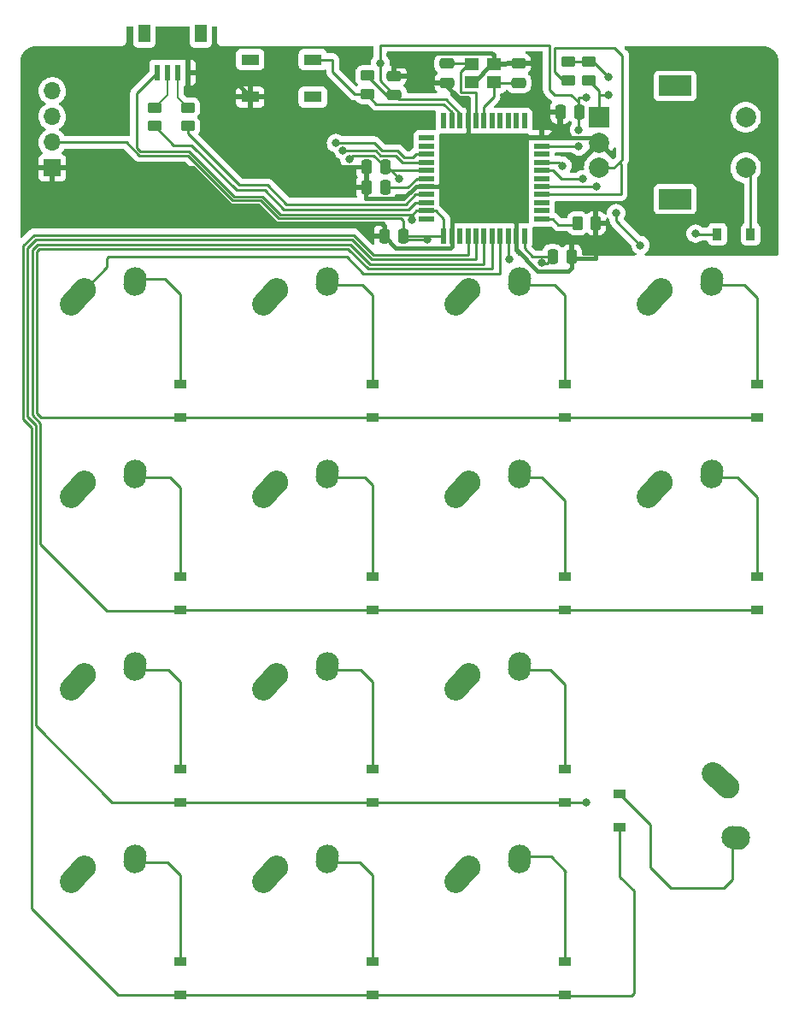
<source format=gbr>
%TF.GenerationSoftware,KiCad,Pcbnew,(6.0.10)*%
%TF.CreationDate,2023-08-07T13:11:34-04:00*%
%TF.ProjectId,NugMacro-Keypad,4e75674d-6163-4726-9f2d-4b6579706164,V3*%
%TF.SameCoordinates,Original*%
%TF.FileFunction,Copper,L2,Bot*%
%TF.FilePolarity,Positive*%
%FSLAX46Y46*%
G04 Gerber Fmt 4.6, Leading zero omitted, Abs format (unit mm)*
G04 Created by KiCad (PCBNEW (6.0.10)) date 2023-08-07 13:11:34*
%MOMM*%
%LPD*%
G01*
G04 APERTURE LIST*
G04 Aperture macros list*
%AMRoundRect*
0 Rectangle with rounded corners*
0 $1 Rounding radius*
0 $2 $3 $4 $5 $6 $7 $8 $9 X,Y pos of 4 corners*
0 Add a 4 corners polygon primitive as box body*
4,1,4,$2,$3,$4,$5,$6,$7,$8,$9,$2,$3,0*
0 Add four circle primitives for the rounded corners*
1,1,$1+$1,$2,$3*
1,1,$1+$1,$4,$5*
1,1,$1+$1,$6,$7*
1,1,$1+$1,$8,$9*
0 Add four rect primitives between the rounded corners*
20,1,$1+$1,$2,$3,$4,$5,0*
20,1,$1+$1,$4,$5,$6,$7,0*
20,1,$1+$1,$6,$7,$8,$9,0*
20,1,$1+$1,$8,$9,$2,$3,0*%
%AMHorizOval*
0 Thick line with rounded ends*
0 $1 width*
0 $2 $3 position (X,Y) of the first rounded end (center of the circle)*
0 $4 $5 position (X,Y) of the second rounded end (center of the circle)*
0 Add line between two ends*
20,1,$1,$2,$3,$4,$5,0*
0 Add two circle primitives to create the rounded ends*
1,1,$1,$2,$3*
1,1,$1,$4,$5*%
G04 Aperture macros list end*
%TA.AperFunction,ComponentPad*%
%ADD10HorizOval,2.250000X0.655001X0.730000X-0.655001X-0.730000X0*%
%TD*%
%TA.AperFunction,ComponentPad*%
%ADD11C,2.250000*%
%TD*%
%TA.AperFunction,ComponentPad*%
%ADD12HorizOval,2.250000X0.020000X0.290000X-0.020000X-0.290000X0*%
%TD*%
%TA.AperFunction,ComponentPad*%
%ADD13R,2.000000X2.000000*%
%TD*%
%TA.AperFunction,ComponentPad*%
%ADD14C,2.000000*%
%TD*%
%TA.AperFunction,ComponentPad*%
%ADD15R,3.200000X2.000000*%
%TD*%
%TA.AperFunction,ComponentPad*%
%ADD16HorizOval,2.250000X0.730000X-0.655001X-0.730000X0.655001X0*%
%TD*%
%TA.AperFunction,ComponentPad*%
%ADD17HorizOval,2.250000X0.290000X-0.020000X-0.290000X0.020000X0*%
%TD*%
%TA.AperFunction,ComponentPad*%
%ADD18R,1.700000X1.700000*%
%TD*%
%TA.AperFunction,ComponentPad*%
%ADD19O,1.700000X1.700000*%
%TD*%
%TA.AperFunction,SMDPad,CuDef*%
%ADD20RoundRect,0.250000X0.450000X-0.262500X0.450000X0.262500X-0.450000X0.262500X-0.450000X-0.262500X0*%
%TD*%
%TA.AperFunction,SMDPad,CuDef*%
%ADD21R,1.200000X0.900000*%
%TD*%
%TA.AperFunction,SMDPad,CuDef*%
%ADD22RoundRect,0.250000X0.475000X-0.250000X0.475000X0.250000X-0.475000X0.250000X-0.475000X-0.250000X0*%
%TD*%
%TA.AperFunction,SMDPad,CuDef*%
%ADD23R,1.500000X0.550000*%
%TD*%
%TA.AperFunction,SMDPad,CuDef*%
%ADD24R,0.550000X1.500000*%
%TD*%
%TA.AperFunction,SMDPad,CuDef*%
%ADD25RoundRect,0.250000X0.262500X0.450000X-0.262500X0.450000X-0.262500X-0.450000X0.262500X-0.450000X0*%
%TD*%
%TA.AperFunction,SMDPad,CuDef*%
%ADD26R,0.900000X1.200000*%
%TD*%
%TA.AperFunction,SMDPad,CuDef*%
%ADD27R,1.200000X1.800000*%
%TD*%
%TA.AperFunction,SMDPad,CuDef*%
%ADD28R,0.600000X1.550000*%
%TD*%
%TA.AperFunction,SMDPad,CuDef*%
%ADD29RoundRect,0.250000X0.250000X0.475000X-0.250000X0.475000X-0.250000X-0.475000X0.250000X-0.475000X0*%
%TD*%
%TA.AperFunction,SMDPad,CuDef*%
%ADD30RoundRect,0.250000X-0.450000X0.262500X-0.450000X-0.262500X0.450000X-0.262500X0.450000X0.262500X0*%
%TD*%
%TA.AperFunction,SMDPad,CuDef*%
%ADD31R,1.800000X1.100000*%
%TD*%
%TA.AperFunction,SMDPad,CuDef*%
%ADD32R,1.400000X1.200000*%
%TD*%
%TA.AperFunction,SMDPad,CuDef*%
%ADD33RoundRect,0.250000X-0.475000X0.250000X-0.475000X-0.250000X0.475000X-0.250000X0.475000X0.250000X0*%
%TD*%
%TA.AperFunction,SMDPad,CuDef*%
%ADD34RoundRect,0.250000X-0.250000X-0.475000X0.250000X-0.475000X0.250000X0.475000X-0.250000X0.475000X0*%
%TD*%
%TA.AperFunction,ViaPad*%
%ADD35C,0.800000*%
%TD*%
%TA.AperFunction,Conductor*%
%ADD36C,0.254000*%
%TD*%
%TA.AperFunction,Conductor*%
%ADD37C,0.381000*%
%TD*%
%TA.AperFunction,Conductor*%
%ADD38C,0.200000*%
%TD*%
G04 APERTURE END LIST*
D10*
%TO.P,MX14,1,COL*%
%TO.N,COL3*%
X167899436Y-89426400D03*
D11*
X168554435Y-88696400D03*
%TO.P,MX14,2,ROW*%
%TO.N,Net-(D14-Pad2)*%
X173594435Y-87616400D03*
D12*
X173574435Y-87906400D03*
%TD*%
D11*
%TO.P,MX1,1,COL*%
%TO.N,COL0*%
X111404365Y-69646400D03*
D10*
X110749366Y-70376400D03*
D11*
%TO.P,MX1,2,ROW*%
%TO.N,Net-(D1-Pad2)*%
X116444365Y-68566400D03*
D12*
X116424365Y-68856400D03*
%TD*%
D11*
%TO.P,MX7,1,COL*%
%TO.N,COL1*%
X130454335Y-107746500D03*
D10*
X129799336Y-108476500D03*
D11*
%TO.P,MX7,2,ROW*%
%TO.N,Net-(D7-Pad2)*%
X135494335Y-106666500D03*
D12*
X135474335Y-106956500D03*
%TD*%
D11*
%TO.P,MX13,1,COL*%
%TO.N,COL3*%
X168554435Y-69646400D03*
D10*
X167899436Y-70376400D03*
D11*
%TO.P,MX13,2,ROW*%
%TO.N,Net-(D13-Pad2)*%
X173594435Y-68566400D03*
D12*
X173574435Y-68856400D03*
%TD*%
D11*
%TO.P,MX8,1,COL*%
%TO.N,COL1*%
X130454335Y-126796540D03*
D10*
X129799336Y-127526540D03*
D12*
%TO.P,MX8,2,ROW*%
%TO.N,Net-(D8-Pad2)*%
X135474335Y-126006540D03*
D11*
X135494335Y-125716540D03*
%TD*%
D10*
%TO.P,MX10,1,COL*%
%TO.N,COL2*%
X148849436Y-89426400D03*
D11*
X149504435Y-88696400D03*
D12*
%TO.P,MX10,2,ROW*%
%TO.N,Net-(D10-Pad2)*%
X154524435Y-87906400D03*
D11*
X154544435Y-87616400D03*
%TD*%
D10*
%TO.P,MX2,1,COL*%
%TO.N,COL0*%
X110749366Y-89426400D03*
D11*
X111404365Y-88696400D03*
%TO.P,MX2,2,ROW*%
%TO.N,Net-(D2-Pad2)*%
X116444365Y-87616400D03*
D12*
X116424365Y-87906400D03*
%TD*%
D10*
%TO.P,MX12,1,COL*%
%TO.N,COL2*%
X148849436Y-127526540D03*
D11*
X149504435Y-126796540D03*
D12*
%TO.P,MX12,2,ROW*%
%TO.N,Net-(D12-Pad2)*%
X154524435Y-126006540D03*
D11*
X154544435Y-125716540D03*
%TD*%
%TO.P,MX11,1,COL*%
%TO.N,COL2*%
X149504435Y-107746500D03*
D10*
X148849436Y-108476500D03*
D12*
%TO.P,MX11,2,ROW*%
%TO.N,Net-(D11-Pad2)*%
X154524435Y-106956500D03*
D11*
X154544435Y-106666500D03*
%TD*%
D13*
%TO.P,SW2,A,A*%
%TO.N,CLK*%
X162407400Y-52563470D03*
D14*
%TO.P,SW2,B,B*%
%TO.N,DT*%
X162407400Y-57563470D03*
%TO.P,SW2,C,C*%
%TO.N,GND*%
X162407400Y-55063470D03*
D15*
%TO.P,SW2,MP*%
%TO.N,N/C*%
X169907400Y-49463470D03*
X169907400Y-60663470D03*
D14*
%TO.P,SW2,S1,S1*%
%TO.N,Net-(D16-Pad2)*%
X176907400Y-57563470D03*
%TO.P,SW2,S2,S2*%
%TO.N,COL3*%
X176907400Y-52563470D03*
%TD*%
D16*
%TO.P,MX15,1,COL*%
%TO.N,COL3*%
X174394850Y-118202471D03*
D11*
X175124850Y-118857470D03*
D17*
%TO.P,MX15,2,ROW*%
%TO.N,Net-(D15-Pad2)*%
X175914850Y-123877470D03*
D11*
X176204850Y-123897470D03*
%TD*%
%TO.P,MX3,1,COL*%
%TO.N,COL0*%
X111404365Y-107746500D03*
D10*
X110749366Y-108476500D03*
D11*
%TO.P,MX3,2,ROW*%
%TO.N,Net-(D3-Pad2)*%
X116444365Y-106666500D03*
D12*
X116424365Y-106956500D03*
%TD*%
D10*
%TO.P,MX4,1,COL*%
%TO.N,COL0*%
X110749366Y-127526540D03*
D11*
X111404365Y-126796540D03*
D12*
%TO.P,MX4,2,ROW*%
%TO.N,Net-(D4-Pad2)*%
X116424365Y-126006540D03*
D11*
X116444365Y-125716540D03*
%TD*%
D18*
%TO.P,J3,1,Pin_1*%
%TO.N,GND*%
X108204581Y-57575405D03*
D19*
%TO.P,J3,2,Pin_2*%
%TO.N,+5V*%
X108204581Y-55035405D03*
%TO.P,J3,3,Pin_3*%
%TO.N,OLED2*%
X108204581Y-52495405D03*
%TO.P,J3,4,Pin_4*%
%TO.N,OLED1*%
X108204581Y-49955405D03*
%TD*%
D11*
%TO.P,MX6,1,COL*%
%TO.N,COL1*%
X130454335Y-88696400D03*
D10*
X129799336Y-89426400D03*
D11*
%TO.P,MX6,2,ROW*%
%TO.N,Net-(D6-Pad2)*%
X135494335Y-87616400D03*
D12*
X135474335Y-87906400D03*
%TD*%
D10*
%TO.P,MX5,1,COL*%
%TO.N,COL1*%
X129799336Y-70376400D03*
D11*
X130454335Y-69646400D03*
%TO.P,MX5,2,ROW*%
%TO.N,Net-(D5-Pad2)*%
X135494335Y-68566400D03*
D12*
X135474335Y-68856400D03*
%TD*%
D10*
%TO.P,MX9,1,COL*%
%TO.N,COL2*%
X148849436Y-70376400D03*
D11*
X149504435Y-69646400D03*
%TO.P,MX9,2,ROW*%
%TO.N,Net-(D9-Pad2)*%
X154544435Y-68566400D03*
D12*
X154524435Y-68856400D03*
%TD*%
D20*
%TO.P,R3,1*%
%TO.N,Net-(R3-Pad1)*%
X121651400Y-53435970D03*
%TO.P,R3,2*%
%TO.N,D+*%
X121651400Y-51610970D03*
%TD*%
D21*
%TO.P,D3,1,K*%
%TO.N,ROW2*%
X120904365Y-120396500D03*
%TO.P,D3,2,A*%
%TO.N,Net-(D3-Pad2)*%
X120904365Y-117096500D03*
%TD*%
%TO.P,D4,1,K*%
%TO.N,ROW3*%
X120904365Y-139446540D03*
%TO.P,D4,2,A*%
%TO.N,Net-(D4-Pad2)*%
X120904365Y-136146540D03*
%TD*%
D22*
%TO.P,C4,1*%
%TO.N,+5V*%
X142098400Y-50359470D03*
%TO.P,C4,2*%
%TO.N,GND*%
X142098400Y-48459470D03*
%TD*%
D21*
%TO.P,D8,1,K*%
%TO.N,ROW3*%
X139954000Y-139446140D03*
%TO.P,D8,2,A*%
%TO.N,Net-(D8-Pad2)*%
X139954000Y-136146140D03*
%TD*%
D23*
%TO.P,U1,1,PE6*%
%TO.N,unconnected-(U1-Pad1)*%
X145288400Y-62619470D03*
%TO.P,U1,2,UVCC*%
%TO.N,+5V*%
X145288400Y-61819470D03*
%TO.P,U1,3,D-*%
%TO.N,Net-(R2-Pad1)*%
X145288400Y-61019470D03*
%TO.P,U1,4,D+*%
%TO.N,Net-(R3-Pad1)*%
X145288400Y-60219470D03*
%TO.P,U1,5,UGND*%
%TO.N,GND*%
X145288400Y-59419470D03*
%TO.P,U1,6,UCAP*%
%TO.N,Net-(C6-Pad1)*%
X145288400Y-58619470D03*
%TO.P,U1,7,VBUS*%
%TO.N,+5V*%
X145288400Y-57819470D03*
%TO.P,U1,8,PB0*%
%TO.N,OLED1*%
X145288400Y-57019470D03*
%TO.P,U1,9,PB1*%
%TO.N,OLED2*%
X145288400Y-56219470D03*
%TO.P,U1,10,PB2*%
%TO.N,unconnected-(U1-Pad10)*%
X145288400Y-55419470D03*
%TO.P,U1,11,PB3*%
%TO.N,unconnected-(U1-Pad11)*%
X145288400Y-54619470D03*
D24*
%TO.P,U1,12,PB7*%
%TO.N,unconnected-(U1-Pad12)*%
X146988400Y-52919470D03*
%TO.P,U1,13,~{RESET}*%
%TO.N,RESET*%
X147788400Y-52919470D03*
%TO.P,U1,14,VCC*%
%TO.N,+5V*%
X148588400Y-52919470D03*
%TO.P,U1,15,GND*%
%TO.N,GND*%
X149388400Y-52919470D03*
%TO.P,U1,16,XTAL2*%
%TO.N,XTAL2*%
X150188400Y-52919470D03*
%TO.P,U1,17,XTAL1*%
%TO.N,XTAL1*%
X150988400Y-52919470D03*
%TO.P,U1,18,PD0*%
%TO.N,unconnected-(U1-Pad18)*%
X151788400Y-52919470D03*
%TO.P,U1,19,PD1*%
%TO.N,unconnected-(U1-Pad19)*%
X152588400Y-52919470D03*
%TO.P,U1,20,PD2*%
%TO.N,unconnected-(U1-Pad20)*%
X153388400Y-52919470D03*
%TO.P,U1,21,PD3*%
%TO.N,unconnected-(U1-Pad21)*%
X154188400Y-52919470D03*
%TO.P,U1,22,PD5*%
%TO.N,unconnected-(U1-Pad22)*%
X154988400Y-52919470D03*
D23*
%TO.P,U1,23,GND*%
%TO.N,GND*%
X156688400Y-54619470D03*
%TO.P,U1,24,AVCC*%
%TO.N,+5V*%
X156688400Y-55419470D03*
%TO.P,U1,25,PD4*%
%TO.N,unconnected-(U1-Pad25)*%
X156688400Y-56219470D03*
%TO.P,U1,26,PD6*%
%TO.N,COL2*%
X156688400Y-57019470D03*
%TO.P,U1,27,PD7*%
%TO.N,COL3*%
X156688400Y-57819470D03*
%TO.P,U1,28,PB4*%
%TO.N,unconnected-(U1-Pad28)*%
X156688400Y-58619470D03*
%TO.P,U1,29,PB5*%
%TO.N,CLK*%
X156688400Y-59419470D03*
%TO.P,U1,30,PB6*%
%TO.N,DT*%
X156688400Y-60219470D03*
%TO.P,U1,31,PC6*%
%TO.N,unconnected-(U1-Pad31)*%
X156688400Y-61019470D03*
%TO.P,U1,32,PC7*%
%TO.N,unconnected-(U1-Pad32)*%
X156688400Y-61819470D03*
%TO.P,U1,33,~{HWB}/PE2*%
%TO.N,Net-(R4-Pad2)*%
X156688400Y-62619470D03*
D24*
%TO.P,U1,34,VCC*%
%TO.N,+5V*%
X154988400Y-64319470D03*
%TO.P,U1,35,GND*%
%TO.N,GND*%
X154188400Y-64319470D03*
%TO.P,U1,36,PF7*%
%TO.N,COL1*%
X153388400Y-64319470D03*
%TO.P,U1,37,PF6*%
%TO.N,COL0*%
X152588400Y-64319470D03*
%TO.P,U1,38,PF5*%
%TO.N,ROW0*%
X151788400Y-64319470D03*
%TO.P,U1,39,PF4*%
%TO.N,ROW1*%
X150988400Y-64319470D03*
%TO.P,U1,40,PF1*%
%TO.N,ROW2*%
X150188400Y-64319470D03*
%TO.P,U1,41,PF0*%
%TO.N,ROW3*%
X149388400Y-64319470D03*
%TO.P,U1,42,AREF*%
%TO.N,unconnected-(U1-Pad42)*%
X148588400Y-64319470D03*
%TO.P,U1,43,GND*%
%TO.N,GND*%
X147788400Y-64319470D03*
%TO.P,U1,44,AVCC*%
%TO.N,+5V*%
X146988400Y-64319470D03*
%TD*%
D25*
%TO.P,R4,1*%
%TO.N,GND*%
X162060900Y-63064470D03*
%TO.P,R4,2*%
%TO.N,Net-(R4-Pad2)*%
X160235900Y-63064470D03*
%TD*%
D20*
%TO.P,R2,1*%
%TO.N,Net-(R2-Pad1)*%
X118349400Y-53435970D03*
%TO.P,R2,2*%
%TO.N,D-*%
X118349400Y-51610970D03*
%TD*%
D21*
%TO.P,D15,1,K*%
%TO.N,ROW3*%
X164450400Y-122853470D03*
%TO.P,D15,2,A*%
%TO.N,Net-(D15-Pad2)*%
X164450400Y-119553470D03*
%TD*%
D26*
%TO.P,D16,1,K*%
%TO.N,ROW2*%
X174103400Y-64153470D03*
%TO.P,D16,2,A*%
%TO.N,Net-(D16-Pad2)*%
X177403400Y-64153470D03*
%TD*%
D27*
%TO.P,J2,*%
%TO.N,*%
X117327400Y-44279470D03*
X122927400Y-44279470D03*
D28*
%TO.P,J2,1,Pin_1*%
%TO.N,+5V*%
X118627400Y-48154470D03*
%TO.P,J2,2,Pin_2*%
%TO.N,D-*%
X119627400Y-48154470D03*
%TO.P,J2,3,Pin_3*%
%TO.N,D+*%
X120627400Y-48154470D03*
%TO.P,J2,4,Pin_4*%
%TO.N,GND*%
X121627400Y-48154470D03*
%TD*%
D29*
%TO.P,C3,1*%
%TO.N,+5V*%
X141209400Y-57476470D03*
%TO.P,C3,2*%
%TO.N,GND*%
X139309400Y-57476470D03*
%TD*%
D20*
%TO.P,R6,1*%
%TO.N,DT*%
X159370400Y-48918470D03*
%TO.P,R6,2*%
%TO.N,+5V*%
X159370400Y-47093470D03*
%TD*%
D21*
%TO.P,D14,1,K*%
%TO.N,ROW1*%
X178054435Y-101346400D03*
%TO.P,D14,2,A*%
%TO.N,Net-(D14-Pad2)*%
X178054435Y-98046400D03*
%TD*%
%TO.P,D10,1,K*%
%TO.N,ROW1*%
X159004000Y-101346000D03*
%TO.P,D10,2,A*%
%TO.N,Net-(D10-Pad2)*%
X159004000Y-98046000D03*
%TD*%
D30*
%TO.P,R1,1*%
%TO.N,+5V*%
X139431400Y-48435970D03*
%TO.P,R1,2*%
%TO.N,RESET*%
X139431400Y-50260970D03*
%TD*%
D31*
%TO.P,SW1,1,1*%
%TO.N,GND*%
X127822400Y-50563470D03*
%TO.P,SW1,2,2*%
%TO.N,RESET*%
X134022400Y-46863470D03*
%TO.P,SW1,3*%
%TO.N,N/C*%
X127822400Y-46863470D03*
%TO.P,SW1,4*%
X134022400Y-50563470D03*
%TD*%
D21*
%TO.P,D6,1,K*%
%TO.N,ROW1*%
X139954000Y-101346000D03*
%TO.P,D6,2,A*%
%TO.N,Net-(D6-Pad2)*%
X139954000Y-98046000D03*
%TD*%
D22*
%TO.P,C1,1*%
%TO.N,XTAL1*%
X154417400Y-49155470D03*
%TO.P,C1,2*%
%TO.N,GND*%
X154417400Y-47255470D03*
%TD*%
D21*
%TO.P,D12,1,K*%
%TO.N,ROW3*%
X159004000Y-139446140D03*
%TO.P,D12,2,A*%
%TO.N,Net-(D12-Pad2)*%
X159004000Y-136146140D03*
%TD*%
D32*
%TO.P,Y1,1,1*%
%TO.N,XTAL1*%
X151961400Y-49055470D03*
%TO.P,Y1,2,2*%
%TO.N,GND*%
X149761400Y-49055470D03*
%TO.P,Y1,3,3*%
%TO.N,XTAL2*%
X149761400Y-47355470D03*
%TO.P,Y1,4,4*%
%TO.N,GND*%
X151961400Y-47355470D03*
%TD*%
D33*
%TO.P,C2,1*%
%TO.N,XTAL2*%
X147305400Y-47255470D03*
%TO.P,C2,2*%
%TO.N,GND*%
X147305400Y-49155470D03*
%TD*%
D21*
%TO.P,D9,1,K*%
%TO.N,ROW0*%
X159004435Y-82296400D03*
%TO.P,D9,2,A*%
%TO.N,Net-(D9-Pad2)*%
X159004435Y-78996400D03*
%TD*%
%TO.P,D11,1,K*%
%TO.N,ROW2*%
X159004000Y-120396100D03*
%TO.P,D11,2,A*%
%TO.N,Net-(D11-Pad2)*%
X159004000Y-117096100D03*
%TD*%
%TO.P,D5,1,K*%
%TO.N,ROW0*%
X139954335Y-82296400D03*
%TO.P,D5,2,A*%
%TO.N,Net-(D5-Pad2)*%
X139954335Y-78996400D03*
%TD*%
%TO.P,D1,1,K*%
%TO.N,ROW0*%
X120904365Y-82296400D03*
%TO.P,D1,2,A*%
%TO.N,Net-(D1-Pad2)*%
X120904365Y-78996400D03*
%TD*%
D29*
%TO.P,C6,1*%
%TO.N,Net-(C6-Pad1)*%
X141209400Y-59508470D03*
%TO.P,C6,2*%
%TO.N,GND*%
X139309400Y-59508470D03*
%TD*%
D34*
%TO.P,C8,1*%
%TO.N,+5V*%
X157785400Y-66366470D03*
%TO.P,C8,2*%
%TO.N,GND*%
X159685400Y-66366470D03*
%TD*%
D21*
%TO.P,D2,1,K*%
%TO.N,ROW1*%
X120904365Y-101346400D03*
%TO.P,D2,2,A*%
%TO.N,Net-(D2-Pad2)*%
X120904365Y-98046400D03*
%TD*%
%TO.P,D7,1,K*%
%TO.N,ROW2*%
X139954335Y-120396500D03*
%TO.P,D7,2,A*%
%TO.N,Net-(D7-Pad2)*%
X139954335Y-117096500D03*
%TD*%
D29*
%TO.P,C7,1*%
%TO.N,+5V*%
X142987400Y-64334470D03*
%TO.P,C7,2*%
%TO.N,GND*%
X141087400Y-64334470D03*
%TD*%
D20*
%TO.P,R5,1*%
%TO.N,CLK*%
X161402400Y-48918470D03*
%TO.P,R5,2*%
%TO.N,+5V*%
X161402400Y-47093470D03*
%TD*%
D29*
%TO.P,C5,1*%
%TO.N,+5V*%
X160447400Y-52015470D03*
%TO.P,C5,2*%
%TO.N,GND*%
X158547400Y-52015470D03*
%TD*%
D21*
%TO.P,D13,1,K*%
%TO.N,ROW0*%
X178054000Y-82296000D03*
%TO.P,D13,2,A*%
%TO.N,Net-(D13-Pad2)*%
X178054000Y-78996000D03*
%TD*%
D35*
%TO.N,+5V*%
X145400400Y-64687470D03*
X156703400Y-66973470D03*
X140701400Y-47189470D03*
X142606400Y-58619470D03*
%TO.N,OLED2*%
X136311645Y-55118715D03*
%TO.N,OLED1*%
X137018400Y-55825470D03*
%TO.N,+5V*%
X137653400Y-56686470D03*
X143876400Y-62683470D03*
X160386400Y-55444470D03*
X160386400Y-53793470D03*
X161148400Y-50618470D03*
%TO.N,ROW2*%
X171943400Y-64080470D03*
X161148400Y-120341470D03*
%TO.N,COL1*%
X153528400Y-66620470D03*
%TO.N,COL2*%
X158735400Y-57349470D03*
%TO.N,COL3*%
X166482400Y-65223470D03*
X160767400Y-58692970D03*
X164069400Y-62048470D03*
%TO.N,CLK*%
X163307400Y-50364470D03*
X162164400Y-59381470D03*
%TO.N,+5V*%
X163307400Y-48586470D03*
%TD*%
D36*
%TO.N,ROW0*%
X139954335Y-82296400D02*
X159004435Y-82296400D01*
%TO.N,ROW3*%
X164450400Y-127707470D02*
X164450400Y-122853470D01*
X165847400Y-129104470D02*
X164450400Y-127707470D01*
X165847400Y-139264470D02*
X165847400Y-129104470D01*
X165593400Y-139518470D02*
X165847400Y-139264470D01*
X159076330Y-139518470D02*
X165593400Y-139518470D01*
X159004000Y-139446140D02*
X159076330Y-139518470D01*
X138614330Y-139446540D02*
X120904365Y-139446540D01*
X138614730Y-139446140D02*
X138614330Y-139446540D01*
X139954000Y-139446140D02*
X138614730Y-139446140D01*
X159004000Y-139446140D02*
X139954000Y-139446140D01*
%TO.N,ROW2*%
X150188400Y-66655470D02*
X150188400Y-64319470D01*
X139861504Y-66655470D02*
X150188400Y-66655470D01*
X137902504Y-64696470D02*
X139861504Y-66655470D01*
X106543296Y-64696470D02*
X137902504Y-64696470D01*
X105757400Y-82236575D02*
X105757400Y-65482366D01*
X105757400Y-65482366D02*
X106543296Y-64696470D01*
X106592400Y-112775470D02*
X106592400Y-83071576D01*
X114158400Y-120341470D02*
X106592400Y-112775470D01*
X121032100Y-120341470D02*
X114158400Y-120341470D01*
X106592400Y-83071576D02*
X105757400Y-82236575D01*
X139954335Y-120396500D02*
X120904365Y-120396500D01*
X157156370Y-120396500D02*
X139954335Y-120396500D01*
X157156770Y-120396100D02*
X157156370Y-120396500D01*
%TO.N,ROW1*%
X150988400Y-67109470D02*
X150988400Y-64319470D01*
X139673452Y-67109470D02*
X150988400Y-67109470D01*
X137714452Y-65150470D02*
X139673452Y-67109470D01*
X106731348Y-65150470D02*
X137714452Y-65150470D01*
X107046400Y-94814470D02*
X107046400Y-82883523D01*
X107046400Y-82883523D02*
X106211400Y-82048522D01*
X106211400Y-65670418D02*
X106731348Y-65150470D01*
X113650400Y-101418470D02*
X107046400Y-94814470D01*
X106211400Y-82048522D02*
X106211400Y-65670418D01*
X121014160Y-101418470D02*
X113650400Y-101418470D01*
X121086630Y-101346000D02*
X121014160Y-101418470D01*
X139954000Y-101346000D02*
X121086630Y-101346000D01*
X176315930Y-101346000D02*
X159004000Y-101346000D01*
X178054435Y-101346400D02*
X176316330Y-101346400D01*
X176316330Y-101346400D02*
X176315930Y-101346000D01*
X139954000Y-101346000D02*
X159004000Y-101346000D01*
%TO.N,ROW0*%
X160822730Y-82296000D02*
X178054000Y-82296000D01*
X160822330Y-82296400D02*
X160822730Y-82296000D01*
X159004435Y-82296400D02*
X160822330Y-82296400D01*
X120904365Y-82296400D02*
X139954335Y-82296400D01*
%TO.N,+5V*%
X143340400Y-64687470D02*
X145400400Y-64687470D01*
X142987400Y-64334470D02*
X143340400Y-64687470D01*
X146973400Y-64334470D02*
X146988400Y-64319470D01*
X142987400Y-64334470D02*
X146973400Y-64334470D01*
X156703400Y-67001470D02*
X156703400Y-66973470D01*
X157785400Y-66427470D02*
X157211400Y-67001470D01*
X157211400Y-67001470D02*
X156703400Y-67001470D01*
X157785400Y-66366470D02*
X157785400Y-66427470D01*
D37*
%TO.N,GND*%
X128636400Y-61295970D02*
X125882044Y-61295970D01*
X125882044Y-61295970D02*
X122161479Y-57575405D01*
X140955400Y-63073970D02*
X130414400Y-63073970D01*
X140955400Y-63191470D02*
X140955400Y-63073970D01*
X141087400Y-63323470D02*
X140955400Y-63191470D01*
X141087400Y-64334470D02*
X141087400Y-63323470D01*
X130414400Y-63073970D02*
X128636400Y-61295970D01*
X122161479Y-57575405D02*
X108204581Y-57575405D01*
D36*
%TO.N,+5V*%
X154988400Y-65540470D02*
X154988400Y-64319470D01*
X155814400Y-66366470D02*
X154988400Y-65540470D01*
X157785400Y-66366470D02*
X155814400Y-66366470D01*
D37*
%TO.N,GND*%
X159685400Y-67448470D02*
X159685400Y-66366470D01*
X159370400Y-67763470D02*
X159685400Y-67448470D01*
X156322400Y-67763470D02*
X154188400Y-65629470D01*
X154188400Y-65629470D02*
X154188400Y-64319470D01*
X159370400Y-67763470D02*
X156322400Y-67763470D01*
X159812400Y-66493470D02*
X159685400Y-66366470D01*
X162037400Y-66493470D02*
X159812400Y-66493470D01*
X162060900Y-66469970D02*
X162037400Y-66493470D01*
X162060900Y-63064470D02*
X162060900Y-66469970D01*
D36*
%TO.N,+5V*%
X157465400Y-45411470D02*
X140701400Y-45411470D01*
X157465400Y-49856470D02*
X157465400Y-45411470D01*
X157973400Y-50364470D02*
X157465400Y-49856470D01*
X159624400Y-50364470D02*
X157973400Y-50364470D01*
X140701400Y-45411470D02*
X140701400Y-47189470D01*
X160320400Y-51060470D02*
X159624400Y-50364470D01*
X160320400Y-52015470D02*
X160320400Y-51060470D01*
D37*
%TO.N,GND*%
X151750400Y-46173470D02*
X151961400Y-46384470D01*
X146225900Y-46173470D02*
X151750400Y-46173470D01*
X145146400Y-47252970D02*
X146225900Y-46173470D01*
X145146400Y-47697470D02*
X145146400Y-47252970D01*
X151961400Y-46384470D02*
X151961400Y-47355470D01*
D36*
%TO.N,+5V*%
X140701400Y-48962470D02*
X142098400Y-50359470D01*
X140701400Y-47189470D02*
X140701400Y-48962470D01*
X141463400Y-57476470D02*
X142606400Y-58619470D01*
X141209400Y-57476470D02*
X141463400Y-57476470D01*
%TO.N,OLED2*%
X136331890Y-55098470D02*
X136311645Y-55118715D01*
X136717266Y-55098470D02*
X136331890Y-55098470D01*
X140115504Y-55098470D02*
X136717266Y-55098470D01*
X140896504Y-55879470D02*
X140115504Y-55098470D01*
X142413453Y-55879470D02*
X140896504Y-55879470D01*
X143099452Y-56565470D02*
X142413453Y-55879470D01*
X143898400Y-56565470D02*
X143099452Y-56565470D01*
X144244400Y-56219470D02*
X143898400Y-56565470D01*
X145288400Y-56219470D02*
X144244400Y-56219470D01*
%TO.N,OLED1*%
X142911400Y-57019470D02*
X145288400Y-57019470D01*
X142225400Y-56333470D02*
X142911400Y-57019470D01*
X140708452Y-56333470D02*
X142225400Y-56333470D01*
X140254452Y-55879470D02*
X140708452Y-56333470D01*
X137072400Y-55879470D02*
X140254452Y-55879470D01*
X137018400Y-55825470D02*
X137072400Y-55879470D01*
%TO.N,+5V*%
X140066400Y-56333470D02*
X141209400Y-57476470D01*
X138006400Y-56333470D02*
X140066400Y-56333470D01*
X137653400Y-56686470D02*
X138006400Y-56333470D01*
X143928400Y-62631470D02*
X143876400Y-62683470D01*
X143928400Y-62175470D02*
X143928400Y-62631470D01*
X146167400Y-61819470D02*
X145288400Y-61819470D01*
X146988400Y-62640470D02*
X146167400Y-61819470D01*
X146988400Y-64319470D02*
X146988400Y-62640470D01*
D37*
%TO.N,GND*%
X139309400Y-57476470D02*
X139309400Y-59508470D01*
D36*
%TO.N,+5V*%
X142987400Y-64334470D02*
X142987400Y-62810470D01*
X121651400Y-56333470D02*
X116825400Y-56333470D01*
X126096400Y-60778470D02*
X121651400Y-56333470D01*
X130668400Y-62556470D02*
X128890400Y-60778470D01*
X142733400Y-62556470D02*
X130668400Y-62556470D01*
X128890400Y-60778470D02*
X126096400Y-60778470D01*
X116825400Y-56333470D02*
X115527335Y-55035405D01*
X142987400Y-62810470D02*
X142733400Y-62556470D01*
X115527335Y-55035405D02*
X108204581Y-55035405D01*
D37*
%TO.N,GND*%
X127822400Y-55646470D02*
X127822400Y-50563470D01*
X129652400Y-57476470D02*
X127822400Y-55646470D01*
X139309400Y-57476470D02*
X129652400Y-57476470D01*
D36*
%TO.N,+5V*%
X141552400Y-57819470D02*
X145288400Y-57819470D01*
X141209400Y-57476470D02*
X141552400Y-57819470D01*
D37*
%TO.N,GND*%
X145146400Y-48205470D02*
X145146400Y-47697470D01*
X142098400Y-47570470D02*
X142225400Y-47443470D01*
X142225400Y-47443470D02*
X144892400Y-47443470D01*
X144892400Y-47443470D02*
X145146400Y-47697470D01*
X142098400Y-48459470D02*
X142098400Y-47570470D01*
D36*
%TO.N,+5V*%
X148588400Y-52198418D02*
X148588400Y-52919470D01*
X147189452Y-50799470D02*
X148588400Y-52198418D01*
X142538400Y-50799470D02*
X147189452Y-50799470D01*
X142098400Y-50359470D02*
X142538400Y-50799470D01*
%TO.N,RESET*%
X147001400Y-51253470D02*
X147788400Y-52040470D01*
X140320400Y-51253470D02*
X147001400Y-51253470D01*
X139431400Y-50364470D02*
X140320400Y-51253470D01*
X147788400Y-52040470D02*
X147788400Y-52919470D01*
X139431400Y-50260970D02*
X139431400Y-50364470D01*
%TO.N,+5V*%
X141331400Y-50359470D02*
X142098400Y-50359470D01*
X139431400Y-48459470D02*
X141331400Y-50359470D01*
X139431400Y-48435970D02*
X139431400Y-48459470D01*
%TO.N,RESET*%
X138184900Y-50260970D02*
X139431400Y-50260970D01*
X136002400Y-48078470D02*
X138184900Y-50260970D01*
X136002400Y-46935470D02*
X136002400Y-48078470D01*
X135930400Y-46863470D02*
X136002400Y-46935470D01*
X134022400Y-46863470D02*
X135930400Y-46863470D01*
%TO.N,Net-(C6-Pad1)*%
X144317688Y-58619470D02*
X145288400Y-58619470D01*
X143428688Y-59508470D02*
X144317688Y-58619470D01*
X141209400Y-59508470D02*
X143428688Y-59508470D01*
D37*
%TO.N,GND*%
X139304400Y-60641970D02*
X143027044Y-60641970D01*
X143027044Y-60641970D02*
X144249544Y-59419470D01*
X139304400Y-59513470D02*
X139304400Y-60641970D01*
X144249544Y-59419470D02*
X145288400Y-59419470D01*
X139309400Y-59508470D02*
X139304400Y-59513470D01*
X158420400Y-53473470D02*
X157274400Y-54619470D01*
X158420400Y-52015470D02*
X158420400Y-53473470D01*
X157274400Y-54619470D02*
X156688400Y-54619470D01*
D36*
%TO.N,+5V*%
X159751400Y-55444470D02*
X159726400Y-55419470D01*
X160386400Y-55444470D02*
X159751400Y-55444470D01*
X159726400Y-55419470D02*
X160107400Y-55419470D01*
X156688400Y-55419470D02*
X159726400Y-55419470D01*
X160320400Y-53727470D02*
X160386400Y-53793470D01*
X160320400Y-52015470D02*
X160320400Y-53727470D01*
X160386400Y-50618470D02*
X160320400Y-50684470D01*
X161148400Y-50618470D02*
X160386400Y-50618470D01*
X160320400Y-50684470D02*
X160320400Y-52015470D01*
D37*
%TO.N,GND*%
X147636400Y-65477470D02*
X147788400Y-65325470D01*
X147788400Y-65325470D02*
X147788400Y-64319470D01*
X141087400Y-64334470D02*
X142230400Y-65477470D01*
X142230400Y-65477470D02*
X147636400Y-65477470D01*
D36*
%TO.N,ROW0*%
X107101330Y-82296400D02*
X120904365Y-82296400D01*
X106919400Y-65604470D02*
X106665400Y-65858470D01*
X106665400Y-65858470D02*
X106665400Y-81860470D01*
X139485400Y-67563470D02*
X137526400Y-65604470D01*
X151788400Y-67563470D02*
X139485400Y-67563470D01*
X137526400Y-65604470D02*
X106919400Y-65604470D01*
X106665400Y-81860470D02*
X107101330Y-82296400D01*
X151788400Y-64319470D02*
X151788400Y-67563470D01*
%TO.N,COL0*%
X113650400Y-66493470D02*
X113650400Y-67400365D01*
X139050400Y-68017470D02*
X137399400Y-66366470D01*
X113650400Y-67400365D02*
X111404365Y-69646400D01*
X152588400Y-68017470D02*
X139050400Y-68017470D01*
X137399400Y-66366470D02*
X113777400Y-66366470D01*
X113777400Y-66366470D02*
X113650400Y-66493470D01*
X152588400Y-64319470D02*
X152588400Y-68017470D01*
%TO.N,ROW3*%
X149388400Y-66188470D02*
X149388400Y-64319470D01*
X149375400Y-66201470D02*
X149388400Y-66188470D01*
X140049557Y-66201470D02*
X149375400Y-66201470D01*
X105303400Y-82424628D02*
X105303400Y-65294314D01*
X138055557Y-64207470D02*
X140049557Y-66201470D01*
X106138400Y-83259629D02*
X105303400Y-82424628D01*
X106390244Y-64207470D02*
X138055557Y-64207470D01*
X114721470Y-139446540D02*
X106138400Y-130863470D01*
X105303400Y-65294314D02*
X106390244Y-64207470D01*
X120904365Y-139446540D02*
X114721470Y-139446540D01*
X106138400Y-130863470D02*
X106138400Y-83259629D01*
%TO.N,Net-(R3-Pad1)*%
X131430400Y-61159470D02*
X143241400Y-61159470D01*
X129525400Y-59254470D02*
X131430400Y-61159470D01*
X144181400Y-60219470D02*
X145288400Y-60219470D01*
X121651400Y-53435970D02*
X121651400Y-54174470D01*
X121651400Y-54174470D02*
X126731400Y-59254470D01*
X126731400Y-59254470D02*
X129525400Y-59254470D01*
X143241400Y-61159470D02*
X144181400Y-60219470D01*
%TO.N,Net-(R2-Pad1)*%
X131176400Y-61667470D02*
X143495400Y-61667470D01*
X143495400Y-61667470D02*
X144143400Y-61019470D01*
X129271400Y-59762470D02*
X131176400Y-61667470D01*
X126477400Y-59762470D02*
X129271400Y-59762470D01*
X144143400Y-61019470D02*
X145288400Y-61019470D01*
X120230900Y-55317470D02*
X122032400Y-55317470D01*
X118349400Y-53435970D02*
X120230900Y-55317470D01*
X122032400Y-55317470D02*
X126477400Y-59762470D01*
%TO.N,ROW2*%
X172016400Y-64153470D02*
X171943400Y-64080470D01*
X174103400Y-64153470D02*
X172016400Y-64153470D01*
%TO.N,Net-(D16-Pad2)*%
X177403400Y-58059470D02*
X176907400Y-57563470D01*
X177403400Y-64153470D02*
X177403400Y-58059470D01*
%TO.N,XTAL1*%
X151961400Y-49055470D02*
X151961400Y-50534470D01*
X154417400Y-49155470D02*
X152061400Y-49155470D01*
X151961400Y-50534470D02*
X150988400Y-51507470D01*
X152061400Y-49155470D02*
X151961400Y-49055470D01*
X150988400Y-51507470D02*
X150988400Y-52919470D01*
D37*
%TO.N,GND*%
X156688400Y-54619470D02*
X161963400Y-54619470D01*
X153782400Y-60524470D02*
X154188400Y-60930470D01*
X150038400Y-49055470D02*
X151738400Y-47355470D01*
X147305400Y-49155470D02*
X146096400Y-49155470D01*
X149346900Y-50627970D02*
X149388400Y-50669470D01*
X155242400Y-54619470D02*
X156688400Y-54619470D01*
X149388400Y-54758470D02*
X149388400Y-52919470D01*
X147788400Y-64319470D02*
X147788400Y-62835470D01*
X161963400Y-54619470D02*
X162407400Y-55063470D01*
X121627400Y-48154470D02*
X125413400Y-48154470D01*
X155103400Y-54758470D02*
X155242400Y-54619470D01*
X154417400Y-47255470D02*
X152061400Y-47255470D01*
X147788400Y-62835470D02*
X150099400Y-60524470D01*
X149388400Y-54758470D02*
X155103400Y-54758470D01*
X147305400Y-49475470D02*
X148457900Y-50627970D01*
X125413400Y-48154470D02*
X127822400Y-50563470D01*
X154188400Y-60930470D02*
X154188400Y-64319470D01*
X148994400Y-55152470D02*
X149388400Y-54758470D01*
X148457900Y-50627970D02*
X149346900Y-50627970D01*
X149761400Y-49055470D02*
X150038400Y-49055470D01*
X147305400Y-49155470D02*
X147305400Y-49475470D01*
X151738400Y-47355470D02*
X151961400Y-47355470D01*
X149388400Y-50669470D02*
X149388400Y-52919470D01*
X150099400Y-60524470D02*
X153782400Y-60524470D01*
X148994400Y-59419470D02*
X145288400Y-59419470D01*
X152061400Y-47255470D02*
X151961400Y-47355470D01*
X146096400Y-49155470D02*
X145146400Y-48205470D01*
X150099400Y-60524470D02*
X148994400Y-59419470D01*
X148994400Y-59419470D02*
X148994400Y-55152470D01*
D36*
%TO.N,XTAL2*%
X147305400Y-47255470D02*
X149661400Y-47255470D01*
D37*
X150220400Y-47023470D02*
X150220400Y-47228470D01*
D36*
X148702400Y-48078470D02*
X148702400Y-50110470D01*
X149761400Y-47355470D02*
X149425400Y-47355470D01*
D37*
X150047400Y-47196470D02*
X150220400Y-47023470D01*
D36*
X149425400Y-47355470D02*
X148702400Y-48078470D01*
X150188400Y-50110470D02*
X150188400Y-52919470D01*
X149661400Y-47255470D02*
X149761400Y-47355470D01*
X148702400Y-50110470D02*
X150188400Y-50110470D01*
%TO.N,Net-(D1-Pad2)*%
X120904365Y-70064435D02*
X119406330Y-68566400D01*
X119406330Y-68566400D02*
X116444365Y-68566400D01*
X120904365Y-78996400D02*
X120904365Y-70064435D01*
%TO.N,Net-(D2-Pad2)*%
X120904100Y-97863470D02*
X120904100Y-89241170D01*
X119859330Y-88196400D02*
X116404365Y-88196400D01*
X120904100Y-89241170D02*
X119859330Y-88196400D01*
%TO.N,ROW2*%
X161093770Y-120396100D02*
X161148400Y-120341470D01*
X159004000Y-120396100D02*
X157156770Y-120396100D01*
X159004000Y-120396100D02*
X161093770Y-120396100D01*
%TO.N,Net-(D3-Pad2)*%
X120904100Y-116913470D02*
X120904100Y-108418170D01*
X120904100Y-108418170D02*
X119732430Y-107246500D01*
X119732430Y-107246500D02*
X116404365Y-107246500D01*
%TO.N,Net-(D4-Pad2)*%
X120904365Y-127595435D02*
X119605470Y-126296540D01*
X120904365Y-136146540D02*
X120904365Y-127595435D01*
X119605470Y-126296540D02*
X116404365Y-126296540D01*
%TO.N,Net-(D5-Pad2)*%
X139954335Y-78996400D02*
X139954335Y-70191405D01*
X139954335Y-70191405D02*
X138909330Y-69146400D01*
X138909330Y-69146400D02*
X135454335Y-69146400D01*
%TO.N,Net-(D6-Pad2)*%
X139163330Y-88196400D02*
X135454335Y-88196400D01*
X139954000Y-88987070D02*
X139163330Y-88196400D01*
X139954000Y-98046000D02*
X139954000Y-88987070D01*
%TO.N,Net-(D7-Pad2)*%
X139954335Y-117096500D02*
X139954335Y-108418405D01*
X138782430Y-107246500D02*
X135454335Y-107246500D01*
X139954335Y-108418405D02*
X138782430Y-107246500D01*
%TO.N,Net-(D8-Pad2)*%
X139954000Y-127595070D02*
X138655470Y-126296540D01*
X139954000Y-136146140D02*
X139954000Y-127595070D01*
X138655470Y-126296540D02*
X135454335Y-126296540D01*
%TO.N,Net-(D9-Pad2)*%
X157959330Y-69146400D02*
X154504435Y-69146400D01*
X159004435Y-70191505D02*
X157959330Y-69146400D01*
X159004435Y-78996400D02*
X159004435Y-70191505D01*
%TO.N,Net-(D10-Pad2)*%
X159004000Y-98046000D02*
X159004000Y-90511070D01*
X159004000Y-90511070D02*
X156689330Y-88196400D01*
X156689330Y-88196400D02*
X154504435Y-88196400D01*
%TO.N,Net-(D11-Pad2)*%
X157578430Y-107246500D02*
X154504435Y-107246500D01*
X159004000Y-108672070D02*
X157578430Y-107246500D01*
X159004000Y-117096100D02*
X159004000Y-108672070D01*
%TO.N,Net-(D12-Pad2)*%
X157633470Y-125716540D02*
X154544435Y-125716540D01*
X159004000Y-127311870D02*
X159116400Y-127199470D01*
X159116400Y-127199470D02*
X157633470Y-125716540D01*
X159004000Y-136146140D02*
X159004000Y-127311870D01*
%TO.N,Net-(D13-Pad2)*%
X178054000Y-70445070D02*
X176755330Y-69146400D01*
X178054000Y-78996000D02*
X178054000Y-70445070D01*
X176755330Y-69146400D02*
X173554435Y-69146400D01*
%TO.N,Net-(D14-Pad2)*%
X178054435Y-90130505D02*
X176120330Y-88196400D01*
X178054435Y-98046400D02*
X178054435Y-90130505D01*
X176120330Y-88196400D02*
X173554435Y-88196400D01*
%TO.N,Net-(D15-Pad2)*%
X169530400Y-128850470D02*
X174737400Y-128850470D01*
X164450400Y-119553470D02*
X167498400Y-122601470D01*
X167498400Y-122601470D02*
X167498400Y-126818470D01*
X174737400Y-128850470D02*
X175624850Y-127963020D01*
X167498400Y-126818470D02*
X169530400Y-128850470D01*
X175624850Y-127963020D02*
X175624850Y-123857470D01*
D38*
%TO.N,D+*%
X120627400Y-48154470D02*
X120627400Y-50586970D01*
X120627400Y-50586970D02*
X121651400Y-51610970D01*
%TO.N,D-*%
X119627400Y-50332970D02*
X118349400Y-51610970D01*
X119627400Y-48154470D02*
X119627400Y-50332970D01*
D36*
%TO.N,COL1*%
X153388400Y-66480470D02*
X153528400Y-66620470D01*
X153388400Y-64319470D02*
X153388400Y-66480470D01*
%TO.N,COL2*%
X158405400Y-57019470D02*
X158735400Y-57349470D01*
X156688400Y-57019470D02*
X158405400Y-57019470D01*
%TO.N,COL3*%
X156688400Y-57819470D02*
X157808400Y-57819470D01*
X158681900Y-58692970D02*
X160767400Y-58692970D01*
X166482400Y-65223470D02*
X164069400Y-62810470D01*
X157808400Y-57819470D02*
X158681900Y-58692970D01*
X164069400Y-62810470D02*
X164069400Y-62048470D01*
%TO.N,Net-(R4-Pad2)*%
X160108900Y-63191470D02*
X160235900Y-63064470D01*
X158354400Y-63191470D02*
X160108900Y-63191470D01*
X156688400Y-62619470D02*
X157782400Y-62619470D01*
X157782400Y-62619470D02*
X158354400Y-63191470D01*
%TO.N,CLK*%
X156688400Y-59419470D02*
X162126400Y-59419470D01*
X162407400Y-50353470D02*
X162407400Y-52563470D01*
X161402400Y-48918470D02*
X162407400Y-49923470D01*
X162407400Y-50353470D02*
X163296400Y-50353470D01*
X162126400Y-59419470D02*
X162164400Y-59381470D01*
X163296400Y-50353470D02*
X163307400Y-50364470D01*
X162407400Y-49923470D02*
X162407400Y-50353470D01*
%TO.N,DT*%
X163942400Y-45665470D02*
X164704400Y-46427470D01*
X157973400Y-45665470D02*
X163942400Y-45665470D01*
X164577400Y-57222470D02*
X164577400Y-60143470D01*
X157973400Y-48078470D02*
X157973400Y-45665470D01*
X164386900Y-57031970D02*
X164577400Y-57222470D01*
X164577400Y-60143470D02*
X164501400Y-60219470D01*
X158813400Y-48918470D02*
X157973400Y-48078470D01*
X164386900Y-57031970D02*
X163855400Y-57563470D01*
X164704400Y-56714470D02*
X164386900Y-57031970D01*
X159370400Y-48918470D02*
X158813400Y-48918470D01*
X163855400Y-57563470D02*
X162407400Y-57563470D01*
X164501400Y-60219470D02*
X156688400Y-60219470D01*
X164704400Y-46427470D02*
X164704400Y-56714470D01*
%TO.N,+5V*%
X126223400Y-60397470D02*
X121778400Y-55952470D01*
X161402400Y-47093470D02*
X159370400Y-47093470D01*
X116952400Y-55952470D02*
X116571400Y-55571470D01*
X116571400Y-55571470D02*
X116571400Y-50210470D01*
X116571400Y-50210470D02*
X118627400Y-48154470D01*
X121778400Y-55952470D02*
X116952400Y-55952470D01*
X130795400Y-62175470D02*
X129017400Y-60397470D01*
X145288400Y-61819470D02*
X144284400Y-61819470D01*
X130795400Y-62175470D02*
X143928400Y-62175470D01*
X144284400Y-61819470D02*
X143928400Y-62175470D01*
X129017400Y-60397470D02*
X126223400Y-60397470D01*
X161402400Y-47093470D02*
X161814400Y-47093470D01*
X161814400Y-47093470D02*
X163307400Y-48586470D01*
%TD*%
%TA.AperFunction,Conductor*%
%TO.N,GND*%
G36*
X154277545Y-65337974D02*
G01*
X154289226Y-65351455D01*
X154326304Y-65400928D01*
X154351152Y-65467434D01*
X154351026Y-65478695D01*
X154350692Y-65480189D01*
X154350926Y-65487636D01*
X154350926Y-65487638D01*
X154352838Y-65548482D01*
X154352900Y-65552439D01*
X154352900Y-65580453D01*
X154353396Y-65584378D01*
X154353396Y-65584379D01*
X154353408Y-65584474D01*
X154354341Y-65596319D01*
X154355735Y-65640675D01*
X154357947Y-65648287D01*
X154361413Y-65660218D01*
X154365423Y-65679582D01*
X154367973Y-65699769D01*
X154370889Y-65707133D01*
X154370890Y-65707138D01*
X154384307Y-65741026D01*
X154388152Y-65752255D01*
X154400531Y-65794863D01*
X154404569Y-65801690D01*
X154404570Y-65801693D01*
X154410888Y-65812376D01*
X154419588Y-65830134D01*
X154424161Y-65841685D01*
X154424165Y-65841691D01*
X154427081Y-65849058D01*
X154431739Y-65855469D01*
X154431740Y-65855471D01*
X154453164Y-65884958D01*
X154459681Y-65894880D01*
X154478226Y-65926238D01*
X154478229Y-65926242D01*
X154482266Y-65933068D01*
X154496650Y-65947452D01*
X154509491Y-65962486D01*
X154521458Y-65978957D01*
X154527566Y-65984010D01*
X154555655Y-66007247D01*
X154564435Y-66015237D01*
X154573573Y-66024375D01*
X154607599Y-66086687D01*
X154602534Y-66157502D01*
X154559987Y-66214338D01*
X154493467Y-66239149D01*
X154484478Y-66239470D01*
X154430220Y-66239470D01*
X154362099Y-66219468D01*
X154321101Y-66176470D01*
X154299175Y-66138492D01*
X154267440Y-66083526D01*
X154205953Y-66015237D01*
X154144075Y-65946515D01*
X154144074Y-65946514D01*
X154139653Y-65941604D01*
X154075839Y-65895240D01*
X154032485Y-65839017D01*
X154023900Y-65793304D01*
X154023900Y-65478390D01*
X154043902Y-65410269D01*
X154049074Y-65402825D01*
X154087574Y-65351455D01*
X154144434Y-65308940D01*
X154215252Y-65303915D01*
X154277545Y-65337974D01*
G37*
%TD.AperFunction*%
%TA.AperFunction,Conductor*%
G36*
X178651454Y-45549401D02*
G01*
X178657432Y-45550332D01*
X178662346Y-45551097D01*
X178675150Y-45553091D01*
X178684054Y-45551927D01*
X178684060Y-45551927D01*
X178690410Y-45551097D01*
X178715730Y-45550355D01*
X178860342Y-45560700D01*
X178884700Y-45562442D01*
X178902492Y-45565001D01*
X179092822Y-45606407D01*
X179110061Y-45611469D01*
X179292567Y-45679543D01*
X179308918Y-45687011D01*
X179333956Y-45700683D01*
X179479822Y-45780333D01*
X179479871Y-45780360D01*
X179494993Y-45790079D01*
X179599403Y-45868241D01*
X179650920Y-45906807D01*
X179664506Y-45918580D01*
X179802236Y-46056313D01*
X179814009Y-46069899D01*
X179930734Y-46225827D01*
X179940453Y-46240951D01*
X180033800Y-46411907D01*
X180041268Y-46428259D01*
X180109335Y-46610755D01*
X180114400Y-46628004D01*
X180155804Y-46818337D01*
X180158362Y-46836131D01*
X180169950Y-46998155D01*
X180169235Y-47015381D01*
X180169127Y-47024246D01*
X180167744Y-47033124D01*
X180168909Y-47042030D01*
X180171871Y-47064683D01*
X180172935Y-47081021D01*
X180172935Y-66113470D01*
X180152933Y-66181591D01*
X180099277Y-66228084D01*
X180046935Y-66239470D01*
X167017416Y-66239470D01*
X166949295Y-66219468D01*
X166902802Y-66165812D01*
X166892698Y-66095538D01*
X166922192Y-66030958D01*
X166943355Y-66011534D01*
X166944048Y-66011031D01*
X167021901Y-65954467D01*
X167088309Y-65906219D01*
X167088311Y-65906217D01*
X167093653Y-65902336D01*
X167100042Y-65895240D01*
X167217021Y-65765322D01*
X167217022Y-65765321D01*
X167221440Y-65760414D01*
X167288283Y-65644638D01*
X167313623Y-65600749D01*
X167313624Y-65600748D01*
X167316927Y-65595026D01*
X167375942Y-65413398D01*
X167380889Y-65366336D01*
X167395214Y-65230035D01*
X167395904Y-65223470D01*
X167393369Y-65199355D01*
X167376632Y-65040105D01*
X167376632Y-65040103D01*
X167375942Y-65033542D01*
X167316927Y-64851914D01*
X167221440Y-64686526D01*
X167137180Y-64592945D01*
X167098075Y-64549515D01*
X167098074Y-64549514D01*
X167093653Y-64544604D01*
X166966231Y-64452026D01*
X166944494Y-64436233D01*
X166944493Y-64436232D01*
X166939152Y-64432352D01*
X166933124Y-64429668D01*
X166933122Y-64429667D01*
X166770719Y-64357361D01*
X166770718Y-64357361D01*
X166764688Y-64354676D01*
X166671288Y-64334823D01*
X166584344Y-64316342D01*
X166584339Y-64316342D01*
X166577887Y-64314970D01*
X166524823Y-64314970D01*
X166456702Y-64294968D01*
X166435728Y-64278065D01*
X166238133Y-64080470D01*
X171029896Y-64080470D01*
X171030586Y-64087035D01*
X171048746Y-64259815D01*
X171049858Y-64270398D01*
X171108873Y-64452026D01*
X171204360Y-64617414D01*
X171208778Y-64622321D01*
X171208779Y-64622322D01*
X171262169Y-64681618D01*
X171332147Y-64759336D01*
X171372935Y-64788970D01*
X171475910Y-64863786D01*
X171486648Y-64871588D01*
X171492676Y-64874272D01*
X171492678Y-64874273D01*
X171655081Y-64946579D01*
X171661112Y-64949264D01*
X171738136Y-64965636D01*
X171841456Y-64987598D01*
X171841461Y-64987598D01*
X171847913Y-64988970D01*
X172038887Y-64988970D01*
X172045339Y-64987598D01*
X172045344Y-64987598D01*
X172148664Y-64965636D01*
X172225688Y-64949264D01*
X172231719Y-64946579D01*
X172394122Y-64874273D01*
X172394124Y-64874272D01*
X172400152Y-64871588D01*
X172410891Y-64863786D01*
X172480744Y-64813034D01*
X172547611Y-64789176D01*
X172554805Y-64788970D01*
X173036280Y-64788970D01*
X173104401Y-64808972D01*
X173150894Y-64862628D01*
X173154262Y-64870741D01*
X173189837Y-64965636D01*
X173202785Y-65000175D01*
X173290139Y-65116731D01*
X173406695Y-65204085D01*
X173543084Y-65255215D01*
X173605266Y-65261970D01*
X174601534Y-65261970D01*
X174663716Y-65255215D01*
X174800105Y-65204085D01*
X174916661Y-65116731D01*
X175004015Y-65000175D01*
X175055145Y-64863786D01*
X175061900Y-64801604D01*
X175061900Y-63505336D01*
X175055145Y-63443154D01*
X175004015Y-63306765D01*
X174916661Y-63190209D01*
X174800105Y-63102855D01*
X174663716Y-63051725D01*
X174601534Y-63044970D01*
X173605266Y-63044970D01*
X173543084Y-63051725D01*
X173406695Y-63102855D01*
X173290139Y-63190209D01*
X173202785Y-63306765D01*
X173199633Y-63315173D01*
X173199632Y-63315175D01*
X173154262Y-63436199D01*
X173111621Y-63492964D01*
X173045059Y-63517664D01*
X173036280Y-63517970D01*
X172715527Y-63517970D01*
X172647406Y-63497968D01*
X172621896Y-63476285D01*
X172554653Y-63401604D01*
X172435694Y-63315175D01*
X172405494Y-63293233D01*
X172405493Y-63293232D01*
X172400152Y-63289352D01*
X172394124Y-63286668D01*
X172394122Y-63286667D01*
X172231719Y-63214361D01*
X172231718Y-63214361D01*
X172225688Y-63211676D01*
X172124694Y-63190209D01*
X172045344Y-63173342D01*
X172045339Y-63173342D01*
X172038887Y-63171970D01*
X171847913Y-63171970D01*
X171841461Y-63173342D01*
X171841456Y-63173342D01*
X171762106Y-63190209D01*
X171661112Y-63211676D01*
X171655082Y-63214361D01*
X171655081Y-63214361D01*
X171492678Y-63286667D01*
X171492676Y-63286668D01*
X171486648Y-63289352D01*
X171481307Y-63293232D01*
X171481306Y-63293233D01*
X171451106Y-63315175D01*
X171332147Y-63401604D01*
X171327726Y-63406514D01*
X171327725Y-63406515D01*
X171245381Y-63497968D01*
X171204360Y-63543526D01*
X171168542Y-63605564D01*
X171128015Y-63675760D01*
X171108873Y-63708914D01*
X171049858Y-63890542D01*
X171049168Y-63897103D01*
X171049168Y-63897105D01*
X171035620Y-64026007D01*
X171029896Y-64080470D01*
X166238133Y-64080470D01*
X164852881Y-62695218D01*
X164818855Y-62632906D01*
X164823920Y-62562091D01*
X164832857Y-62543123D01*
X164900623Y-62425749D01*
X164900624Y-62425748D01*
X164903927Y-62420026D01*
X164962942Y-62238398D01*
X164964247Y-62225987D01*
X164982214Y-62055035D01*
X164982904Y-62048470D01*
X164976190Y-61984589D01*
X164963632Y-61865105D01*
X164963632Y-61865103D01*
X164962942Y-61858542D01*
X164915199Y-61711604D01*
X167798900Y-61711604D01*
X167805655Y-61773786D01*
X167856785Y-61910175D01*
X167944139Y-62026731D01*
X168060695Y-62114085D01*
X168197084Y-62165215D01*
X168259266Y-62171970D01*
X171555534Y-62171970D01*
X171617716Y-62165215D01*
X171754105Y-62114085D01*
X171870661Y-62026731D01*
X171958015Y-61910175D01*
X172009145Y-61773786D01*
X172015900Y-61711604D01*
X172015900Y-59615336D01*
X172009145Y-59553154D01*
X171958015Y-59416765D01*
X171870661Y-59300209D01*
X171754105Y-59212855D01*
X171617716Y-59161725D01*
X171555534Y-59154970D01*
X168259266Y-59154970D01*
X168197084Y-59161725D01*
X168060695Y-59212855D01*
X167944139Y-59300209D01*
X167856785Y-59416765D01*
X167805655Y-59553154D01*
X167798900Y-59615336D01*
X167798900Y-61711604D01*
X164915199Y-61711604D01*
X164903927Y-61676914D01*
X164808440Y-61511526D01*
X164731421Y-61425987D01*
X164685075Y-61374515D01*
X164685074Y-61374514D01*
X164680653Y-61369604D01*
X164526152Y-61257352D01*
X164520124Y-61254668D01*
X164520122Y-61254667D01*
X164357719Y-61182361D01*
X164357718Y-61182361D01*
X164351688Y-61179676D01*
X164258288Y-61159823D01*
X164171344Y-61141342D01*
X164171339Y-61141342D01*
X164164887Y-61139970D01*
X163973913Y-61139970D01*
X163967461Y-61141342D01*
X163967456Y-61141342D01*
X163880512Y-61159823D01*
X163787112Y-61179676D01*
X163781082Y-61182361D01*
X163781081Y-61182361D01*
X163618678Y-61254667D01*
X163618676Y-61254668D01*
X163612648Y-61257352D01*
X163458147Y-61369604D01*
X163453726Y-61374514D01*
X163453725Y-61374515D01*
X163407380Y-61425987D01*
X163330360Y-61511526D01*
X163234873Y-61676914D01*
X163175858Y-61858542D01*
X163175168Y-61865103D01*
X163175168Y-61865105D01*
X163162610Y-61984589D01*
X163155896Y-62048470D01*
X163156586Y-62055035D01*
X163156586Y-62055038D01*
X163157878Y-62067333D01*
X163145105Y-62137171D01*
X163096602Y-62189017D01*
X163027769Y-62206410D01*
X162960459Y-62183827D01*
X162930357Y-62152017D01*
X162929880Y-62152395D01*
X162925572Y-62146960D01*
X162925422Y-62146801D01*
X162925335Y-62146661D01*
X162916301Y-62135262D01*
X162801571Y-62020731D01*
X162790160Y-62011719D01*
X162652157Y-61926654D01*
X162638976Y-61920507D01*
X162484690Y-61869332D01*
X162471314Y-61866465D01*
X162376962Y-61856798D01*
X162370545Y-61856470D01*
X162333015Y-61856470D01*
X162317776Y-61860945D01*
X162316571Y-61862335D01*
X162314900Y-61870018D01*
X162314900Y-62792355D01*
X162319375Y-62807594D01*
X162320765Y-62808799D01*
X162328448Y-62810470D01*
X163063284Y-62810470D01*
X163078523Y-62805995D01*
X163079728Y-62804605D01*
X163081399Y-62796922D01*
X163081399Y-62624439D01*
X163101401Y-62556318D01*
X163155057Y-62509825D01*
X163225331Y-62499721D01*
X163289911Y-62529215D01*
X163316518Y-62561439D01*
X163330360Y-62585414D01*
X163334778Y-62590321D01*
X163334779Y-62590322D01*
X163400054Y-62662817D01*
X163430771Y-62726824D01*
X163431561Y-62750193D01*
X163431692Y-62750189D01*
X163433838Y-62818482D01*
X163433900Y-62822439D01*
X163433900Y-62850453D01*
X163434396Y-62854378D01*
X163434396Y-62854379D01*
X163434408Y-62854474D01*
X163435341Y-62866319D01*
X163436735Y-62910675D01*
X163438947Y-62918287D01*
X163442413Y-62930218D01*
X163446423Y-62949582D01*
X163448973Y-62969769D01*
X163451889Y-62977133D01*
X163451890Y-62977138D01*
X163465307Y-63011026D01*
X163469152Y-63022255D01*
X163481531Y-63064863D01*
X163485569Y-63071690D01*
X163485570Y-63071693D01*
X163491888Y-63082376D01*
X163500588Y-63100134D01*
X163505161Y-63111685D01*
X163505165Y-63111691D01*
X163508081Y-63119058D01*
X163512739Y-63125469D01*
X163512740Y-63125471D01*
X163516512Y-63130663D01*
X163533477Y-63154012D01*
X163534164Y-63154958D01*
X163540681Y-63164880D01*
X163559226Y-63196238D01*
X163559229Y-63196242D01*
X163563266Y-63203068D01*
X163577650Y-63217452D01*
X163590491Y-63232486D01*
X163602458Y-63248957D01*
X163608566Y-63254010D01*
X163636655Y-63277247D01*
X163645435Y-63285237D01*
X165535610Y-65175412D01*
X165569636Y-65237724D01*
X165571825Y-65251335D01*
X165573791Y-65270044D01*
X165582979Y-65357458D01*
X165588858Y-65413398D01*
X165647873Y-65595026D01*
X165651176Y-65600748D01*
X165651177Y-65600749D01*
X165676517Y-65644638D01*
X165743360Y-65760414D01*
X165747778Y-65765321D01*
X165747779Y-65765322D01*
X165864758Y-65895240D01*
X165871147Y-65902336D01*
X165876489Y-65906217D01*
X165876491Y-65906219D01*
X165942899Y-65954467D01*
X166020753Y-66011031D01*
X166021445Y-66011534D01*
X166064799Y-66067756D01*
X166070874Y-66138492D01*
X166037743Y-66201284D01*
X165975923Y-66236196D01*
X165947384Y-66239470D01*
X160819399Y-66239470D01*
X160751278Y-66219468D01*
X160704785Y-66165812D01*
X160693399Y-66113470D01*
X160693399Y-65844375D01*
X160693062Y-65837856D01*
X160683143Y-65742264D01*
X160680251Y-65728870D01*
X160628812Y-65574686D01*
X160622639Y-65561508D01*
X160537337Y-65423663D01*
X160528301Y-65412262D01*
X160413571Y-65297731D01*
X160402160Y-65288719D01*
X160264157Y-65203654D01*
X160250976Y-65197507D01*
X160096690Y-65146332D01*
X160083314Y-65143465D01*
X159988962Y-65133798D01*
X159982545Y-65133470D01*
X159957515Y-65133470D01*
X159942276Y-65137945D01*
X159941071Y-65139335D01*
X159939400Y-65147018D01*
X159939400Y-66239470D01*
X159431400Y-66239470D01*
X159431400Y-65151586D01*
X159426925Y-65136347D01*
X159425535Y-65135142D01*
X159417852Y-65133471D01*
X159388305Y-65133471D01*
X159381786Y-65133808D01*
X159286194Y-65143727D01*
X159272800Y-65146619D01*
X159118616Y-65198058D01*
X159105438Y-65204231D01*
X158967593Y-65289533D01*
X158956192Y-65298569D01*
X158841662Y-65413298D01*
X158834606Y-65422232D01*
X158776688Y-65463293D01*
X158705765Y-65466523D01*
X158644354Y-65430896D01*
X158637554Y-65423063D01*
X158633878Y-65417122D01*
X158508703Y-65292165D01*
X158502472Y-65288324D01*
X158364368Y-65203195D01*
X158364366Y-65203194D01*
X158358138Y-65199355D01*
X158275454Y-65171930D01*
X158196789Y-65145838D01*
X158196787Y-65145838D01*
X158190261Y-65143673D01*
X158183425Y-65142973D01*
X158183422Y-65142972D01*
X158140369Y-65138561D01*
X158085800Y-65132970D01*
X157485000Y-65132970D01*
X157481754Y-65133307D01*
X157481750Y-65133307D01*
X157386092Y-65143232D01*
X157386088Y-65143233D01*
X157379234Y-65143944D01*
X157372698Y-65146125D01*
X157372696Y-65146125D01*
X157295350Y-65171930D01*
X157211454Y-65199920D01*
X157061052Y-65292992D01*
X156936095Y-65418167D01*
X156932255Y-65424397D01*
X156932254Y-65424398D01*
X156873272Y-65520085D01*
X156843285Y-65568732D01*
X156820882Y-65636274D01*
X156818108Y-65644638D01*
X156777677Y-65702998D01*
X156712113Y-65730234D01*
X156698515Y-65730970D01*
X156129823Y-65730970D01*
X156061702Y-65710968D01*
X156040728Y-65694065D01*
X155757424Y-65410761D01*
X155723398Y-65348449D01*
X155728537Y-65277438D01*
X155765145Y-65179786D01*
X155771900Y-65117604D01*
X155771900Y-63528970D01*
X155791902Y-63460849D01*
X155845558Y-63414356D01*
X155897900Y-63402970D01*
X157486534Y-63402970D01*
X157548716Y-63396215D01*
X157556116Y-63393441D01*
X157563800Y-63391614D01*
X157564245Y-63393484D01*
X157624812Y-63389055D01*
X157687321Y-63423123D01*
X157849145Y-63584947D01*
X157856722Y-63593273D01*
X157860847Y-63599773D01*
X157866625Y-63605199D01*
X157866626Y-63605200D01*
X157910681Y-63646570D01*
X157913523Y-63649325D01*
X157933306Y-63669108D01*
X157936514Y-63671596D01*
X157945543Y-63679307D01*
X157977894Y-63709687D01*
X157988874Y-63715723D01*
X157995729Y-63719492D01*
X158012253Y-63730346D01*
X158019372Y-63735868D01*
X158028333Y-63742819D01*
X158044072Y-63749630D01*
X158069050Y-63760439D01*
X158079711Y-63765662D01*
X158111647Y-63783219D01*
X158111652Y-63783221D01*
X158118597Y-63787039D01*
X158126271Y-63789009D01*
X158126278Y-63789012D01*
X158138313Y-63792102D01*
X158157018Y-63798506D01*
X158168413Y-63803437D01*
X158175692Y-63806587D01*
X158191369Y-63809070D01*
X158219527Y-63813530D01*
X158231140Y-63815935D01*
X158274118Y-63826970D01*
X158294465Y-63826970D01*
X158314177Y-63828521D01*
X158334279Y-63831705D01*
X158342171Y-63830959D01*
X158378456Y-63827529D01*
X158390314Y-63826970D01*
X159204565Y-63826970D01*
X159272686Y-63846972D01*
X159311708Y-63886666D01*
X159374922Y-63988818D01*
X159500097Y-64113775D01*
X159506327Y-64117615D01*
X159506328Y-64117616D01*
X159643688Y-64202286D01*
X159650662Y-64206585D01*
X159730405Y-64233034D01*
X159812011Y-64260102D01*
X159812013Y-64260102D01*
X159818539Y-64262267D01*
X159825375Y-64262967D01*
X159825378Y-64262968D01*
X159868431Y-64267379D01*
X159923000Y-64272970D01*
X160548800Y-64272970D01*
X160552046Y-64272633D01*
X160552050Y-64272633D01*
X160647708Y-64262708D01*
X160647712Y-64262707D01*
X160654566Y-64261996D01*
X160661102Y-64259815D01*
X160661104Y-64259815D01*
X160793206Y-64215742D01*
X160822346Y-64206020D01*
X160972748Y-64112948D01*
X160998616Y-64087035D01*
X161059538Y-64026007D01*
X161121821Y-63991928D01*
X161192641Y-63996931D01*
X161237729Y-64025852D01*
X161320229Y-64108209D01*
X161331640Y-64117221D01*
X161469643Y-64202286D01*
X161482824Y-64208433D01*
X161637110Y-64259608D01*
X161650486Y-64262475D01*
X161744838Y-64272142D01*
X161751254Y-64272470D01*
X161788785Y-64272470D01*
X161804024Y-64267995D01*
X161805229Y-64266605D01*
X161806900Y-64258922D01*
X161806900Y-64254354D01*
X162314900Y-64254354D01*
X162319375Y-64269593D01*
X162320765Y-64270798D01*
X162328448Y-64272469D01*
X162370495Y-64272469D01*
X162377014Y-64272132D01*
X162472606Y-64262213D01*
X162486000Y-64259321D01*
X162640184Y-64207882D01*
X162653362Y-64201709D01*
X162791207Y-64116407D01*
X162802608Y-64107371D01*
X162917139Y-63992641D01*
X162926151Y-63981230D01*
X163011216Y-63843227D01*
X163017363Y-63830046D01*
X163068538Y-63675760D01*
X163071405Y-63662384D01*
X163081072Y-63568032D01*
X163081400Y-63561616D01*
X163081400Y-63336585D01*
X163076925Y-63321346D01*
X163075535Y-63320141D01*
X163067852Y-63318470D01*
X162333015Y-63318470D01*
X162317776Y-63322945D01*
X162316571Y-63324335D01*
X162314900Y-63332018D01*
X162314900Y-64254354D01*
X161806900Y-64254354D01*
X161806900Y-61874586D01*
X161802425Y-61859347D01*
X161801035Y-61858142D01*
X161793352Y-61856471D01*
X161751305Y-61856471D01*
X161744786Y-61856808D01*
X161649194Y-61866727D01*
X161635800Y-61869619D01*
X161481616Y-61921058D01*
X161468438Y-61927231D01*
X161330593Y-62012533D01*
X161319192Y-62021569D01*
X161237970Y-62102932D01*
X161175687Y-62137011D01*
X161104867Y-62132008D01*
X161059780Y-62103087D01*
X160976888Y-62020340D01*
X160976883Y-62020336D01*
X160971703Y-62015165D01*
X160922100Y-61984589D01*
X160827368Y-61926195D01*
X160827366Y-61926194D01*
X160821138Y-61922355D01*
X160741395Y-61895906D01*
X160659789Y-61868838D01*
X160659787Y-61868838D01*
X160653261Y-61866673D01*
X160646425Y-61865973D01*
X160646422Y-61865972D01*
X160603369Y-61861561D01*
X160548800Y-61855970D01*
X159923000Y-61855970D01*
X159919754Y-61856307D01*
X159919750Y-61856307D01*
X159824092Y-61866232D01*
X159824088Y-61866233D01*
X159817234Y-61866944D01*
X159810698Y-61869125D01*
X159810696Y-61869125D01*
X159794328Y-61874586D01*
X159649454Y-61922920D01*
X159499052Y-62015992D01*
X159374095Y-62141167D01*
X159370255Y-62147397D01*
X159370254Y-62147398D01*
X159334717Y-62205050D01*
X159281285Y-62291732D01*
X159226063Y-62458222D01*
X159226062Y-62458224D01*
X159225630Y-62459527D01*
X159225603Y-62459609D01*
X159225356Y-62459527D01*
X159193222Y-62518798D01*
X159131012Y-62553010D01*
X159103860Y-62555970D01*
X158669823Y-62555970D01*
X158601702Y-62535968D01*
X158580728Y-62519065D01*
X158287650Y-62225987D01*
X158280074Y-62217661D01*
X158275953Y-62211167D01*
X158226134Y-62164384D01*
X158223293Y-62161630D01*
X158203494Y-62141831D01*
X158200369Y-62139407D01*
X158200360Y-62139399D01*
X158200274Y-62139333D01*
X158191249Y-62131625D01*
X158164685Y-62106680D01*
X158158906Y-62101253D01*
X158141069Y-62091447D01*
X158124553Y-62080597D01*
X158108467Y-62068120D01*
X158067734Y-62050494D01*
X158057086Y-62045277D01*
X158018202Y-62023900D01*
X158019020Y-62022411D01*
X157970544Y-61984589D01*
X157946900Y-61911109D01*
X157946900Y-61496336D01*
X157940145Y-61434154D01*
X157942574Y-61433890D01*
X157942574Y-61405050D01*
X157940145Y-61404786D01*
X157946531Y-61346001D01*
X157946900Y-61342604D01*
X157946900Y-60980970D01*
X157966902Y-60912849D01*
X158020558Y-60866356D01*
X158072900Y-60854970D01*
X164422380Y-60854970D01*
X164433614Y-60855500D01*
X164441119Y-60857178D01*
X164509412Y-60855032D01*
X164513369Y-60854970D01*
X164541383Y-60854970D01*
X164545308Y-60854474D01*
X164545309Y-60854474D01*
X164545404Y-60854462D01*
X164557249Y-60853529D01*
X164587070Y-60852592D01*
X164593682Y-60852384D01*
X164593683Y-60852384D01*
X164601605Y-60852135D01*
X164621149Y-60846457D01*
X164640512Y-60842447D01*
X164652840Y-60840890D01*
X164652842Y-60840890D01*
X164660699Y-60839897D01*
X164668063Y-60836981D01*
X164668068Y-60836980D01*
X164701956Y-60823563D01*
X164713185Y-60819718D01*
X164729865Y-60814872D01*
X164755793Y-60807339D01*
X164762620Y-60803301D01*
X164762623Y-60803300D01*
X164773306Y-60796982D01*
X164791064Y-60788282D01*
X164802615Y-60783709D01*
X164802621Y-60783705D01*
X164809988Y-60780789D01*
X164845891Y-60754704D01*
X164855810Y-60748189D01*
X164887168Y-60729644D01*
X164887172Y-60729641D01*
X164893998Y-60725604D01*
X164908382Y-60711220D01*
X164923416Y-60698379D01*
X164933473Y-60691072D01*
X164939887Y-60686412D01*
X164965783Y-60655109D01*
X164980684Y-60640208D01*
X164985703Y-60637023D01*
X165015976Y-60604786D01*
X165032500Y-60587189D01*
X165035255Y-60584347D01*
X165055038Y-60564564D01*
X165057529Y-60561353D01*
X165065238Y-60552326D01*
X165074368Y-60542604D01*
X165095617Y-60519976D01*
X165101749Y-60508822D01*
X165105422Y-60502141D01*
X165116276Y-60485617D01*
X165123891Y-60475800D01*
X165123892Y-60475799D01*
X165128749Y-60469537D01*
X165146369Y-60428820D01*
X165151592Y-60418159D01*
X165169149Y-60386223D01*
X165169151Y-60386218D01*
X165172969Y-60379273D01*
X165174939Y-60371599D01*
X165174942Y-60371592D01*
X165178032Y-60359557D01*
X165184436Y-60340852D01*
X165189367Y-60329457D01*
X165192517Y-60322178D01*
X165199460Y-60278343D01*
X165201867Y-60266721D01*
X165212900Y-60223752D01*
X165212900Y-60203405D01*
X165214451Y-60183694D01*
X165216395Y-60171420D01*
X165217635Y-60163591D01*
X165213459Y-60119414D01*
X165212900Y-60107556D01*
X165212900Y-57563470D01*
X175394235Y-57563470D01*
X175412865Y-57800181D01*
X175414019Y-57804988D01*
X175414020Y-57804994D01*
X175449040Y-57950861D01*
X175468295Y-58031064D01*
X175470188Y-58035635D01*
X175470189Y-58035637D01*
X175552308Y-58233890D01*
X175559160Y-58250433D01*
X175561746Y-58254653D01*
X175680641Y-58448672D01*
X175680645Y-58448678D01*
X175683224Y-58452886D01*
X175837431Y-58633439D01*
X176017984Y-58787646D01*
X176022192Y-58790225D01*
X176022198Y-58790229D01*
X176155930Y-58872180D01*
X176220437Y-58911710D01*
X176225007Y-58913603D01*
X176225011Y-58913605D01*
X176428773Y-58998005D01*
X176439806Y-59002575D01*
X176670689Y-59058005D01*
X176670156Y-59060225D01*
X176725765Y-59086588D01*
X176763291Y-59146856D01*
X176767900Y-59180623D01*
X176767900Y-62996132D01*
X176747898Y-63064253D01*
X176706608Y-63102739D01*
X176706695Y-63102855D01*
X176705620Y-63103660D01*
X176705616Y-63103663D01*
X176590139Y-63190209D01*
X176502785Y-63306765D01*
X176451655Y-63443154D01*
X176444900Y-63505336D01*
X176444900Y-64801604D01*
X176451655Y-64863786D01*
X176502785Y-65000175D01*
X176590139Y-65116731D01*
X176706695Y-65204085D01*
X176843084Y-65255215D01*
X176905266Y-65261970D01*
X177901534Y-65261970D01*
X177963716Y-65255215D01*
X178100105Y-65204085D01*
X178216661Y-65116731D01*
X178304015Y-65000175D01*
X178355145Y-64863786D01*
X178361900Y-64801604D01*
X178361900Y-63505336D01*
X178355145Y-63443154D01*
X178304015Y-63306765D01*
X178216661Y-63190209D01*
X178100105Y-63102855D01*
X178100318Y-63102571D01*
X178054243Y-63056390D01*
X178038900Y-62996132D01*
X178038900Y-58607879D01*
X178058902Y-58539758D01*
X178069089Y-58526049D01*
X178128361Y-58456651D01*
X178128364Y-58456646D01*
X178131576Y-58452886D01*
X178255640Y-58250433D01*
X178262493Y-58233890D01*
X178344611Y-58035637D01*
X178344612Y-58035635D01*
X178346505Y-58031064D01*
X178365760Y-57950861D01*
X178400780Y-57804994D01*
X178400781Y-57804988D01*
X178401935Y-57800181D01*
X178420565Y-57563470D01*
X178401935Y-57326759D01*
X178400249Y-57319734D01*
X178347660Y-57100688D01*
X178346505Y-57095876D01*
X178344611Y-57091303D01*
X178257535Y-56881081D01*
X178257533Y-56881077D01*
X178255640Y-56876507D01*
X178231872Y-56837721D01*
X178134159Y-56678268D01*
X178134155Y-56678262D01*
X178131576Y-56674054D01*
X177977369Y-56493501D01*
X177796816Y-56339294D01*
X177792608Y-56336715D01*
X177792602Y-56336711D01*
X177598583Y-56217816D01*
X177594363Y-56215230D01*
X177589793Y-56213337D01*
X177589789Y-56213335D01*
X177379567Y-56126259D01*
X177379565Y-56126258D01*
X177374994Y-56124365D01*
X177273390Y-56099972D01*
X177148924Y-56070090D01*
X177148918Y-56070089D01*
X177144111Y-56068935D01*
X176907400Y-56050305D01*
X176670689Y-56068935D01*
X176665882Y-56070089D01*
X176665876Y-56070090D01*
X176541410Y-56099972D01*
X176439806Y-56124365D01*
X176435235Y-56126258D01*
X176435233Y-56126259D01*
X176225011Y-56213335D01*
X176225007Y-56213337D01*
X176220437Y-56215230D01*
X176216217Y-56217816D01*
X176022198Y-56336711D01*
X176022192Y-56336715D01*
X176017984Y-56339294D01*
X175837431Y-56493501D01*
X175683224Y-56674054D01*
X175680645Y-56678262D01*
X175680641Y-56678268D01*
X175582928Y-56837721D01*
X175559160Y-56876507D01*
X175557267Y-56881077D01*
X175557265Y-56881081D01*
X175470189Y-57091303D01*
X175468295Y-57095876D01*
X175467140Y-57100688D01*
X175414552Y-57319734D01*
X175412865Y-57326759D01*
X175394235Y-57563470D01*
X165212900Y-57563470D01*
X165212900Y-57301502D01*
X165213430Y-57290263D01*
X165215109Y-57282751D01*
X165212962Y-57214439D01*
X165212900Y-57210482D01*
X165212900Y-57182487D01*
X165212392Y-57178464D01*
X165211459Y-57166617D01*
X165210897Y-57148713D01*
X165226419Y-57084061D01*
X165232421Y-57073143D01*
X165243273Y-57056623D01*
X165255750Y-57040537D01*
X165273376Y-56999804D01*
X165278593Y-56989156D01*
X165287919Y-56972191D01*
X165299969Y-56950273D01*
X165301940Y-56942598D01*
X165301942Y-56942592D01*
X165305031Y-56930559D01*
X165311434Y-56911857D01*
X165319517Y-56893178D01*
X165326460Y-56849343D01*
X165328867Y-56837721D01*
X165333868Y-56818244D01*
X165339900Y-56794752D01*
X165339900Y-56774405D01*
X165341451Y-56754694D01*
X165343395Y-56742420D01*
X165344635Y-56734591D01*
X165340459Y-56690414D01*
X165339900Y-56678556D01*
X165339900Y-52563470D01*
X175394235Y-52563470D01*
X175412865Y-52800181D01*
X175414019Y-52804988D01*
X175414020Y-52804994D01*
X175424711Y-52849524D01*
X175468295Y-53031064D01*
X175470188Y-53035635D01*
X175470189Y-53035637D01*
X175555918Y-53242605D01*
X175559160Y-53250433D01*
X175561746Y-53254653D01*
X175680641Y-53448672D01*
X175680645Y-53448678D01*
X175683224Y-53452886D01*
X175837431Y-53633439D01*
X176017984Y-53787646D01*
X176022192Y-53790225D01*
X176022198Y-53790229D01*
X176200812Y-53899684D01*
X176220437Y-53911710D01*
X176225007Y-53913603D01*
X176225011Y-53913605D01*
X176435233Y-54000681D01*
X176439806Y-54002575D01*
X176495892Y-54016040D01*
X176665876Y-54056850D01*
X176665882Y-54056851D01*
X176670689Y-54058005D01*
X176907400Y-54076635D01*
X177144111Y-54058005D01*
X177148918Y-54056851D01*
X177148924Y-54056850D01*
X177318908Y-54016040D01*
X177374994Y-54002575D01*
X177379567Y-54000681D01*
X177589789Y-53913605D01*
X177589793Y-53913603D01*
X177594363Y-53911710D01*
X177613988Y-53899684D01*
X177792602Y-53790229D01*
X177792608Y-53790225D01*
X177796816Y-53787646D01*
X177977369Y-53633439D01*
X178131576Y-53452886D01*
X178134155Y-53448678D01*
X178134159Y-53448672D01*
X178253054Y-53254653D01*
X178255640Y-53250433D01*
X178258883Y-53242605D01*
X178344611Y-53035637D01*
X178344612Y-53035635D01*
X178346505Y-53031064D01*
X178390089Y-52849524D01*
X178400780Y-52804994D01*
X178400781Y-52804988D01*
X178401935Y-52800181D01*
X178420565Y-52563470D01*
X178401935Y-52326759D01*
X178392531Y-52287585D01*
X178347660Y-52100688D01*
X178346505Y-52095876D01*
X178344611Y-52091303D01*
X178257535Y-51881081D01*
X178257533Y-51881077D01*
X178255640Y-51876507D01*
X178200341Y-51786267D01*
X178134159Y-51678268D01*
X178134155Y-51678262D01*
X178131576Y-51674054D01*
X177977369Y-51493501D01*
X177796816Y-51339294D01*
X177792608Y-51336715D01*
X177792602Y-51336711D01*
X177598583Y-51217816D01*
X177594363Y-51215230D01*
X177589793Y-51213337D01*
X177589789Y-51213335D01*
X177379567Y-51126259D01*
X177379565Y-51126258D01*
X177374994Y-51124365D01*
X177294791Y-51105110D01*
X177148924Y-51070090D01*
X177148918Y-51070089D01*
X177144111Y-51068935D01*
X176907400Y-51050305D01*
X176670689Y-51068935D01*
X176665882Y-51070089D01*
X176665876Y-51070090D01*
X176520009Y-51105110D01*
X176439806Y-51124365D01*
X176435235Y-51126258D01*
X176435233Y-51126259D01*
X176225011Y-51213335D01*
X176225007Y-51213337D01*
X176220437Y-51215230D01*
X176216217Y-51217816D01*
X176022198Y-51336711D01*
X176022192Y-51336715D01*
X176017984Y-51339294D01*
X175837431Y-51493501D01*
X175683224Y-51674054D01*
X175680645Y-51678262D01*
X175680641Y-51678268D01*
X175614459Y-51786267D01*
X175559160Y-51876507D01*
X175557267Y-51881077D01*
X175557265Y-51881081D01*
X175470189Y-52091303D01*
X175468295Y-52095876D01*
X175467140Y-52100688D01*
X175422270Y-52287585D01*
X175412865Y-52326759D01*
X175394235Y-52563470D01*
X165339900Y-52563470D01*
X165339900Y-50511604D01*
X167798900Y-50511604D01*
X167805655Y-50573786D01*
X167856785Y-50710175D01*
X167944139Y-50826731D01*
X168060695Y-50914085D01*
X168197084Y-50965215D01*
X168259266Y-50971970D01*
X171555534Y-50971970D01*
X171617716Y-50965215D01*
X171754105Y-50914085D01*
X171870661Y-50826731D01*
X171958015Y-50710175D01*
X172009145Y-50573786D01*
X172015900Y-50511604D01*
X172015900Y-48415336D01*
X172009145Y-48353154D01*
X171958015Y-48216765D01*
X171870661Y-48100209D01*
X171754105Y-48012855D01*
X171617716Y-47961725D01*
X171555534Y-47954970D01*
X168259266Y-47954970D01*
X168197084Y-47961725D01*
X168060695Y-48012855D01*
X167944139Y-48100209D01*
X167856785Y-48216765D01*
X167805655Y-48353154D01*
X167798900Y-48415336D01*
X167798900Y-50511604D01*
X165339900Y-50511604D01*
X165339900Y-46506502D01*
X165340430Y-46495263D01*
X165342109Y-46487751D01*
X165339962Y-46419439D01*
X165339900Y-46415482D01*
X165339900Y-46387487D01*
X165339392Y-46383464D01*
X165338459Y-46371622D01*
X165338202Y-46363423D01*
X165337065Y-46327265D01*
X165331387Y-46307721D01*
X165327377Y-46288358D01*
X165325820Y-46276030D01*
X165325820Y-46276028D01*
X165324827Y-46268171D01*
X165321911Y-46260807D01*
X165321910Y-46260802D01*
X165308493Y-46226914D01*
X165304648Y-46215685D01*
X165299802Y-46199005D01*
X165292269Y-46173077D01*
X165288230Y-46166247D01*
X165281912Y-46155564D01*
X165273212Y-46137806D01*
X165268639Y-46126255D01*
X165268635Y-46126249D01*
X165265719Y-46118882D01*
X165255524Y-46104849D01*
X165239636Y-46082982D01*
X165233119Y-46073060D01*
X165214574Y-46041702D01*
X165214571Y-46041698D01*
X165210534Y-46034872D01*
X165196150Y-46020488D01*
X165183309Y-46005454D01*
X165176002Y-45995397D01*
X165171342Y-45988983D01*
X165137150Y-45960697D01*
X165128370Y-45952707D01*
X164938658Y-45762995D01*
X164904632Y-45700683D01*
X164909697Y-45629868D01*
X164952244Y-45573032D01*
X165018764Y-45548221D01*
X165027753Y-45547900D01*
X178632067Y-45547900D01*
X178651454Y-45549401D01*
G37*
%TD.AperFunction*%
%TA.AperFunction,Conductor*%
G36*
X116161021Y-43567902D02*
G01*
X116207514Y-43621558D01*
X116218900Y-43673900D01*
X116218900Y-45227604D01*
X116225655Y-45289786D01*
X116276785Y-45426175D01*
X116364139Y-45542731D01*
X116480695Y-45630085D01*
X116617084Y-45681215D01*
X116679266Y-45687970D01*
X117975534Y-45687970D01*
X118037716Y-45681215D01*
X118174105Y-45630085D01*
X118290661Y-45542731D01*
X118378015Y-45426175D01*
X118429145Y-45289786D01*
X118435900Y-45227604D01*
X118435900Y-43673900D01*
X118455902Y-43605779D01*
X118509558Y-43559286D01*
X118561900Y-43547900D01*
X121692900Y-43547900D01*
X121761021Y-43567902D01*
X121807514Y-43621558D01*
X121818900Y-43673900D01*
X121818900Y-45227604D01*
X121825655Y-45289786D01*
X121876785Y-45426175D01*
X121964139Y-45542731D01*
X122080695Y-45630085D01*
X122217084Y-45681215D01*
X122279266Y-45687970D01*
X123575534Y-45687970D01*
X123637716Y-45681215D01*
X123774105Y-45630085D01*
X123890661Y-45542731D01*
X123978015Y-45426175D01*
X124029145Y-45289786D01*
X124035900Y-45227604D01*
X124035900Y-43673900D01*
X124055902Y-43605779D01*
X124109558Y-43559286D01*
X124161900Y-43547900D01*
X124389690Y-43547900D01*
X124457811Y-43567902D01*
X124504304Y-43621558D01*
X124515690Y-43673900D01*
X124515690Y-45030777D01*
X124515688Y-45031547D01*
X124515214Y-45109121D01*
X124517681Y-45117752D01*
X124523340Y-45137553D01*
X124526918Y-45154315D01*
X124531110Y-45183587D01*
X124534824Y-45191755D01*
X124534824Y-45191756D01*
X124541738Y-45206962D01*
X124548186Y-45224486D01*
X124555241Y-45249171D01*
X124560033Y-45256765D01*
X124560034Y-45256768D01*
X124571020Y-45274180D01*
X124579159Y-45289263D01*
X124591398Y-45316182D01*
X124597259Y-45322984D01*
X124608160Y-45335635D01*
X124619263Y-45350639D01*
X124632966Y-45372358D01*
X124639691Y-45378297D01*
X124639694Y-45378301D01*
X124655128Y-45391932D01*
X124667172Y-45404124D01*
X124680617Y-45419727D01*
X124680620Y-45419729D01*
X124686477Y-45426527D01*
X124694006Y-45431407D01*
X124694007Y-45431408D01*
X124708025Y-45440494D01*
X124722899Y-45451785D01*
X124735407Y-45462831D01*
X124742141Y-45468778D01*
X124768901Y-45481342D01*
X124783881Y-45489663D01*
X124801173Y-45500871D01*
X124801178Y-45500873D01*
X124808705Y-45505752D01*
X124817298Y-45508322D01*
X124817303Y-45508324D01*
X124833310Y-45513111D01*
X124850754Y-45519772D01*
X124865866Y-45526867D01*
X124865868Y-45526868D01*
X124873990Y-45530681D01*
X124882857Y-45532062D01*
X124882858Y-45532062D01*
X124885543Y-45532480D01*
X124903207Y-45535230D01*
X124919922Y-45539013D01*
X124939656Y-45544915D01*
X124939662Y-45544916D01*
X124948256Y-45547486D01*
X124957227Y-45547541D01*
X124957228Y-45547541D01*
X124967287Y-45547602D01*
X124982696Y-45547696D01*
X124983479Y-45547729D01*
X124984576Y-45547900D01*
X125015567Y-45547900D01*
X125016337Y-45547902D01*
X125089975Y-45548352D01*
X125089976Y-45548352D01*
X125093911Y-45548376D01*
X125095255Y-45547992D01*
X125096600Y-45547900D01*
X139939900Y-45547900D01*
X140008021Y-45567902D01*
X140054514Y-45621558D01*
X140065900Y-45673900D01*
X140065900Y-46489167D01*
X140045898Y-46557288D01*
X140033536Y-46573476D01*
X140022162Y-46586109D01*
X139991674Y-46619970D01*
X139962360Y-46652526D01*
X139914796Y-46734909D01*
X139886433Y-46784036D01*
X139866873Y-46817914D01*
X139807858Y-46999542D01*
X139807168Y-47006103D01*
X139807168Y-47006105D01*
X139797145Y-47101470D01*
X139787896Y-47189470D01*
X139796970Y-47275801D01*
X139784198Y-47345637D01*
X139735696Y-47397484D01*
X139671660Y-47414970D01*
X138931000Y-47414970D01*
X138927754Y-47415307D01*
X138927750Y-47415307D01*
X138832092Y-47425232D01*
X138832088Y-47425233D01*
X138825234Y-47425944D01*
X138818698Y-47428125D01*
X138818696Y-47428125D01*
X138748723Y-47451470D01*
X138657454Y-47481920D01*
X138507052Y-47574992D01*
X138382095Y-47700167D01*
X138378255Y-47706397D01*
X138378254Y-47706398D01*
X138295108Y-47841286D01*
X138289285Y-47850732D01*
X138275370Y-47892686D01*
X138236024Y-48011311D01*
X138233603Y-48018609D01*
X138232903Y-48025445D01*
X138232902Y-48025448D01*
X138231256Y-48041513D01*
X138222900Y-48123070D01*
X138222900Y-48748870D01*
X138223237Y-48752116D01*
X138223237Y-48752120D01*
X138230613Y-48823205D01*
X138233874Y-48854636D01*
X138236055Y-48861172D01*
X138236055Y-48861174D01*
X138262280Y-48939778D01*
X138289850Y-49022416D01*
X138382922Y-49172818D01*
X138461833Y-49251591D01*
X138469509Y-49259254D01*
X138503588Y-49321536D01*
X138498585Y-49392356D01*
X138469666Y-49437442D01*
X138454074Y-49453062D01*
X138391793Y-49487143D01*
X138320972Y-49482142D01*
X138275804Y-49453142D01*
X136674805Y-47852142D01*
X136640779Y-47789830D01*
X136637900Y-47763047D01*
X136637900Y-47014490D01*
X136638429Y-47003261D01*
X136640108Y-46995751D01*
X136637962Y-46927471D01*
X136637900Y-46923514D01*
X136637900Y-46895487D01*
X136637389Y-46891441D01*
X136636457Y-46879606D01*
X136636202Y-46871471D01*
X136635064Y-46835265D01*
X136629387Y-46815724D01*
X136625378Y-46796364D01*
X136623821Y-46784036D01*
X136623820Y-46784033D01*
X136622827Y-46776171D01*
X136619910Y-46768805D01*
X136619909Y-46768799D01*
X136606491Y-46734909D01*
X136602646Y-46723680D01*
X136600447Y-46716111D01*
X136590269Y-46681077D01*
X136586236Y-46674258D01*
X136586234Y-46674253D01*
X136579910Y-46663561D01*
X136571213Y-46645811D01*
X136563719Y-46626882D01*
X136551996Y-46610746D01*
X136537641Y-46590989D01*
X136531122Y-46581065D01*
X136512570Y-46549694D01*
X136512566Y-46549689D01*
X136508534Y-46542871D01*
X136494147Y-46528484D01*
X136481306Y-46513450D01*
X136474002Y-46503397D01*
X136469342Y-46496983D01*
X136440228Y-46472898D01*
X136426480Y-46459150D01*
X136423953Y-46455167D01*
X136374134Y-46408384D01*
X136371293Y-46405630D01*
X136351494Y-46385831D01*
X136348369Y-46383407D01*
X136348360Y-46383399D01*
X136348274Y-46383333D01*
X136339249Y-46375625D01*
X136326255Y-46363423D01*
X136306906Y-46345253D01*
X136289069Y-46335447D01*
X136272553Y-46324597D01*
X136256467Y-46312120D01*
X136215734Y-46294494D01*
X136205086Y-46289277D01*
X136193458Y-46282885D01*
X136166203Y-46267901D01*
X136158528Y-46265930D01*
X136158522Y-46265928D01*
X136146489Y-46262839D01*
X136127787Y-46256436D01*
X136109108Y-46248353D01*
X136075272Y-46242994D01*
X136065273Y-46241410D01*
X136053660Y-46239005D01*
X136010682Y-46227970D01*
X135990335Y-46227970D01*
X135970624Y-46226419D01*
X135958350Y-46224475D01*
X135950521Y-46223235D01*
X135942629Y-46223981D01*
X135906344Y-46227411D01*
X135894486Y-46227970D01*
X135520776Y-46227970D01*
X135452655Y-46207968D01*
X135406162Y-46154312D01*
X135402794Y-46146200D01*
X135376167Y-46075173D01*
X135373015Y-46066765D01*
X135285661Y-45950209D01*
X135169105Y-45862855D01*
X135032716Y-45811725D01*
X134970534Y-45804970D01*
X133074266Y-45804970D01*
X133012084Y-45811725D01*
X132875695Y-45862855D01*
X132759139Y-45950209D01*
X132671785Y-46066765D01*
X132620655Y-46203154D01*
X132613900Y-46265336D01*
X132613900Y-47461604D01*
X132620655Y-47523786D01*
X132671785Y-47660175D01*
X132759139Y-47776731D01*
X132875695Y-47864085D01*
X133012084Y-47915215D01*
X133074266Y-47921970D01*
X134970534Y-47921970D01*
X135032716Y-47915215D01*
X135120370Y-47882355D01*
X135160703Y-47867235D01*
X135160704Y-47867234D01*
X135169105Y-47864085D01*
X135176287Y-47858703D01*
X135180390Y-47856456D01*
X135249747Y-47841286D01*
X135316295Y-47866022D01*
X135358906Y-47922809D01*
X135366900Y-47966975D01*
X135366900Y-47999450D01*
X135366370Y-48010684D01*
X135364692Y-48018189D01*
X135364941Y-48026108D01*
X135366838Y-48086482D01*
X135366900Y-48090439D01*
X135366900Y-48118453D01*
X135367396Y-48122378D01*
X135367396Y-48122379D01*
X135367408Y-48122474D01*
X135368341Y-48134319D01*
X135369735Y-48178675D01*
X135371947Y-48186287D01*
X135375413Y-48198218D01*
X135379423Y-48217582D01*
X135381973Y-48237769D01*
X135384889Y-48245133D01*
X135384890Y-48245138D01*
X135398307Y-48279026D01*
X135402152Y-48290255D01*
X135406114Y-48303891D01*
X135414531Y-48332863D01*
X135418569Y-48339690D01*
X135418570Y-48339693D01*
X135424888Y-48350376D01*
X135433588Y-48368134D01*
X135438161Y-48379685D01*
X135438165Y-48379691D01*
X135441081Y-48387058D01*
X135445739Y-48393469D01*
X135445740Y-48393471D01*
X135467164Y-48422958D01*
X135473681Y-48432880D01*
X135492226Y-48464238D01*
X135492229Y-48464242D01*
X135496266Y-48471068D01*
X135510650Y-48485452D01*
X135523491Y-48500486D01*
X135535458Y-48516957D01*
X135541566Y-48522010D01*
X135569655Y-48545247D01*
X135578435Y-48553237D01*
X137679650Y-50654453D01*
X137687226Y-50662779D01*
X137691347Y-50669273D01*
X137697122Y-50674696D01*
X137741165Y-50716055D01*
X137744007Y-50718810D01*
X137763806Y-50738609D01*
X137766937Y-50741038D01*
X137766942Y-50741042D01*
X137767028Y-50741109D01*
X137776053Y-50748817D01*
X137802615Y-50773761D01*
X137802619Y-50773764D01*
X137808394Y-50779187D01*
X137815340Y-50783006D01*
X137815345Y-50783009D01*
X137826228Y-50788992D01*
X137842756Y-50799848D01*
X137852571Y-50807462D01*
X137852574Y-50807464D01*
X137858833Y-50812319D01*
X137866103Y-50815465D01*
X137866108Y-50815468D01*
X137899550Y-50829939D01*
X137910211Y-50835162D01*
X137942147Y-50852719D01*
X137942152Y-50852721D01*
X137949097Y-50856539D01*
X137956771Y-50858509D01*
X137956778Y-50858512D01*
X137968813Y-50861602D01*
X137987518Y-50868006D01*
X137994356Y-50870965D01*
X138006192Y-50876087D01*
X138033107Y-50880350D01*
X138050027Y-50883030D01*
X138061640Y-50885435D01*
X138104618Y-50896470D01*
X138124965Y-50896470D01*
X138144677Y-50898021D01*
X138164779Y-50901205D01*
X138172671Y-50900459D01*
X138208956Y-50897029D01*
X138220814Y-50896470D01*
X138250004Y-50896470D01*
X138318125Y-50916472D01*
X138357147Y-50956166D01*
X138382922Y-50997818D01*
X138508097Y-51122775D01*
X138514327Y-51126615D01*
X138514328Y-51126616D01*
X138633718Y-51200209D01*
X138658662Y-51215585D01*
X138705360Y-51231074D01*
X138820011Y-51269102D01*
X138820013Y-51269102D01*
X138826539Y-51271267D01*
X138833375Y-51271967D01*
X138833378Y-51271968D01*
X138876431Y-51276379D01*
X138931000Y-51281970D01*
X139397977Y-51281970D01*
X139466098Y-51301972D01*
X139487072Y-51318875D01*
X139815150Y-51646953D01*
X139822726Y-51655279D01*
X139826847Y-51661773D01*
X139855198Y-51688396D01*
X139876665Y-51708555D01*
X139879507Y-51711310D01*
X139899306Y-51731109D01*
X139902431Y-51733533D01*
X139902440Y-51733541D01*
X139902526Y-51733607D01*
X139911551Y-51741315D01*
X139943894Y-51771687D01*
X139961693Y-51781472D01*
X139961729Y-51781492D01*
X139978247Y-51792343D01*
X139994333Y-51804820D01*
X140035066Y-51822446D01*
X140045714Y-51827663D01*
X140084597Y-51849039D01*
X140092272Y-51851010D01*
X140092278Y-51851012D01*
X140104311Y-51854101D01*
X140123013Y-51860504D01*
X140141692Y-51868587D01*
X140175528Y-51873946D01*
X140185527Y-51875530D01*
X140197140Y-51877935D01*
X140240118Y-51888970D01*
X140260465Y-51888970D01*
X140280177Y-51890521D01*
X140300279Y-51893705D01*
X140308171Y-51892959D01*
X140344456Y-51889529D01*
X140356314Y-51888970D01*
X146093662Y-51888970D01*
X146161783Y-51908972D01*
X146208276Y-51962628D01*
X146218380Y-52032902D01*
X146216245Y-52044116D01*
X146214429Y-52051754D01*
X146211655Y-52059154D01*
X146204900Y-52121336D01*
X146204900Y-53709970D01*
X146184898Y-53778091D01*
X146131242Y-53824584D01*
X146078900Y-53835970D01*
X144490266Y-53835970D01*
X144428084Y-53842725D01*
X144291695Y-53893855D01*
X144175139Y-53981209D01*
X144087785Y-54097765D01*
X144036655Y-54234154D01*
X144029900Y-54296336D01*
X144029900Y-54942604D01*
X144030269Y-54946001D01*
X144036655Y-55004786D01*
X144034226Y-55005050D01*
X144034226Y-55033890D01*
X144036655Y-55034154D01*
X144029900Y-55096336D01*
X144029900Y-55535269D01*
X144009898Y-55603390D01*
X143950283Y-55652421D01*
X143943185Y-55655231D01*
X143943179Y-55655235D01*
X143935812Y-55658151D01*
X143929401Y-55662809D01*
X143929399Y-55662810D01*
X143899912Y-55684234D01*
X143889990Y-55690751D01*
X143858632Y-55709296D01*
X143858628Y-55709299D01*
X143851802Y-55713336D01*
X143837418Y-55727720D01*
X143822384Y-55740561D01*
X143805913Y-55752528D01*
X143800860Y-55758636D01*
X143777628Y-55786719D01*
X143769638Y-55795500D01*
X143672071Y-55893066D01*
X143609759Y-55927091D01*
X143582976Y-55929970D01*
X143414875Y-55929970D01*
X143346754Y-55909968D01*
X143325780Y-55893065D01*
X142918708Y-55485993D01*
X142911131Y-55477667D01*
X142907006Y-55471167D01*
X142878577Y-55444470D01*
X142857172Y-55424370D01*
X142854330Y-55421615D01*
X142834547Y-55401832D01*
X142831336Y-55399341D01*
X142822309Y-55391632D01*
X142795739Y-55366681D01*
X142789959Y-55361253D01*
X142778805Y-55355121D01*
X142772124Y-55351448D01*
X142755600Y-55340594D01*
X142745783Y-55332979D01*
X142745782Y-55332978D01*
X142739520Y-55328121D01*
X142698804Y-55310501D01*
X142688142Y-55305278D01*
X142656206Y-55287721D01*
X142656201Y-55287719D01*
X142649256Y-55283901D01*
X142641582Y-55281931D01*
X142641575Y-55281928D01*
X142629540Y-55278838D01*
X142610835Y-55272434D01*
X142599440Y-55267503D01*
X142592161Y-55264353D01*
X142565111Y-55260069D01*
X142548326Y-55257410D01*
X142536713Y-55255005D01*
X142493735Y-55243970D01*
X142473388Y-55243970D01*
X142453677Y-55242419D01*
X142441403Y-55240475D01*
X142433574Y-55239235D01*
X142425682Y-55239981D01*
X142389397Y-55243411D01*
X142377539Y-55243970D01*
X141211927Y-55243970D01*
X141143806Y-55223968D01*
X141122831Y-55207065D01*
X140620749Y-54704982D01*
X140613179Y-54696663D01*
X140609057Y-54690167D01*
X140559238Y-54643384D01*
X140556397Y-54640630D01*
X140536598Y-54620831D01*
X140533473Y-54618407D01*
X140533464Y-54618399D01*
X140533378Y-54618333D01*
X140524353Y-54610625D01*
X140500757Y-54588467D01*
X140492010Y-54580253D01*
X140474173Y-54570447D01*
X140457657Y-54559597D01*
X140441571Y-54547120D01*
X140400838Y-54529494D01*
X140390190Y-54524277D01*
X140377015Y-54517034D01*
X140351307Y-54502901D01*
X140343632Y-54500930D01*
X140343626Y-54500928D01*
X140331593Y-54497839D01*
X140312891Y-54491436D01*
X140294212Y-54483353D01*
X140260376Y-54477994D01*
X140250377Y-54476410D01*
X140238764Y-54474005D01*
X140195786Y-54462970D01*
X140175439Y-54462970D01*
X140155728Y-54461419D01*
X140143454Y-54459475D01*
X140135625Y-54458235D01*
X140127733Y-54458981D01*
X140091448Y-54462411D01*
X140079590Y-54462970D01*
X136995661Y-54462970D01*
X136927540Y-54442968D01*
X136921600Y-54438906D01*
X136920165Y-54437863D01*
X136858263Y-54392889D01*
X136773739Y-54331478D01*
X136773738Y-54331477D01*
X136768397Y-54327597D01*
X136762369Y-54324913D01*
X136762367Y-54324912D01*
X136599964Y-54252606D01*
X136599963Y-54252606D01*
X136593933Y-54249921D01*
X136500532Y-54230068D01*
X136413589Y-54211587D01*
X136413584Y-54211587D01*
X136407132Y-54210215D01*
X136216158Y-54210215D01*
X136209706Y-54211587D01*
X136209701Y-54211587D01*
X136122758Y-54230068D01*
X136029357Y-54249921D01*
X136023327Y-54252606D01*
X136023326Y-54252606D01*
X135860923Y-54324912D01*
X135860921Y-54324913D01*
X135854893Y-54327597D01*
X135849552Y-54331477D01*
X135849551Y-54331478D01*
X135806724Y-54362594D01*
X135700392Y-54439849D01*
X135695971Y-54444759D01*
X135695970Y-54444760D01*
X135585844Y-54567068D01*
X135572605Y-54581771D01*
X135553270Y-54615260D01*
X135500429Y-54706784D01*
X135477118Y-54747159D01*
X135418103Y-54928787D01*
X135417413Y-54935348D01*
X135417413Y-54935350D01*
X135409856Y-55007256D01*
X135398141Y-55118715D01*
X135398831Y-55125280D01*
X135415503Y-55283901D01*
X135418103Y-55308643D01*
X135477118Y-55490271D01*
X135572605Y-55655659D01*
X135577023Y-55660566D01*
X135577024Y-55660567D01*
X135653618Y-55745633D01*
X135700392Y-55797581D01*
X135854893Y-55909833D01*
X135860921Y-55912517D01*
X135860923Y-55912518D01*
X136015667Y-55981414D01*
X136029357Y-55987509D01*
X136035818Y-55988882D01*
X136035820Y-55988883D01*
X136051055Y-55992122D01*
X136113528Y-56025851D01*
X136144689Y-56076431D01*
X136183873Y-56197026D01*
X136279360Y-56362414D01*
X136283778Y-56367321D01*
X136283779Y-56367322D01*
X136334723Y-56423901D01*
X136407147Y-56504336D01*
X136561648Y-56616588D01*
X136567676Y-56619272D01*
X136567678Y-56619273D01*
X136674484Y-56666826D01*
X136728580Y-56712806D01*
X136748545Y-56768762D01*
X136759858Y-56876398D01*
X136761898Y-56882675D01*
X136761898Y-56882677D01*
X136763617Y-56887968D01*
X136818873Y-57058026D01*
X136822176Y-57063748D01*
X136822177Y-57063749D01*
X136840726Y-57095876D01*
X136914360Y-57223414D01*
X136918778Y-57228321D01*
X136918779Y-57228322D01*
X137007412Y-57326759D01*
X137042147Y-57365336D01*
X137196648Y-57477588D01*
X137202676Y-57480272D01*
X137202678Y-57480273D01*
X137335476Y-57539398D01*
X137371112Y-57555264D01*
X137464512Y-57575117D01*
X137551456Y-57593598D01*
X137551461Y-57593598D01*
X137557913Y-57594970D01*
X137748887Y-57594970D01*
X137755339Y-57593598D01*
X137755344Y-57593598D01*
X137842288Y-57575117D01*
X137935688Y-57555264D01*
X137941719Y-57552579D01*
X138104120Y-57480274D01*
X138104123Y-57480272D01*
X138110152Y-57477588D01*
X138113352Y-57475263D01*
X138181391Y-57458754D01*
X138248483Y-57481973D01*
X138292373Y-57537778D01*
X138301400Y-57584612D01*
X138301401Y-57998565D01*
X138301738Y-58005084D01*
X138311657Y-58100676D01*
X138314549Y-58114070D01*
X138365988Y-58268254D01*
X138372161Y-58281432D01*
X138461317Y-58425505D01*
X138458686Y-58427133D01*
X138480096Y-58480052D01*
X138466915Y-58549814D01*
X138460192Y-58560295D01*
X138460490Y-58560479D01*
X138371584Y-58704713D01*
X138365437Y-58717894D01*
X138314262Y-58872180D01*
X138311395Y-58885556D01*
X138301728Y-58979908D01*
X138301400Y-58986325D01*
X138301400Y-59236355D01*
X138305875Y-59251594D01*
X138307265Y-59252799D01*
X138314948Y-59254470D01*
X139037285Y-59254470D01*
X139052524Y-59249995D01*
X139053729Y-59248605D01*
X139055400Y-59240922D01*
X139055400Y-57348470D01*
X139075402Y-57280349D01*
X139129058Y-57233856D01*
X139181400Y-57222470D01*
X139437400Y-57222470D01*
X139505521Y-57242472D01*
X139552014Y-57296128D01*
X139563400Y-57348470D01*
X139563400Y-59636470D01*
X139543398Y-59704591D01*
X139489742Y-59751084D01*
X139437400Y-59762470D01*
X138319516Y-59762470D01*
X138304277Y-59766945D01*
X138303072Y-59768335D01*
X138301401Y-59776018D01*
X138301401Y-60030565D01*
X138301738Y-60037084D01*
X138311657Y-60132676D01*
X138314549Y-60146070D01*
X138365988Y-60300254D01*
X138372160Y-60313430D01*
X138383445Y-60331665D01*
X138402284Y-60400117D01*
X138381124Y-60467887D01*
X138326684Y-60513459D01*
X138276302Y-60523970D01*
X131745822Y-60523970D01*
X131677701Y-60503968D01*
X131656727Y-60487065D01*
X130846009Y-59676346D01*
X130030650Y-58860987D01*
X130023074Y-58852661D01*
X130018953Y-58846167D01*
X129969134Y-58799384D01*
X129966293Y-58796630D01*
X129946494Y-58776831D01*
X129943369Y-58774407D01*
X129943360Y-58774399D01*
X129943274Y-58774333D01*
X129934249Y-58766625D01*
X129907685Y-58741680D01*
X129901906Y-58736253D01*
X129884069Y-58726447D01*
X129867553Y-58715597D01*
X129851467Y-58703120D01*
X129810734Y-58685494D01*
X129800086Y-58680277D01*
X129788458Y-58673885D01*
X129761203Y-58658901D01*
X129753528Y-58656930D01*
X129753522Y-58656928D01*
X129741489Y-58653839D01*
X129722787Y-58647436D01*
X129704108Y-58639353D01*
X129666769Y-58633439D01*
X129660273Y-58632410D01*
X129648660Y-58630005D01*
X129605682Y-58618970D01*
X129585335Y-58618970D01*
X129565624Y-58617419D01*
X129553350Y-58615475D01*
X129545521Y-58614235D01*
X129537629Y-58614981D01*
X129501344Y-58618411D01*
X129489486Y-58618970D01*
X127046822Y-58618970D01*
X126978701Y-58598968D01*
X126957727Y-58582065D01*
X122711711Y-54336048D01*
X122677685Y-54273736D01*
X122682750Y-54202920D01*
X122699743Y-54172736D01*
X122700705Y-54171773D01*
X122766389Y-54065215D01*
X122789675Y-54027438D01*
X122789676Y-54027436D01*
X122793515Y-54021208D01*
X122830691Y-53909124D01*
X122847032Y-53859859D01*
X122847032Y-53859857D01*
X122849197Y-53853331D01*
X122850000Y-53845499D01*
X122855330Y-53793470D01*
X122859900Y-53748870D01*
X122859900Y-53123070D01*
X122858546Y-53110021D01*
X122849638Y-53024162D01*
X122849637Y-53024158D01*
X122848926Y-53017304D01*
X122840572Y-52992262D01*
X122795268Y-52856472D01*
X122792950Y-52849524D01*
X122699878Y-52699122D01*
X122613291Y-52612686D01*
X122579212Y-52550404D01*
X122584215Y-52479584D01*
X122613136Y-52434495D01*
X122695534Y-52351953D01*
X122700705Y-52346773D01*
X122704546Y-52340542D01*
X122789675Y-52202438D01*
X122789676Y-52202436D01*
X122793515Y-52196208D01*
X122825197Y-52100688D01*
X122847032Y-52034859D01*
X122847032Y-52034857D01*
X122849197Y-52028331D01*
X122859900Y-51923870D01*
X122859900Y-51298070D01*
X122859563Y-51294820D01*
X122849638Y-51199162D01*
X122849637Y-51199158D01*
X122848926Y-51192304D01*
X122846404Y-51184743D01*
X122837528Y-51158139D01*
X126414401Y-51158139D01*
X126414771Y-51164960D01*
X126420295Y-51215822D01*
X126423921Y-51231074D01*
X126469076Y-51351524D01*
X126477614Y-51367119D01*
X126554115Y-51469194D01*
X126566676Y-51481755D01*
X126668751Y-51558256D01*
X126684346Y-51566794D01*
X126804794Y-51611948D01*
X126820049Y-51615575D01*
X126870914Y-51621101D01*
X126877728Y-51621470D01*
X127550285Y-51621470D01*
X127565524Y-51616995D01*
X127566729Y-51615605D01*
X127568400Y-51607922D01*
X127568400Y-51603354D01*
X128076400Y-51603354D01*
X128080875Y-51618593D01*
X128082265Y-51619798D01*
X128089948Y-51621469D01*
X128767069Y-51621469D01*
X128773890Y-51621099D01*
X128824752Y-51615575D01*
X128840004Y-51611949D01*
X128960454Y-51566794D01*
X128976049Y-51558256D01*
X129078124Y-51481755D01*
X129090685Y-51469194D01*
X129167186Y-51367119D01*
X129175724Y-51351524D01*
X129220878Y-51231076D01*
X129224505Y-51215821D01*
X129230031Y-51164956D01*
X129230213Y-51161604D01*
X132613900Y-51161604D01*
X132620655Y-51223786D01*
X132671785Y-51360175D01*
X132759139Y-51476731D01*
X132875695Y-51564085D01*
X133012084Y-51615215D01*
X133074266Y-51621970D01*
X134970534Y-51621970D01*
X135032716Y-51615215D01*
X135169105Y-51564085D01*
X135285661Y-51476731D01*
X135373015Y-51360175D01*
X135424145Y-51223786D01*
X135430900Y-51161604D01*
X135430900Y-49965336D01*
X135424145Y-49903154D01*
X135373015Y-49766765D01*
X135285661Y-49650209D01*
X135169105Y-49562855D01*
X135032716Y-49511725D01*
X134970534Y-49504970D01*
X133074266Y-49504970D01*
X133012084Y-49511725D01*
X132875695Y-49562855D01*
X132759139Y-49650209D01*
X132671785Y-49766765D01*
X132620655Y-49903154D01*
X132613900Y-49965336D01*
X132613900Y-51161604D01*
X129230213Y-51161604D01*
X129230400Y-51158142D01*
X129230400Y-50835585D01*
X129225925Y-50820346D01*
X129224535Y-50819141D01*
X129216852Y-50817470D01*
X128094515Y-50817470D01*
X128079276Y-50821945D01*
X128078071Y-50823335D01*
X128076400Y-50831018D01*
X128076400Y-51603354D01*
X127568400Y-51603354D01*
X127568400Y-50835585D01*
X127563925Y-50820346D01*
X127562535Y-50819141D01*
X127554852Y-50817470D01*
X126432516Y-50817470D01*
X126417277Y-50821945D01*
X126416072Y-50823335D01*
X126414401Y-50831018D01*
X126414401Y-51158139D01*
X122837528Y-51158139D01*
X122795268Y-51031472D01*
X122792950Y-51024524D01*
X122699878Y-50874122D01*
X122670301Y-50844596D01*
X122579883Y-50754336D01*
X122574703Y-50749165D01*
X122545187Y-50730971D01*
X122430368Y-50660195D01*
X122430366Y-50660194D01*
X122424138Y-50656355D01*
X122308410Y-50617970D01*
X122262789Y-50602838D01*
X122262787Y-50602838D01*
X122256261Y-50600673D01*
X122249425Y-50599973D01*
X122249422Y-50599972D01*
X122195085Y-50594405D01*
X122151800Y-50589970D01*
X121543139Y-50589970D01*
X121475018Y-50569968D01*
X121454044Y-50553065D01*
X121272805Y-50371826D01*
X121238779Y-50309514D01*
X121236827Y-50291355D01*
X126414400Y-50291355D01*
X126418875Y-50306594D01*
X126420265Y-50307799D01*
X126427948Y-50309470D01*
X127550285Y-50309470D01*
X127565524Y-50304995D01*
X127566729Y-50303605D01*
X127568400Y-50295922D01*
X127568400Y-50291355D01*
X128076400Y-50291355D01*
X128080875Y-50306594D01*
X128082265Y-50307799D01*
X128089948Y-50309470D01*
X129212284Y-50309470D01*
X129227523Y-50304995D01*
X129228728Y-50303605D01*
X129230399Y-50295922D01*
X129230399Y-49968801D01*
X129230029Y-49961980D01*
X129224505Y-49911118D01*
X129220879Y-49895866D01*
X129175724Y-49775416D01*
X129167186Y-49759821D01*
X129090685Y-49657746D01*
X129078124Y-49645185D01*
X128976049Y-49568684D01*
X128960454Y-49560146D01*
X128840006Y-49514992D01*
X128824751Y-49511365D01*
X128773886Y-49505839D01*
X128767072Y-49505470D01*
X128094515Y-49505470D01*
X128079276Y-49509945D01*
X128078071Y-49511335D01*
X128076400Y-49519018D01*
X128076400Y-50291355D01*
X127568400Y-50291355D01*
X127568400Y-49523586D01*
X127563925Y-49508347D01*
X127562535Y-49507142D01*
X127554852Y-49505471D01*
X126877731Y-49505471D01*
X126870910Y-49505841D01*
X126820048Y-49511365D01*
X126804796Y-49514991D01*
X126684346Y-49560146D01*
X126668751Y-49568684D01*
X126566676Y-49645185D01*
X126554115Y-49657746D01*
X126477614Y-49759821D01*
X126469076Y-49775416D01*
X126423922Y-49895864D01*
X126420295Y-49911119D01*
X126414769Y-49961984D01*
X126414400Y-49968798D01*
X126414400Y-50291355D01*
X121236827Y-50291355D01*
X121235900Y-50282731D01*
X121235900Y-49563470D01*
X121255902Y-49495349D01*
X121309558Y-49448856D01*
X121337934Y-49442683D01*
X121337902Y-49442574D01*
X121370524Y-49432995D01*
X121371729Y-49431605D01*
X121373400Y-49423922D01*
X121373400Y-49419354D01*
X121881400Y-49419354D01*
X121885875Y-49434593D01*
X121887265Y-49435798D01*
X121894948Y-49437469D01*
X121972069Y-49437469D01*
X121978890Y-49437099D01*
X122029752Y-49431575D01*
X122045004Y-49427949D01*
X122165454Y-49382794D01*
X122181049Y-49374256D01*
X122283124Y-49297755D01*
X122295685Y-49285194D01*
X122372186Y-49183119D01*
X122380724Y-49167524D01*
X122425878Y-49047076D01*
X122429505Y-49031821D01*
X122435031Y-48980956D01*
X122435400Y-48974142D01*
X122435400Y-48426585D01*
X122430925Y-48411346D01*
X122429535Y-48410141D01*
X122421852Y-48408470D01*
X121899515Y-48408470D01*
X121884276Y-48412945D01*
X121883071Y-48414335D01*
X121881400Y-48422018D01*
X121881400Y-49419354D01*
X121373400Y-49419354D01*
X121373400Y-49211328D01*
X121381418Y-49167099D01*
X121426371Y-49047188D01*
X121426373Y-49047182D01*
X121429145Y-49039786D01*
X121435900Y-48977604D01*
X121435900Y-47882355D01*
X121881400Y-47882355D01*
X121885875Y-47897594D01*
X121887265Y-47898799D01*
X121894948Y-47900470D01*
X122417284Y-47900470D01*
X122432523Y-47895995D01*
X122433728Y-47894605D01*
X122435399Y-47886922D01*
X122435399Y-47461604D01*
X126413900Y-47461604D01*
X126420655Y-47523786D01*
X126471785Y-47660175D01*
X126559139Y-47776731D01*
X126675695Y-47864085D01*
X126812084Y-47915215D01*
X126874266Y-47921970D01*
X128770534Y-47921970D01*
X128832716Y-47915215D01*
X128969105Y-47864085D01*
X129085661Y-47776731D01*
X129173015Y-47660175D01*
X129224145Y-47523786D01*
X129230900Y-47461604D01*
X129230900Y-46265336D01*
X129224145Y-46203154D01*
X129173015Y-46066765D01*
X129085661Y-45950209D01*
X128969105Y-45862855D01*
X128832716Y-45811725D01*
X128770534Y-45804970D01*
X126874266Y-45804970D01*
X126812084Y-45811725D01*
X126675695Y-45862855D01*
X126559139Y-45950209D01*
X126471785Y-46066765D01*
X126420655Y-46203154D01*
X126413900Y-46265336D01*
X126413900Y-47461604D01*
X122435399Y-47461604D01*
X122435399Y-47334801D01*
X122435029Y-47327980D01*
X122429505Y-47277118D01*
X122425879Y-47261866D01*
X122380724Y-47141416D01*
X122372186Y-47125821D01*
X122295685Y-47023746D01*
X122283124Y-47011185D01*
X122181049Y-46934684D01*
X122165454Y-46926146D01*
X122045006Y-46880992D01*
X122029751Y-46877365D01*
X121978886Y-46871839D01*
X121972072Y-46871470D01*
X121899515Y-46871470D01*
X121884276Y-46875945D01*
X121883071Y-46877335D01*
X121881400Y-46885018D01*
X121881400Y-47882355D01*
X121435900Y-47882355D01*
X121435900Y-47331336D01*
X121429145Y-47269154D01*
X121426373Y-47261758D01*
X121426371Y-47261752D01*
X121381418Y-47141841D01*
X121373400Y-47097612D01*
X121373400Y-46889586D01*
X121368925Y-46874347D01*
X121367535Y-46873142D01*
X121359852Y-46871471D01*
X121282731Y-46871471D01*
X121275910Y-46871841D01*
X121225048Y-46877365D01*
X121209796Y-46880991D01*
X121172342Y-46895032D01*
X121101535Y-46900215D01*
X121083882Y-46895032D01*
X121057170Y-46885018D01*
X121037716Y-46877725D01*
X120975534Y-46870970D01*
X120279266Y-46870970D01*
X120275869Y-46871339D01*
X120224934Y-46876872D01*
X120224932Y-46876872D01*
X120217084Y-46877725D01*
X120209691Y-46880497D01*
X120209689Y-46880497D01*
X120171629Y-46894765D01*
X120100822Y-46899948D01*
X120083171Y-46894765D01*
X120045111Y-46880497D01*
X120045109Y-46880497D01*
X120037716Y-46877725D01*
X120029868Y-46876872D01*
X120029866Y-46876872D01*
X119978931Y-46871339D01*
X119975534Y-46870970D01*
X119279266Y-46870970D01*
X119275869Y-46871339D01*
X119224934Y-46876872D01*
X119224932Y-46876872D01*
X119217084Y-46877725D01*
X119209691Y-46880497D01*
X119209689Y-46880497D01*
X119171629Y-46894765D01*
X119100822Y-46899948D01*
X119083171Y-46894765D01*
X119045111Y-46880497D01*
X119045109Y-46880497D01*
X119037716Y-46877725D01*
X119029868Y-46876872D01*
X119029866Y-46876872D01*
X118978931Y-46871339D01*
X118975534Y-46870970D01*
X118279266Y-46870970D01*
X118217084Y-46877725D01*
X118080695Y-46928855D01*
X117964139Y-47016209D01*
X117876785Y-47132765D01*
X117825655Y-47269154D01*
X117818900Y-47331336D01*
X117818900Y-48012048D01*
X117798898Y-48080169D01*
X117781995Y-48101143D01*
X116961665Y-48921472D01*
X116177917Y-49705220D01*
X116169591Y-49712796D01*
X116163097Y-49716917D01*
X116157674Y-49722692D01*
X116116315Y-49766735D01*
X116113560Y-49769577D01*
X116093761Y-49789376D01*
X116091337Y-49792501D01*
X116091329Y-49792510D01*
X116091263Y-49792596D01*
X116083555Y-49801621D01*
X116053183Y-49833964D01*
X116049365Y-49840908D01*
X116049364Y-49840910D01*
X116043378Y-49851799D01*
X116032527Y-49868317D01*
X116020050Y-49884403D01*
X116002424Y-49925136D01*
X115997207Y-49935784D01*
X115975831Y-49974667D01*
X115973860Y-49982342D01*
X115973858Y-49982348D01*
X115970769Y-49994381D01*
X115964366Y-50013083D01*
X115956283Y-50031762D01*
X115953294Y-50050633D01*
X115949340Y-50075597D01*
X115946935Y-50087210D01*
X115935900Y-50130188D01*
X115935900Y-50150535D01*
X115934349Y-50170246D01*
X115931165Y-50190349D01*
X115931911Y-50198241D01*
X115935341Y-50234526D01*
X115935900Y-50246384D01*
X115935900Y-54323902D01*
X115915898Y-54392023D01*
X115862242Y-54438516D01*
X115791968Y-54448620D01*
X115767075Y-54442000D01*
X115763138Y-54439836D01*
X115755463Y-54437865D01*
X115755457Y-54437863D01*
X115743424Y-54434774D01*
X115724722Y-54428371D01*
X115706043Y-54420288D01*
X115672207Y-54414929D01*
X115662208Y-54413345D01*
X115650595Y-54410940D01*
X115607617Y-54399905D01*
X115587270Y-54399905D01*
X115567559Y-54398354D01*
X115555285Y-54396410D01*
X115547456Y-54395170D01*
X115539564Y-54395916D01*
X115503279Y-54399346D01*
X115491421Y-54399905D01*
X109480092Y-54399905D01*
X109411971Y-54379903D01*
X109374300Y-54342345D01*
X109362883Y-54324696D01*
X109344536Y-54296336D01*
X109287403Y-54208022D01*
X109287401Y-54208019D01*
X109284595Y-54203682D01*
X109134251Y-54038456D01*
X109130200Y-54035257D01*
X109130196Y-54035253D01*
X108962995Y-53903205D01*
X108962991Y-53903203D01*
X108958940Y-53900003D01*
X108917634Y-53877201D01*
X108867665Y-53826769D01*
X108852893Y-53757326D01*
X108878009Y-53690921D01*
X108905361Y-53664314D01*
X108953912Y-53629683D01*
X109084441Y-53536578D01*
X109242677Y-53378894D01*
X109302175Y-53296094D01*
X109370016Y-53201682D01*
X109373034Y-53197482D01*
X109379756Y-53183882D01*
X109469717Y-53001858D01*
X109469718Y-53001856D01*
X109472011Y-52997216D01*
X109536951Y-52783474D01*
X109566110Y-52561995D01*
X109566192Y-52558645D01*
X109567655Y-52498770D01*
X109567655Y-52498766D01*
X109567737Y-52495405D01*
X109549433Y-52272766D01*
X109495012Y-52056107D01*
X109405935Y-51851245D01*
X109326400Y-51728303D01*
X109287403Y-51668022D01*
X109287401Y-51668019D01*
X109284595Y-51663682D01*
X109134251Y-51498456D01*
X109130200Y-51495257D01*
X109130196Y-51495253D01*
X108962995Y-51363205D01*
X108962991Y-51363203D01*
X108958940Y-51360003D01*
X108917634Y-51337201D01*
X108867665Y-51286769D01*
X108852893Y-51217326D01*
X108878009Y-51150921D01*
X108905361Y-51124314D01*
X108957806Y-51086905D01*
X109084441Y-50996578D01*
X109089444Y-50991593D01*
X109195971Y-50885437D01*
X109242677Y-50838894D01*
X109248337Y-50831018D01*
X109370016Y-50661682D01*
X109373034Y-50657482D01*
X109387266Y-50628687D01*
X109469717Y-50461858D01*
X109469718Y-50461856D01*
X109472011Y-50457216D01*
X109509167Y-50334921D01*
X109535446Y-50248428D01*
X109535446Y-50248426D01*
X109536951Y-50243474D01*
X109566110Y-50021995D01*
X109566695Y-49998043D01*
X109567655Y-49958770D01*
X109567655Y-49958766D01*
X109567737Y-49955405D01*
X109549433Y-49732766D01*
X109495012Y-49516107D01*
X109405935Y-49311245D01*
X109316383Y-49172818D01*
X109287403Y-49128022D01*
X109287401Y-49128019D01*
X109284595Y-49123682D01*
X109134251Y-48958456D01*
X109130200Y-48955257D01*
X109130196Y-48955253D01*
X108962995Y-48823205D01*
X108962991Y-48823203D01*
X108958940Y-48820003D01*
X108925368Y-48801470D01*
X108906717Y-48791174D01*
X108763370Y-48712043D01*
X108758501Y-48710319D01*
X108758497Y-48710317D01*
X108557668Y-48639200D01*
X108557664Y-48639199D01*
X108552793Y-48637474D01*
X108547700Y-48636567D01*
X108547697Y-48636566D01*
X108337954Y-48599205D01*
X108337948Y-48599204D01*
X108332865Y-48598299D01*
X108259033Y-48597397D01*
X108114662Y-48595633D01*
X108114660Y-48595633D01*
X108109492Y-48595570D01*
X107888672Y-48629360D01*
X107676337Y-48698762D01*
X107478188Y-48801912D01*
X107474055Y-48805015D01*
X107474052Y-48805017D01*
X107310960Y-48927470D01*
X107299546Y-48936040D01*
X107145210Y-49097543D01*
X107019324Y-49282085D01*
X106987349Y-49350970D01*
X106937172Y-49459068D01*
X106925269Y-49484710D01*
X106865570Y-49699975D01*
X106841832Y-49922100D01*
X106842129Y-49927253D01*
X106842129Y-49927256D01*
X106851403Y-50088090D01*
X106854691Y-50145120D01*
X106855828Y-50150166D01*
X106855829Y-50150172D01*
X106867275Y-50200958D01*
X106903803Y-50363044D01*
X106964317Y-50512074D01*
X106984761Y-50562420D01*
X106987847Y-50570021D01*
X107026138Y-50632506D01*
X107092690Y-50741109D01*
X107104568Y-50760493D01*
X107250831Y-50929343D01*
X107422707Y-51072037D01*
X107448151Y-51086905D01*
X107496026Y-51114881D01*
X107544750Y-51166519D01*
X107557821Y-51236302D01*
X107531090Y-51302074D01*
X107490636Y-51335432D01*
X107478188Y-51341912D01*
X107474055Y-51345015D01*
X107474052Y-51345017D01*
X107303681Y-51472935D01*
X107299546Y-51476040D01*
X107289160Y-51486908D01*
X107160445Y-51621601D01*
X107145210Y-51637543D01*
X107142296Y-51641815D01*
X107142295Y-51641816D01*
X107126278Y-51665296D01*
X107019324Y-51822085D01*
X106925269Y-52024710D01*
X106865570Y-52239975D01*
X106841832Y-52462100D01*
X106842129Y-52467253D01*
X106842129Y-52467256D01*
X106852071Y-52639676D01*
X106854691Y-52685120D01*
X106855828Y-52690166D01*
X106855829Y-52690172D01*
X106858082Y-52700167D01*
X106903803Y-52903044D01*
X106987847Y-53110021D01*
X106997815Y-53126287D01*
X107064807Y-53235608D01*
X107104568Y-53300493D01*
X107250831Y-53469343D01*
X107422707Y-53612037D01*
X107464822Y-53636647D01*
X107496026Y-53654881D01*
X107544750Y-53706519D01*
X107557821Y-53776302D01*
X107531090Y-53842074D01*
X107490636Y-53875432D01*
X107478188Y-53881912D01*
X107474055Y-53885015D01*
X107474052Y-53885017D01*
X107303681Y-54012935D01*
X107299546Y-54016040D01*
X107253640Y-54064078D01*
X107149160Y-54173410D01*
X107145210Y-54177543D01*
X107142296Y-54181815D01*
X107142295Y-54181816D01*
X107090286Y-54258058D01*
X107019324Y-54362085D01*
X107003967Y-54395170D01*
X106927645Y-54559592D01*
X106925269Y-54564710D01*
X106865570Y-54779975D01*
X106841832Y-55002100D01*
X106842129Y-55007253D01*
X106842129Y-55007256D01*
X106847585Y-55101875D01*
X106854691Y-55225120D01*
X106855828Y-55230166D01*
X106855829Y-55230172D01*
X106877194Y-55324972D01*
X106903803Y-55443044D01*
X106955311Y-55569894D01*
X106978213Y-55626294D01*
X106987847Y-55650021D01*
X106990546Y-55654425D01*
X107100522Y-55833890D01*
X107104568Y-55840493D01*
X107250831Y-56009343D01*
X107254806Y-56012643D01*
X107254812Y-56012649D01*
X107260006Y-56016961D01*
X107299640Y-56075865D01*
X107301136Y-56146846D01*
X107264020Y-56207367D01*
X107223749Y-56231885D01*
X107116527Y-56272081D01*
X107100932Y-56280619D01*
X106998857Y-56357120D01*
X106986296Y-56369681D01*
X106909795Y-56471756D01*
X106901257Y-56487351D01*
X106856103Y-56607799D01*
X106852476Y-56623054D01*
X106846950Y-56673919D01*
X106846581Y-56680733D01*
X106846581Y-57303290D01*
X106851056Y-57318529D01*
X106852446Y-57319734D01*
X106860129Y-57321405D01*
X109544465Y-57321405D01*
X109559704Y-57316930D01*
X109560909Y-57315540D01*
X109562580Y-57307857D01*
X109562580Y-56680736D01*
X109562210Y-56673915D01*
X109556686Y-56623053D01*
X109553060Y-56607801D01*
X109507905Y-56487351D01*
X109499367Y-56471756D01*
X109422866Y-56369681D01*
X109410305Y-56357120D01*
X109308230Y-56280619D01*
X109292635Y-56272081D01*
X109182394Y-56230753D01*
X109125630Y-56188111D01*
X109100930Y-56121550D01*
X109116138Y-56052201D01*
X109137685Y-56023520D01*
X109239011Y-55922549D01*
X109239021Y-55922537D01*
X109242677Y-55918894D01*
X109258887Y-55896336D01*
X109370019Y-55741678D01*
X109370020Y-55741677D01*
X109373034Y-55737482D01*
X109375323Y-55732850D01*
X109375828Y-55732010D01*
X109428058Y-55683921D01*
X109483831Y-55670905D01*
X115211913Y-55670905D01*
X115280034Y-55690907D01*
X115301008Y-55707810D01*
X115811013Y-56217816D01*
X116320150Y-56726953D01*
X116327726Y-56735279D01*
X116331847Y-56741773D01*
X116366597Y-56774405D01*
X116381665Y-56788555D01*
X116384507Y-56791310D01*
X116404306Y-56811109D01*
X116407437Y-56813538D01*
X116407442Y-56813542D01*
X116407528Y-56813609D01*
X116416553Y-56821317D01*
X116443115Y-56846261D01*
X116443119Y-56846264D01*
X116448894Y-56851687D01*
X116455840Y-56855506D01*
X116455845Y-56855509D01*
X116466728Y-56861492D01*
X116483256Y-56872348D01*
X116493071Y-56879962D01*
X116493074Y-56879964D01*
X116499333Y-56884819D01*
X116506603Y-56887965D01*
X116506608Y-56887968D01*
X116540050Y-56902439D01*
X116550711Y-56907662D01*
X116582647Y-56925219D01*
X116582652Y-56925221D01*
X116589597Y-56929039D01*
X116597271Y-56931009D01*
X116597278Y-56931012D01*
X116609313Y-56934102D01*
X116628018Y-56940506D01*
X116632839Y-56942592D01*
X116646692Y-56948587D01*
X116673742Y-56952871D01*
X116690527Y-56955530D01*
X116702140Y-56957935D01*
X116745118Y-56968970D01*
X116765465Y-56968970D01*
X116785177Y-56970521D01*
X116805279Y-56973705D01*
X116813171Y-56972959D01*
X116849456Y-56969529D01*
X116861314Y-56968970D01*
X121335978Y-56968970D01*
X121404099Y-56988972D01*
X121425073Y-57005875D01*
X125591145Y-61171947D01*
X125598722Y-61180273D01*
X125602847Y-61186773D01*
X125608625Y-61192199D01*
X125608626Y-61192200D01*
X125652681Y-61233570D01*
X125655523Y-61236325D01*
X125675306Y-61256108D01*
X125678514Y-61258596D01*
X125687543Y-61266307D01*
X125719894Y-61296687D01*
X125726843Y-61300507D01*
X125737729Y-61306492D01*
X125754253Y-61317346D01*
X125770333Y-61329819D01*
X125777610Y-61332968D01*
X125811050Y-61347439D01*
X125821711Y-61352662D01*
X125853647Y-61370219D01*
X125853652Y-61370221D01*
X125860597Y-61374039D01*
X125868271Y-61376009D01*
X125868278Y-61376012D01*
X125880313Y-61379102D01*
X125899018Y-61385506D01*
X125910413Y-61390437D01*
X125917692Y-61393587D01*
X125944742Y-61397871D01*
X125961527Y-61400530D01*
X125973140Y-61402935D01*
X126016118Y-61413970D01*
X126036465Y-61413970D01*
X126056177Y-61415521D01*
X126076279Y-61418705D01*
X126084171Y-61417959D01*
X126120456Y-61414529D01*
X126132314Y-61413970D01*
X128574978Y-61413970D01*
X128643099Y-61433972D01*
X128664073Y-61450875D01*
X129415180Y-62201983D01*
X130163150Y-62949953D01*
X130170726Y-62958279D01*
X130174847Y-62964773D01*
X130208241Y-62996132D01*
X130224665Y-63011555D01*
X130227507Y-63014310D01*
X130247306Y-63034109D01*
X130250431Y-63036533D01*
X130250440Y-63036541D01*
X130250526Y-63036607D01*
X130259551Y-63044315D01*
X130291894Y-63074687D01*
X130298838Y-63078505D01*
X130298840Y-63078506D01*
X130309729Y-63084492D01*
X130326247Y-63095343D01*
X130342333Y-63107820D01*
X130383066Y-63125446D01*
X130393714Y-63130663D01*
X130432597Y-63152039D01*
X130440272Y-63154010D01*
X130440278Y-63154012D01*
X130452311Y-63157101D01*
X130471013Y-63163504D01*
X130489692Y-63171587D01*
X130523528Y-63176946D01*
X130533527Y-63178530D01*
X130545140Y-63180935D01*
X130588118Y-63191970D01*
X130608465Y-63191970D01*
X130628177Y-63193521D01*
X130648279Y-63196705D01*
X130656171Y-63195959D01*
X130692456Y-63192529D01*
X130704314Y-63191970D01*
X140133120Y-63191970D01*
X140201241Y-63211972D01*
X140247734Y-63265628D01*
X140257838Y-63335902D01*
X140236613Y-63385322D01*
X140238490Y-63386479D01*
X140149584Y-63530713D01*
X140143437Y-63543894D01*
X140092262Y-63698180D01*
X140089395Y-63711556D01*
X140079728Y-63805908D01*
X140079400Y-63812325D01*
X140079400Y-64062355D01*
X140083875Y-64077594D01*
X140085265Y-64078799D01*
X140092948Y-64080470D01*
X141215400Y-64080470D01*
X141283521Y-64100472D01*
X141330014Y-64154128D01*
X141341400Y-64206470D01*
X141341400Y-64462470D01*
X141321398Y-64530591D01*
X141267742Y-64577084D01*
X141215400Y-64588470D01*
X140097516Y-64588470D01*
X140082277Y-64592945D01*
X140081072Y-64594335D01*
X140079401Y-64602018D01*
X140079401Y-64856565D01*
X140079738Y-64863084D01*
X140089657Y-64958676D01*
X140092550Y-64972073D01*
X140110607Y-65026199D01*
X140113191Y-65097148D01*
X140077007Y-65158232D01*
X140013543Y-65190056D01*
X139942947Y-65182517D01*
X139901988Y-65155169D01*
X139433346Y-64686526D01*
X138560807Y-63813987D01*
X138553231Y-63805661D01*
X138549110Y-63799167D01*
X138499291Y-63752384D01*
X138496450Y-63749630D01*
X138476651Y-63729831D01*
X138473526Y-63727407D01*
X138473517Y-63727399D01*
X138473431Y-63727333D01*
X138464406Y-63719625D01*
X138450904Y-63706946D01*
X138432063Y-63689253D01*
X138414226Y-63679447D01*
X138397710Y-63668597D01*
X138381624Y-63656120D01*
X138340891Y-63638494D01*
X138330243Y-63633277D01*
X138301346Y-63617391D01*
X138291360Y-63611901D01*
X138283685Y-63609930D01*
X138283679Y-63609928D01*
X138271646Y-63606839D01*
X138252944Y-63600436D01*
X138234265Y-63592353D01*
X138200429Y-63586994D01*
X138190430Y-63585410D01*
X138178817Y-63583005D01*
X138135839Y-63571970D01*
X138115492Y-63571970D01*
X138095781Y-63570419D01*
X138083507Y-63568475D01*
X138075678Y-63567235D01*
X138067786Y-63567981D01*
X138031501Y-63571411D01*
X138019643Y-63571970D01*
X106469276Y-63571970D01*
X106458037Y-63571440D01*
X106450525Y-63569761D01*
X106442600Y-63570010D01*
X106442599Y-63570010D01*
X106382214Y-63571908D01*
X106378256Y-63571970D01*
X106350261Y-63571970D01*
X106346327Y-63572467D01*
X106346325Y-63572467D01*
X106346238Y-63572478D01*
X106334404Y-63573410D01*
X106290040Y-63574805D01*
X106270501Y-63580482D01*
X106251140Y-63584491D01*
X106238812Y-63586048D01*
X106238802Y-63586051D01*
X106230945Y-63587043D01*
X106223577Y-63589960D01*
X106223574Y-63589961D01*
X106189690Y-63603376D01*
X106178465Y-63607220D01*
X106135851Y-63619601D01*
X106129025Y-63623638D01*
X106118335Y-63629960D01*
X106100585Y-63638657D01*
X106081656Y-63646151D01*
X106075242Y-63650811D01*
X106045758Y-63672232D01*
X106035838Y-63678748D01*
X106004473Y-63697297D01*
X106004470Y-63697299D01*
X105997646Y-63701335D01*
X105983258Y-63715723D01*
X105968224Y-63728564D01*
X105951757Y-63740528D01*
X105930965Y-63765662D01*
X105923472Y-63774719D01*
X105915482Y-63783499D01*
X105254960Y-64444021D01*
X105192648Y-64478047D01*
X105121833Y-64472982D01*
X105064997Y-64430435D01*
X105040186Y-64363915D01*
X105039865Y-64354926D01*
X105039865Y-58470074D01*
X106846582Y-58470074D01*
X106846952Y-58476895D01*
X106852476Y-58527757D01*
X106856102Y-58543009D01*
X106901257Y-58663459D01*
X106909795Y-58679054D01*
X106986296Y-58781129D01*
X106998857Y-58793690D01*
X107100932Y-58870191D01*
X107116527Y-58878729D01*
X107236975Y-58923883D01*
X107252230Y-58927510D01*
X107303095Y-58933036D01*
X107309909Y-58933405D01*
X107932466Y-58933405D01*
X107947705Y-58928930D01*
X107948910Y-58927540D01*
X107950581Y-58919857D01*
X107950581Y-58915289D01*
X108458581Y-58915289D01*
X108463056Y-58930528D01*
X108464446Y-58931733D01*
X108472129Y-58933404D01*
X109099250Y-58933404D01*
X109106071Y-58933034D01*
X109156933Y-58927510D01*
X109172185Y-58923884D01*
X109292635Y-58878729D01*
X109308230Y-58870191D01*
X109410305Y-58793690D01*
X109422866Y-58781129D01*
X109499367Y-58679054D01*
X109507905Y-58663459D01*
X109553059Y-58543011D01*
X109556686Y-58527756D01*
X109562212Y-58476891D01*
X109562581Y-58470077D01*
X109562581Y-57847520D01*
X109558106Y-57832281D01*
X109556716Y-57831076D01*
X109549033Y-57829405D01*
X108476696Y-57829405D01*
X108461457Y-57833880D01*
X108460252Y-57835270D01*
X108458581Y-57842953D01*
X108458581Y-58915289D01*
X107950581Y-58915289D01*
X107950581Y-57847520D01*
X107946106Y-57832281D01*
X107944716Y-57831076D01*
X107937033Y-57829405D01*
X106864697Y-57829405D01*
X106849458Y-57833880D01*
X106848253Y-57835270D01*
X106846582Y-57842953D01*
X106846582Y-58470074D01*
X105039865Y-58470074D01*
X105039865Y-47092650D01*
X105041611Y-47071745D01*
X105044135Y-47056744D01*
X105044135Y-47056741D01*
X105044941Y-47051952D01*
X105045094Y-47039400D01*
X105044405Y-47034586D01*
X105044404Y-47034576D01*
X105043522Y-47028417D01*
X105042571Y-47001572D01*
X105054403Y-46836127D01*
X105056961Y-46818332D01*
X105098366Y-46627995D01*
X105103431Y-46610746D01*
X105171500Y-46428244D01*
X105178968Y-46411891D01*
X105272318Y-46240931D01*
X105282037Y-46225808D01*
X105398764Y-46069876D01*
X105410537Y-46056289D01*
X105509916Y-45956909D01*
X105548273Y-45918551D01*
X105561858Y-45906780D01*
X105613339Y-45868241D01*
X105717787Y-45790050D01*
X105732907Y-45780333D01*
X105903871Y-45686978D01*
X105920223Y-45679510D01*
X106052731Y-45630085D01*
X106102725Y-45611437D01*
X106119969Y-45606374D01*
X106310304Y-45564966D01*
X106328095Y-45562407D01*
X106352595Y-45560655D01*
X106489824Y-45550838D01*
X106508556Y-45551616D01*
X106516224Y-45551709D01*
X106525098Y-45553091D01*
X106556655Y-45548964D01*
X106572994Y-45547900D01*
X115015567Y-45547900D01*
X115016338Y-45547902D01*
X115093911Y-45548376D01*
X115122342Y-45540250D01*
X115139105Y-45536672D01*
X115139943Y-45536552D01*
X115168377Y-45532480D01*
X115191754Y-45521851D01*
X115209277Y-45515404D01*
X115233961Y-45508349D01*
X115241555Y-45503557D01*
X115241558Y-45503556D01*
X115258970Y-45492570D01*
X115274055Y-45484430D01*
X115300972Y-45472192D01*
X115320425Y-45455430D01*
X115335429Y-45444327D01*
X115357148Y-45430624D01*
X115363087Y-45423899D01*
X115363091Y-45423896D01*
X115376722Y-45408462D01*
X115388914Y-45396418D01*
X115404517Y-45382973D01*
X115404519Y-45382970D01*
X115411317Y-45377113D01*
X115425284Y-45355565D01*
X115436575Y-45340691D01*
X115447621Y-45328183D01*
X115447622Y-45328182D01*
X115453568Y-45321449D01*
X115466133Y-45294687D01*
X115474453Y-45279709D01*
X115485661Y-45262417D01*
X115485663Y-45262412D01*
X115490542Y-45254885D01*
X115493112Y-45246292D01*
X115493114Y-45246287D01*
X115497901Y-45230280D01*
X115504562Y-45212836D01*
X115511657Y-45197724D01*
X115511658Y-45197722D01*
X115515471Y-45189600D01*
X115520020Y-45160383D01*
X115523803Y-45143668D01*
X115529705Y-45123934D01*
X115529706Y-45123928D01*
X115532276Y-45115334D01*
X115532486Y-45080894D01*
X115532519Y-45080111D01*
X115532690Y-45079014D01*
X115532690Y-45048023D01*
X115532692Y-45047253D01*
X115533142Y-44973615D01*
X115533142Y-44973614D01*
X115533166Y-44969679D01*
X115532782Y-44968335D01*
X115532690Y-44966990D01*
X115532690Y-43673900D01*
X115552692Y-43605779D01*
X115606348Y-43559286D01*
X115658690Y-43547900D01*
X116092900Y-43547900D01*
X116161021Y-43567902D01*
G37*
%TD.AperFunction*%
%TA.AperFunction,Conductor*%
G36*
X156772021Y-46066972D02*
G01*
X156818514Y-46120628D01*
X156829900Y-46172970D01*
X156829900Y-49777450D01*
X156829370Y-49788684D01*
X156827692Y-49796189D01*
X156828720Y-49828913D01*
X156829838Y-49864482D01*
X156829900Y-49868412D01*
X156829900Y-49896453D01*
X156830396Y-49900378D01*
X156830396Y-49900379D01*
X156830408Y-49900474D01*
X156831341Y-49912319D01*
X156832735Y-49956675D01*
X156835944Y-49967719D01*
X156838413Y-49976218D01*
X156842423Y-49995582D01*
X156843967Y-50007802D01*
X156844973Y-50015769D01*
X156847889Y-50023133D01*
X156847890Y-50023138D01*
X156861307Y-50057026D01*
X156865152Y-50068255D01*
X156869998Y-50084935D01*
X156877531Y-50110863D01*
X156881569Y-50117690D01*
X156881570Y-50117693D01*
X156887888Y-50128376D01*
X156896588Y-50146134D01*
X156901161Y-50157685D01*
X156901165Y-50157691D01*
X156904081Y-50165058D01*
X156908739Y-50171469D01*
X156908740Y-50171471D01*
X156930164Y-50200958D01*
X156936681Y-50210880D01*
X156955226Y-50242238D01*
X156955229Y-50242242D01*
X156959266Y-50249068D01*
X156973650Y-50263452D01*
X156986491Y-50278486D01*
X156998458Y-50294957D01*
X157004566Y-50300010D01*
X157032655Y-50323247D01*
X157041435Y-50331237D01*
X157468145Y-50757947D01*
X157475722Y-50766273D01*
X157479847Y-50772773D01*
X157485625Y-50778199D01*
X157485626Y-50778200D01*
X157529681Y-50819570D01*
X157532523Y-50822325D01*
X157552306Y-50842108D01*
X157555514Y-50844596D01*
X157564543Y-50852307D01*
X157596894Y-50882687D01*
X157603843Y-50886507D01*
X157614729Y-50892492D01*
X157631253Y-50903346D01*
X157641067Y-50910959D01*
X157641070Y-50910961D01*
X157644842Y-50913886D01*
X157644844Y-50913889D01*
X157647332Y-50915818D01*
X157647021Y-50916219D01*
X157691846Y-50964226D01*
X157704553Y-51034076D01*
X157686516Y-51086905D01*
X157609584Y-51211713D01*
X157603437Y-51224894D01*
X157552262Y-51379180D01*
X157549395Y-51392556D01*
X157539728Y-51486908D01*
X157539400Y-51493325D01*
X157539400Y-51743355D01*
X157543875Y-51758594D01*
X157545265Y-51759799D01*
X157552948Y-51761470D01*
X158675400Y-51761470D01*
X158743521Y-51781472D01*
X158790014Y-51835128D01*
X158801400Y-51887470D01*
X158801400Y-53230354D01*
X158805875Y-53245593D01*
X158807265Y-53246798D01*
X158814948Y-53248469D01*
X158844495Y-53248469D01*
X158851014Y-53248132D01*
X158946606Y-53238213D01*
X158960000Y-53235321D01*
X159114184Y-53183882D01*
X159127362Y-53177709D01*
X159265207Y-53092407D01*
X159276608Y-53083371D01*
X159391138Y-52968642D01*
X159398194Y-52959708D01*
X159456112Y-52918647D01*
X159527035Y-52915417D01*
X159588446Y-52951044D01*
X159595246Y-52958877D01*
X159598922Y-52964818D01*
X159604104Y-52969991D01*
X159647918Y-53013729D01*
X159681997Y-53076012D01*
X159684900Y-53102902D01*
X159684900Y-53166467D01*
X159664898Y-53234588D01*
X159652532Y-53250782D01*
X159647360Y-53256526D01*
X159551873Y-53421914D01*
X159492858Y-53603542D01*
X159492168Y-53610103D01*
X159492168Y-53610105D01*
X159487462Y-53654881D01*
X159472896Y-53793470D01*
X159473586Y-53800035D01*
X159485523Y-53913605D01*
X159492858Y-53983398D01*
X159551873Y-54165026D01*
X159555176Y-54170748D01*
X159555177Y-54170749D01*
X159559100Y-54177543D01*
X159647360Y-54330414D01*
X159651778Y-54335321D01*
X159651779Y-54335322D01*
X159770725Y-54467425D01*
X159775147Y-54472336D01*
X159789905Y-54483058D01*
X159836668Y-54517034D01*
X159880022Y-54573257D01*
X159886097Y-54643993D01*
X159852965Y-54706784D01*
X159836673Y-54720903D01*
X159785747Y-54757903D01*
X159723544Y-54781407D01*
X159702343Y-54783411D01*
X159690486Y-54783970D01*
X157847320Y-54783970D01*
X157779199Y-54763968D01*
X157771755Y-54758796D01*
X157685105Y-54693855D01*
X157548716Y-54642725D01*
X157486534Y-54635970D01*
X155890266Y-54635970D01*
X155828084Y-54642725D01*
X155691695Y-54693855D01*
X155575139Y-54781209D01*
X155569758Y-54788389D01*
X155569757Y-54788390D01*
X155543792Y-54823035D01*
X155486933Y-54865550D01*
X155457326Y-54870883D01*
X155433277Y-54877945D01*
X155432072Y-54879335D01*
X155430401Y-54887018D01*
X155430401Y-54939139D01*
X155430771Y-54945960D01*
X155437148Y-55004677D01*
X155434402Y-55004975D01*
X155434460Y-55033916D01*
X155436655Y-55034154D01*
X155429900Y-55096336D01*
X155429900Y-55742604D01*
X155430269Y-55746001D01*
X155436655Y-55804786D01*
X155434226Y-55805050D01*
X155434226Y-55833890D01*
X155436655Y-55834154D01*
X155429900Y-55896336D01*
X155429900Y-56542604D01*
X155430269Y-56546001D01*
X155436655Y-56604786D01*
X155434226Y-56605050D01*
X155434226Y-56633890D01*
X155436655Y-56634154D01*
X155429900Y-56696336D01*
X155429900Y-57342604D01*
X155430269Y-57346001D01*
X155436655Y-57404786D01*
X155434226Y-57405050D01*
X155434226Y-57433890D01*
X155436655Y-57434154D01*
X155429900Y-57496336D01*
X155429900Y-58142604D01*
X155430269Y-58146001D01*
X155436655Y-58204786D01*
X155434226Y-58205050D01*
X155434226Y-58233890D01*
X155436655Y-58234154D01*
X155429900Y-58296336D01*
X155429900Y-58942604D01*
X155430269Y-58946001D01*
X155436655Y-59004786D01*
X155434226Y-59005050D01*
X155434226Y-59033890D01*
X155436655Y-59034154D01*
X155429900Y-59096336D01*
X155429900Y-59742604D01*
X155430269Y-59746001D01*
X155436655Y-59804786D01*
X155434226Y-59805050D01*
X155434226Y-59833890D01*
X155436655Y-59834154D01*
X155429900Y-59896336D01*
X155429900Y-60542604D01*
X155430269Y-60546001D01*
X155436655Y-60604786D01*
X155434226Y-60605050D01*
X155434226Y-60633890D01*
X155436655Y-60634154D01*
X155429900Y-60696336D01*
X155429900Y-61342604D01*
X155430269Y-61346001D01*
X155436655Y-61404786D01*
X155434226Y-61405050D01*
X155434226Y-61433890D01*
X155436655Y-61434154D01*
X155429900Y-61496336D01*
X155429900Y-62142604D01*
X155430269Y-62146001D01*
X155436655Y-62204786D01*
X155434226Y-62205050D01*
X155434226Y-62233890D01*
X155436655Y-62234154D01*
X155429900Y-62296336D01*
X155429900Y-62934970D01*
X155409898Y-63003091D01*
X155356242Y-63049584D01*
X155303900Y-63060970D01*
X154665266Y-63060970D01*
X154661869Y-63061339D01*
X154629430Y-63064863D01*
X154603084Y-63067725D01*
X154602852Y-63065586D01*
X154573888Y-63065636D01*
X154573607Y-63068218D01*
X154514886Y-63061839D01*
X154508072Y-63061470D01*
X154460515Y-63061470D01*
X154445276Y-63065945D01*
X154444071Y-63067335D01*
X154439521Y-63088253D01*
X154438303Y-63087988D01*
X154422398Y-63142157D01*
X154391965Y-63174862D01*
X154363816Y-63195959D01*
X154350139Y-63206209D01*
X154327726Y-63236115D01*
X154289226Y-63287485D01*
X154232367Y-63330000D01*
X154161548Y-63335026D01*
X154099255Y-63300966D01*
X154087574Y-63287485D01*
X154049074Y-63236115D01*
X154026661Y-63206209D01*
X154012985Y-63195959D01*
X153984835Y-63174862D01*
X153942320Y-63118003D01*
X153936987Y-63088396D01*
X153929925Y-63064347D01*
X153928535Y-63063142D01*
X153920852Y-63061471D01*
X153868731Y-63061471D01*
X153861910Y-63061841D01*
X153803193Y-63068218D01*
X153802895Y-63065472D01*
X153773954Y-63065530D01*
X153773716Y-63067725D01*
X153714931Y-63061339D01*
X153711534Y-63060970D01*
X153065266Y-63060970D01*
X153061869Y-63061339D01*
X153029430Y-63064863D01*
X153003084Y-63067725D01*
X153002820Y-63065296D01*
X152973980Y-63065296D01*
X152973716Y-63067725D01*
X152914931Y-63061339D01*
X152911534Y-63060970D01*
X152265266Y-63060970D01*
X152261869Y-63061339D01*
X152229430Y-63064863D01*
X152203084Y-63067725D01*
X152202820Y-63065296D01*
X152173980Y-63065296D01*
X152173716Y-63067725D01*
X152114931Y-63061339D01*
X152111534Y-63060970D01*
X151465266Y-63060970D01*
X151461869Y-63061339D01*
X151429430Y-63064863D01*
X151403084Y-63067725D01*
X151402820Y-63065296D01*
X151373980Y-63065296D01*
X151373716Y-63067725D01*
X151314931Y-63061339D01*
X151311534Y-63060970D01*
X150665266Y-63060970D01*
X150661869Y-63061339D01*
X150629430Y-63064863D01*
X150603084Y-63067725D01*
X150602820Y-63065296D01*
X150573980Y-63065296D01*
X150573716Y-63067725D01*
X150514931Y-63061339D01*
X150511534Y-63060970D01*
X149865266Y-63060970D01*
X149861869Y-63061339D01*
X149829430Y-63064863D01*
X149803084Y-63067725D01*
X149802820Y-63065296D01*
X149773980Y-63065296D01*
X149773716Y-63067725D01*
X149714931Y-63061339D01*
X149711534Y-63060970D01*
X149065266Y-63060970D01*
X149061869Y-63061339D01*
X149029430Y-63064863D01*
X149003084Y-63067725D01*
X149002820Y-63065296D01*
X148973980Y-63065296D01*
X148973716Y-63067725D01*
X148914931Y-63061339D01*
X148911534Y-63060970D01*
X148265266Y-63060970D01*
X148261869Y-63061339D01*
X148229430Y-63064863D01*
X148203084Y-63067725D01*
X148202852Y-63065586D01*
X148173888Y-63065636D01*
X148173607Y-63068218D01*
X148114886Y-63061839D01*
X148108072Y-63061470D01*
X148060515Y-63061470D01*
X148045276Y-63065945D01*
X148044071Y-63067335D01*
X148039521Y-63088253D01*
X148038303Y-63087988D01*
X148022398Y-63142157D01*
X147991965Y-63174862D01*
X147963816Y-63195959D01*
X147950139Y-63206209D01*
X147927726Y-63236115D01*
X147889226Y-63287485D01*
X147832367Y-63330000D01*
X147761548Y-63335026D01*
X147699255Y-63300966D01*
X147687574Y-63287485D01*
X147671193Y-63265628D01*
X147649074Y-63236114D01*
X147624226Y-63169609D01*
X147623900Y-63160550D01*
X147623900Y-62719490D01*
X147624429Y-62708261D01*
X147626108Y-62700751D01*
X147623962Y-62632471D01*
X147623900Y-62628514D01*
X147623900Y-62600487D01*
X147623389Y-62596441D01*
X147622457Y-62584606D01*
X147621313Y-62548192D01*
X147621064Y-62540265D01*
X147615387Y-62520724D01*
X147611378Y-62501364D01*
X147609821Y-62489036D01*
X147609820Y-62489033D01*
X147608827Y-62481171D01*
X147605910Y-62473805D01*
X147605909Y-62473799D01*
X147592491Y-62439909D01*
X147588646Y-62428680D01*
X147576269Y-62386077D01*
X147572236Y-62379258D01*
X147572234Y-62379253D01*
X147565910Y-62368561D01*
X147557213Y-62350811D01*
X147549719Y-62331882D01*
X147523640Y-62295987D01*
X147517122Y-62286065D01*
X147498570Y-62254694D01*
X147498566Y-62254689D01*
X147494534Y-62247871D01*
X147480147Y-62233484D01*
X147467306Y-62218450D01*
X147460002Y-62208397D01*
X147455342Y-62201983D01*
X147421150Y-62173697D01*
X147412371Y-62165708D01*
X146672650Y-61425987D01*
X146665074Y-61417661D01*
X146660953Y-61411167D01*
X146611134Y-61364384D01*
X146608293Y-61361630D01*
X146588494Y-61341831D01*
X146588660Y-61341665D01*
X146551704Y-61283062D01*
X146546900Y-61248602D01*
X146546900Y-60696336D01*
X146540145Y-60634154D01*
X146542574Y-60633890D01*
X146542574Y-60605050D01*
X146540145Y-60604786D01*
X146546531Y-60546001D01*
X146546900Y-60542604D01*
X146546900Y-59896336D01*
X146540145Y-59834154D01*
X146542284Y-59833922D01*
X146542234Y-59804958D01*
X146539652Y-59804677D01*
X146546031Y-59745956D01*
X146546400Y-59739142D01*
X146546400Y-59691585D01*
X146541925Y-59676346D01*
X146540535Y-59675141D01*
X146519617Y-59670591D01*
X146519882Y-59669373D01*
X146465713Y-59653468D01*
X146433008Y-59623035D01*
X146407043Y-59588390D01*
X146407042Y-59588389D01*
X146401661Y-59581209D01*
X146320385Y-59520296D01*
X146277870Y-59463437D01*
X146272844Y-59392618D01*
X146306904Y-59330325D01*
X146320385Y-59318644D01*
X146401661Y-59257731D01*
X146417682Y-59236355D01*
X146433008Y-59215905D01*
X146489867Y-59173390D01*
X146519474Y-59168057D01*
X146543523Y-59160995D01*
X146544728Y-59159605D01*
X146546399Y-59151922D01*
X146546399Y-59099801D01*
X146546029Y-59092980D01*
X146539652Y-59034263D01*
X146542398Y-59033965D01*
X146542340Y-59005024D01*
X146540145Y-59004786D01*
X146546531Y-58946001D01*
X146546900Y-58942604D01*
X146546900Y-58296336D01*
X146540145Y-58234154D01*
X146542574Y-58233890D01*
X146542574Y-58205050D01*
X146540145Y-58204786D01*
X146546531Y-58146001D01*
X146546900Y-58142604D01*
X146546900Y-57496336D01*
X146540145Y-57434154D01*
X146542574Y-57433890D01*
X146542574Y-57405050D01*
X146540145Y-57404786D01*
X146546531Y-57346001D01*
X146546900Y-57342604D01*
X146546900Y-56696336D01*
X146540145Y-56634154D01*
X146542574Y-56633890D01*
X146542574Y-56605050D01*
X146540145Y-56604786D01*
X146546531Y-56546001D01*
X146546900Y-56542604D01*
X146546900Y-55896336D01*
X146540145Y-55834154D01*
X146542574Y-55833890D01*
X146542574Y-55805050D01*
X146540145Y-55804786D01*
X146546531Y-55746001D01*
X146546900Y-55742604D01*
X146546900Y-55096336D01*
X146540145Y-55034154D01*
X146542574Y-55033890D01*
X146542574Y-55005050D01*
X146540145Y-55004786D01*
X146546531Y-54946001D01*
X146546900Y-54942604D01*
X146546900Y-54303970D01*
X146566902Y-54235849D01*
X146620558Y-54189356D01*
X146672900Y-54177970D01*
X147311534Y-54177970D01*
X147319534Y-54177101D01*
X147373716Y-54171215D01*
X147373980Y-54173644D01*
X147402820Y-54173644D01*
X147403084Y-54171215D01*
X147457267Y-54177101D01*
X147465266Y-54177970D01*
X148111534Y-54177970D01*
X148119534Y-54177101D01*
X148173716Y-54171215D01*
X148173980Y-54173644D01*
X148202820Y-54173644D01*
X148203084Y-54171215D01*
X148257267Y-54177101D01*
X148265266Y-54177970D01*
X148911534Y-54177970D01*
X148919534Y-54177101D01*
X148973716Y-54171215D01*
X148973948Y-54173354D01*
X149002912Y-54173304D01*
X149003193Y-54170722D01*
X149061914Y-54177101D01*
X149068728Y-54177470D01*
X149116285Y-54177470D01*
X149131524Y-54172995D01*
X149132729Y-54171605D01*
X149137279Y-54150687D01*
X149138497Y-54150952D01*
X149154402Y-54096783D01*
X149184835Y-54064078D01*
X149219480Y-54038113D01*
X149219481Y-54038112D01*
X149226661Y-54032731D01*
X149287574Y-53951455D01*
X149344433Y-53908940D01*
X149415252Y-53903914D01*
X149477545Y-53937974D01*
X149489225Y-53951454D01*
X149550139Y-54032731D01*
X149557319Y-54038112D01*
X149557320Y-54038113D01*
X149591965Y-54064078D01*
X149634480Y-54120937D01*
X149639813Y-54150544D01*
X149646875Y-54174593D01*
X149648265Y-54175798D01*
X149655948Y-54177469D01*
X149708069Y-54177469D01*
X149714890Y-54177099D01*
X149773607Y-54170722D01*
X149773905Y-54173468D01*
X149802846Y-54173410D01*
X149803084Y-54171215D01*
X149857267Y-54177101D01*
X149865266Y-54177970D01*
X150511534Y-54177970D01*
X150519534Y-54177101D01*
X150573716Y-54171215D01*
X150573980Y-54173644D01*
X150602820Y-54173644D01*
X150603084Y-54171215D01*
X150657267Y-54177101D01*
X150665266Y-54177970D01*
X151311534Y-54177970D01*
X151319534Y-54177101D01*
X151373716Y-54171215D01*
X151373980Y-54173644D01*
X151402820Y-54173644D01*
X151403084Y-54171215D01*
X151457267Y-54177101D01*
X151465266Y-54177970D01*
X152111534Y-54177970D01*
X152119534Y-54177101D01*
X152173716Y-54171215D01*
X152173980Y-54173644D01*
X152202820Y-54173644D01*
X152203084Y-54171215D01*
X152257267Y-54177101D01*
X152265266Y-54177970D01*
X152911534Y-54177970D01*
X152919534Y-54177101D01*
X152973716Y-54171215D01*
X152973980Y-54173644D01*
X153002820Y-54173644D01*
X153003084Y-54171215D01*
X153057267Y-54177101D01*
X153065266Y-54177970D01*
X153711534Y-54177970D01*
X153719534Y-54177101D01*
X153773716Y-54171215D01*
X153773980Y-54173644D01*
X153802820Y-54173644D01*
X153803084Y-54171215D01*
X153857267Y-54177101D01*
X153865266Y-54177970D01*
X154511534Y-54177970D01*
X154519534Y-54177101D01*
X154573716Y-54171215D01*
X154573980Y-54173644D01*
X154602820Y-54173644D01*
X154603084Y-54171215D01*
X154657267Y-54177101D01*
X154665266Y-54177970D01*
X155304400Y-54177970D01*
X155372521Y-54197972D01*
X155419014Y-54251628D01*
X155430400Y-54303970D01*
X155430400Y-54347355D01*
X155434875Y-54362594D01*
X155436265Y-54363799D01*
X155443948Y-54365470D01*
X156416285Y-54365470D01*
X156431524Y-54360995D01*
X156432729Y-54359605D01*
X156434400Y-54351922D01*
X156434400Y-54347355D01*
X156942400Y-54347355D01*
X156946875Y-54362594D01*
X156948265Y-54363799D01*
X156955948Y-54365470D01*
X157928284Y-54365470D01*
X157943523Y-54360995D01*
X157944728Y-54359605D01*
X157946399Y-54351922D01*
X157946399Y-54299801D01*
X157946029Y-54292980D01*
X157940505Y-54242118D01*
X157936879Y-54226866D01*
X157891724Y-54106416D01*
X157883186Y-54090821D01*
X157806685Y-53988746D01*
X157794124Y-53976185D01*
X157692049Y-53899684D01*
X157676454Y-53891146D01*
X157556006Y-53845992D01*
X157540751Y-53842365D01*
X157489886Y-53836839D01*
X157483072Y-53836470D01*
X156960515Y-53836470D01*
X156945276Y-53840945D01*
X156944071Y-53842335D01*
X156942400Y-53850018D01*
X156942400Y-54347355D01*
X156434400Y-54347355D01*
X156434400Y-53854586D01*
X156429925Y-53839347D01*
X156428535Y-53838142D01*
X156420852Y-53836471D01*
X155897900Y-53836471D01*
X155829779Y-53816469D01*
X155783286Y-53762813D01*
X155771900Y-53710471D01*
X155771900Y-52537565D01*
X157539401Y-52537565D01*
X157539738Y-52544084D01*
X157549657Y-52639676D01*
X157552549Y-52653070D01*
X157603988Y-52807254D01*
X157610161Y-52820432D01*
X157695463Y-52958277D01*
X157704499Y-52969678D01*
X157819229Y-53084209D01*
X157830640Y-53093221D01*
X157968643Y-53178286D01*
X157981824Y-53184433D01*
X158136110Y-53235608D01*
X158149486Y-53238475D01*
X158243838Y-53248142D01*
X158250254Y-53248470D01*
X158275285Y-53248470D01*
X158290524Y-53243995D01*
X158291729Y-53242605D01*
X158293400Y-53234922D01*
X158293400Y-52287585D01*
X158288925Y-52272346D01*
X158287535Y-52271141D01*
X158279852Y-52269470D01*
X157557516Y-52269470D01*
X157542277Y-52273945D01*
X157541072Y-52275335D01*
X157539401Y-52283018D01*
X157539401Y-52537565D01*
X155771900Y-52537565D01*
X155771900Y-52121336D01*
X155765145Y-52059154D01*
X155714015Y-51922765D01*
X155626661Y-51806209D01*
X155510105Y-51718855D01*
X155373716Y-51667725D01*
X155311534Y-51660970D01*
X154665266Y-51660970D01*
X154661869Y-51661339D01*
X154625444Y-51665296D01*
X154603084Y-51667725D01*
X154602820Y-51665296D01*
X154573980Y-51665296D01*
X154573716Y-51667725D01*
X154514931Y-51661339D01*
X154511534Y-51660970D01*
X153865266Y-51660970D01*
X153861869Y-51661339D01*
X153825444Y-51665296D01*
X153803084Y-51667725D01*
X153802820Y-51665296D01*
X153773980Y-51665296D01*
X153773716Y-51667725D01*
X153714931Y-51661339D01*
X153711534Y-51660970D01*
X153065266Y-51660970D01*
X153061869Y-51661339D01*
X153025444Y-51665296D01*
X153003084Y-51667725D01*
X153002820Y-51665296D01*
X152973980Y-51665296D01*
X152973716Y-51667725D01*
X152914931Y-51661339D01*
X152911534Y-51660970D01*
X152265266Y-51660970D01*
X152261869Y-51661339D01*
X152225444Y-51665296D01*
X152203084Y-51667725D01*
X152202820Y-51665296D01*
X152173980Y-51665296D01*
X152173716Y-51667725D01*
X152114931Y-51661339D01*
X152111534Y-51660970D01*
X152037823Y-51660970D01*
X151969702Y-51640968D01*
X151923209Y-51587312D01*
X151913105Y-51517038D01*
X151942599Y-51452458D01*
X151948728Y-51445874D01*
X152049586Y-51345017D01*
X152354888Y-51039715D01*
X152363207Y-51032145D01*
X152369703Y-51028023D01*
X152376339Y-51020957D01*
X152416485Y-50978205D01*
X152419240Y-50975363D01*
X152439039Y-50955564D01*
X152441463Y-50952439D01*
X152441471Y-50952430D01*
X152441537Y-50952344D01*
X152449245Y-50943319D01*
X152456306Y-50935800D01*
X152479617Y-50910976D01*
X152489423Y-50893139D01*
X152500273Y-50876623D01*
X152512750Y-50860537D01*
X152530376Y-50819804D01*
X152535593Y-50809156D01*
X152553149Y-50777221D01*
X152556969Y-50770273D01*
X152558940Y-50762598D01*
X152558942Y-50762592D01*
X152562031Y-50750559D01*
X152568434Y-50731857D01*
X152576517Y-50713178D01*
X152583460Y-50669343D01*
X152585867Y-50657721D01*
X152596900Y-50614752D01*
X152596900Y-50594405D01*
X152598451Y-50574694D01*
X152600395Y-50562420D01*
X152601635Y-50554591D01*
X152597459Y-50510414D01*
X152596900Y-50498556D01*
X152596900Y-50289246D01*
X152616902Y-50221125D01*
X152670558Y-50174632D01*
X152709648Y-50165023D01*
X152709534Y-50163970D01*
X152771716Y-50157215D01*
X152908105Y-50106085D01*
X153024661Y-50018731D01*
X153112015Y-49902175D01*
X153115167Y-49893767D01*
X153119477Y-49885895D01*
X153120990Y-49886723D01*
X153157273Y-49838415D01*
X153223833Y-49813711D01*
X153293183Y-49828913D01*
X153334825Y-49868412D01*
X153335525Y-49867858D01*
X153339414Y-49872765D01*
X153339761Y-49873094D01*
X153343922Y-49879818D01*
X153469097Y-50004775D01*
X153475327Y-50008615D01*
X153475328Y-50008616D01*
X153612490Y-50093164D01*
X153619662Y-50097585D01*
X153636736Y-50103248D01*
X153781011Y-50151102D01*
X153781013Y-50151102D01*
X153787539Y-50153267D01*
X153794375Y-50153967D01*
X153794378Y-50153968D01*
X153837431Y-50158379D01*
X153892000Y-50163970D01*
X154942800Y-50163970D01*
X154946046Y-50163633D01*
X154946050Y-50163633D01*
X155041708Y-50153708D01*
X155041712Y-50153707D01*
X155048566Y-50152996D01*
X155055102Y-50150815D01*
X155055104Y-50150815D01*
X155205319Y-50100699D01*
X155216346Y-50097020D01*
X155366748Y-50003948D01*
X155380230Y-49990443D01*
X155486534Y-49883953D01*
X155491705Y-49878773D01*
X155495546Y-49872542D01*
X155580675Y-49734438D01*
X155580676Y-49734436D01*
X155584515Y-49728208D01*
X155615390Y-49635122D01*
X155638032Y-49566859D01*
X155638032Y-49566857D01*
X155640197Y-49560331D01*
X155650900Y-49455870D01*
X155650900Y-48855070D01*
X155650563Y-48851820D01*
X155640638Y-48756162D01*
X155640637Y-48756158D01*
X155639926Y-48749304D01*
X155634015Y-48731585D01*
X155586268Y-48588472D01*
X155583950Y-48581524D01*
X155490878Y-48431122D01*
X155471068Y-48411346D01*
X155370886Y-48311339D01*
X155365703Y-48306165D01*
X155361165Y-48303368D01*
X155320576Y-48246117D01*
X155317346Y-48175194D01*
X155352972Y-48113783D01*
X155361468Y-48106408D01*
X155371607Y-48098372D01*
X155486139Y-47983641D01*
X155495151Y-47972230D01*
X155580216Y-47834227D01*
X155586363Y-47821046D01*
X155637538Y-47666760D01*
X155640405Y-47653384D01*
X155650072Y-47559032D01*
X155650400Y-47552616D01*
X155650400Y-47527585D01*
X155645925Y-47512346D01*
X155644535Y-47511141D01*
X155636852Y-47509470D01*
X153227515Y-47509470D01*
X153212276Y-47513945D01*
X153206557Y-47520545D01*
X153178153Y-47572564D01*
X153115841Y-47606590D01*
X153089056Y-47609470D01*
X151833400Y-47609470D01*
X151765279Y-47589468D01*
X151718786Y-47535812D01*
X151707400Y-47483470D01*
X151707400Y-47227470D01*
X151727402Y-47159349D01*
X151781058Y-47112856D01*
X151833400Y-47101470D01*
X153126285Y-47101470D01*
X153141524Y-47096995D01*
X153147243Y-47090395D01*
X153175647Y-47038376D01*
X153237959Y-47004350D01*
X153264744Y-47001470D01*
X155632284Y-47001470D01*
X155647523Y-46996995D01*
X155648728Y-46995605D01*
X155650399Y-46987922D01*
X155650399Y-46958375D01*
X155650062Y-46951856D01*
X155640143Y-46856264D01*
X155637251Y-46842870D01*
X155585812Y-46688686D01*
X155579639Y-46675508D01*
X155494337Y-46537663D01*
X155485301Y-46526262D01*
X155370571Y-46411731D01*
X155359160Y-46402719D01*
X155221157Y-46317654D01*
X155207976Y-46311507D01*
X155150862Y-46292563D01*
X155092503Y-46252132D01*
X155065266Y-46186568D01*
X155077800Y-46116686D01*
X155126124Y-46064674D01*
X155190530Y-46046970D01*
X156703900Y-46046970D01*
X156772021Y-46066972D01*
G37*
%TD.AperFunction*%
%TA.AperFunction,Conductor*%
G36*
X143122097Y-60163972D02*
G01*
X143168590Y-60217628D01*
X143178694Y-60287902D01*
X143149200Y-60352482D01*
X143143071Y-60359065D01*
X143015071Y-60487065D01*
X142952759Y-60521091D01*
X142925976Y-60523970D01*
X142242967Y-60523970D01*
X142174846Y-60503968D01*
X142128353Y-60450312D01*
X142118249Y-60380038D01*
X142135706Y-60331855D01*
X142147676Y-60312436D01*
X142151515Y-60306208D01*
X142176692Y-60230302D01*
X142217123Y-60171942D01*
X142282687Y-60144706D01*
X142296285Y-60143970D01*
X143053976Y-60143970D01*
X143122097Y-60163972D01*
G37*
%TD.AperFunction*%
%TA.AperFunction,Conductor*%
G36*
X162451432Y-54764394D02*
G01*
X162496495Y-54793355D01*
X163627690Y-55924550D01*
X163640070Y-55931310D01*
X163647720Y-55925583D01*
X163752605Y-55754428D01*
X163757087Y-55745633D01*
X163826491Y-55578076D01*
X163871039Y-55522795D01*
X163938403Y-55500374D01*
X164007194Y-55517932D01*
X164055572Y-55569894D01*
X164068900Y-55626294D01*
X164068900Y-56399046D01*
X164048898Y-56467167D01*
X164031997Y-56488140D01*
X163994304Y-56525834D01*
X163994302Y-56525835D01*
X163988438Y-56531699D01*
X163970164Y-56546817D01*
X163969856Y-56547026D01*
X163969852Y-56547030D01*
X163963296Y-56551485D01*
X163958052Y-56557433D01*
X163958051Y-56557434D01*
X163926025Y-56593761D01*
X163920606Y-56599531D01*
X163825882Y-56694255D01*
X163763570Y-56728281D01*
X163692755Y-56723216D01*
X163634854Y-56679225D01*
X163634157Y-56678266D01*
X163631576Y-56674054D01*
X163477369Y-56493501D01*
X163460747Y-56479304D01*
X163314874Y-56354717D01*
X163280998Y-56308784D01*
X163271522Y-56286802D01*
X162420212Y-55435492D01*
X162406268Y-55427878D01*
X162404435Y-55428009D01*
X162397820Y-55432260D01*
X161546320Y-56283760D01*
X161525374Y-56322118D01*
X161496618Y-56357542D01*
X161352447Y-56480676D01*
X161337431Y-56493501D01*
X161183224Y-56674054D01*
X161180645Y-56678262D01*
X161180641Y-56678268D01*
X161082928Y-56837721D01*
X161059160Y-56876507D01*
X161057267Y-56881077D01*
X161057265Y-56881081D01*
X160970189Y-57091303D01*
X160968295Y-57095876D01*
X160967140Y-57100688D01*
X160914552Y-57319734D01*
X160912865Y-57326759D01*
X160894235Y-57563470D01*
X160894623Y-57568400D01*
X160900934Y-57648584D01*
X160886338Y-57718064D01*
X160836496Y-57768623D01*
X160775322Y-57784470D01*
X160671913Y-57784470D01*
X160665461Y-57785842D01*
X160665456Y-57785842D01*
X160578513Y-57804323D01*
X160485112Y-57824176D01*
X160479082Y-57826861D01*
X160479081Y-57826861D01*
X160316678Y-57899167D01*
X160316676Y-57899168D01*
X160310648Y-57901852D01*
X160305307Y-57905732D01*
X160305306Y-57905733D01*
X160197840Y-57983812D01*
X160156147Y-58014104D01*
X160151732Y-58019007D01*
X160146820Y-58023430D01*
X160145179Y-58021608D01*
X160094190Y-58053020D01*
X160061001Y-58057470D01*
X159593919Y-58057470D01*
X159525798Y-58037468D01*
X159479305Y-57983812D01*
X159469201Y-57913538D01*
X159484800Y-57868470D01*
X159566623Y-57726749D01*
X159566624Y-57726748D01*
X159569927Y-57721026D01*
X159628942Y-57539398D01*
X159635439Y-57477588D01*
X159648214Y-57356035D01*
X159648904Y-57349470D01*
X159634296Y-57210482D01*
X159629632Y-57166105D01*
X159629632Y-57166103D01*
X159628942Y-57159542D01*
X159569927Y-56977914D01*
X159553969Y-56950273D01*
X159529367Y-56907662D01*
X159474440Y-56812526D01*
X159452857Y-56788555D01*
X159351075Y-56675515D01*
X159351074Y-56675514D01*
X159346653Y-56670604D01*
X159192152Y-56558352D01*
X159186124Y-56555668D01*
X159186122Y-56555667D01*
X159023719Y-56483361D01*
X159023718Y-56483361D01*
X159017688Y-56480676D01*
X158924288Y-56460823D01*
X158837344Y-56442342D01*
X158837339Y-56442342D01*
X158830887Y-56440970D01*
X158704603Y-56440970D01*
X158656334Y-56428579D01*
X158655519Y-56430638D01*
X158648149Y-56427720D01*
X158641203Y-56423901D01*
X158633531Y-56421931D01*
X158633523Y-56421928D01*
X158621489Y-56418839D01*
X158602787Y-56412436D01*
X158584108Y-56404353D01*
X158550272Y-56398994D01*
X158540273Y-56397410D01*
X158528660Y-56395005D01*
X158485682Y-56383970D01*
X158465335Y-56383970D01*
X158445624Y-56382419D01*
X158433350Y-56380475D01*
X158425521Y-56379235D01*
X158417629Y-56379981D01*
X158381344Y-56383411D01*
X158369486Y-56383970D01*
X158072900Y-56383970D01*
X158004779Y-56363968D01*
X157958286Y-56310312D01*
X157946900Y-56257970D01*
X157946900Y-56180970D01*
X157966902Y-56112849D01*
X158020558Y-56066356D01*
X158072900Y-56054970D01*
X159542428Y-56054970D01*
X159571625Y-56059125D01*
X159572692Y-56059587D01*
X159580521Y-56060827D01*
X159616527Y-56066530D01*
X159628140Y-56068935D01*
X159671118Y-56079970D01*
X159680001Y-56079970D01*
X159680723Y-56080182D01*
X159686912Y-56080964D01*
X159686786Y-56081962D01*
X159748122Y-56099972D01*
X159765308Y-56114579D01*
X159765820Y-56114010D01*
X159770732Y-56118433D01*
X159775147Y-56123336D01*
X159796729Y-56139016D01*
X159901628Y-56215230D01*
X159929648Y-56235588D01*
X159935676Y-56238272D01*
X159935678Y-56238273D01*
X160098081Y-56310579D01*
X160104112Y-56313264D01*
X160197513Y-56333117D01*
X160284456Y-56351598D01*
X160284461Y-56351598D01*
X160290913Y-56352970D01*
X160481887Y-56352970D01*
X160488339Y-56351598D01*
X160488344Y-56351598D01*
X160575287Y-56333117D01*
X160668688Y-56313264D01*
X160674719Y-56310579D01*
X160837122Y-56238273D01*
X160837124Y-56238272D01*
X160843152Y-56235588D01*
X160997653Y-56123336D01*
X161018690Y-56099972D01*
X161121021Y-55986322D01*
X161121022Y-55986321D01*
X161125440Y-55981414D01*
X161128741Y-55975696D01*
X161132624Y-55970352D01*
X161134644Y-55971819D01*
X161177861Y-55930596D01*
X161183936Y-55927724D01*
X162318305Y-54793355D01*
X162380617Y-54759329D01*
X162451432Y-54764394D01*
G37*
%TD.AperFunction*%
%TA.AperFunction,Conductor*%
G36*
X147936606Y-50153883D02*
G01*
X147999862Y-50158501D01*
X148056635Y-50201132D01*
X148075518Y-50237645D01*
X148075787Y-50238475D01*
X148080931Y-50261526D01*
X148080979Y-50261905D01*
X148080980Y-50261910D01*
X148081973Y-50269769D01*
X148084889Y-50277134D01*
X148084890Y-50277138D01*
X148102720Y-50322170D01*
X148105402Y-50329620D01*
X148118971Y-50371381D01*
X148122812Y-50383203D01*
X148127055Y-50389890D01*
X148127057Y-50389893D01*
X148127260Y-50390212D01*
X148138026Y-50411342D01*
X148141081Y-50419058D01*
X148145741Y-50425472D01*
X148174203Y-50464647D01*
X148178651Y-50471193D01*
X148204595Y-50512074D01*
X148204598Y-50512077D01*
X148208847Y-50518773D01*
X148214894Y-50524451D01*
X148230582Y-50542246D01*
X148235458Y-50548957D01*
X148274415Y-50581185D01*
X148278874Y-50584874D01*
X148284808Y-50590106D01*
X148302613Y-50606825D01*
X148325894Y-50628687D01*
X148332838Y-50632505D01*
X148332840Y-50632506D01*
X148333168Y-50632686D01*
X148352779Y-50646014D01*
X148353062Y-50646248D01*
X148353066Y-50646251D01*
X148359176Y-50651305D01*
X148384527Y-50663234D01*
X148410164Y-50675298D01*
X148417196Y-50678880D01*
X148466597Y-50706039D01*
X148474271Y-50708009D01*
X148474273Y-50708010D01*
X148474476Y-50708062D01*
X148474635Y-50708103D01*
X148496948Y-50716136D01*
X148497284Y-50716294D01*
X148497287Y-50716295D01*
X148504459Y-50719670D01*
X148512244Y-50721155D01*
X148512247Y-50721156D01*
X148559812Y-50730229D01*
X148567537Y-50731956D01*
X148590716Y-50737907D01*
X148622118Y-50745970D01*
X148630417Y-50745970D01*
X148654026Y-50748202D01*
X148654391Y-50748272D01*
X148654396Y-50748272D01*
X148662179Y-50749757D01*
X148718414Y-50746219D01*
X148726325Y-50745970D01*
X149426900Y-50745970D01*
X149495021Y-50765972D01*
X149541514Y-50819628D01*
X149552900Y-50871970D01*
X149552900Y-51760550D01*
X149532898Y-51828671D01*
X149527730Y-51836109D01*
X149489590Y-51886999D01*
X149489226Y-51887485D01*
X149432366Y-51930000D01*
X149361548Y-51935025D01*
X149299255Y-51900966D01*
X149287574Y-51887485D01*
X149287210Y-51886999D01*
X149226661Y-51806209D01*
X149208167Y-51792348D01*
X149184835Y-51774862D01*
X149142320Y-51718003D01*
X149136987Y-51688396D01*
X149129925Y-51664347D01*
X149128535Y-51663142D01*
X149120852Y-51661471D01*
X149068731Y-51661471D01*
X149061912Y-51661840D01*
X149021480Y-51666232D01*
X148951597Y-51653703D01*
X148918779Y-51630064D01*
X147694702Y-50405987D01*
X147687126Y-50397661D01*
X147683005Y-50391167D01*
X147672518Y-50381319D01*
X147636552Y-50320106D01*
X147639391Y-50249166D01*
X147680131Y-50191022D01*
X147745839Y-50164134D01*
X147758771Y-50163469D01*
X147827495Y-50163469D01*
X147834014Y-50163132D01*
X147936463Y-50152502D01*
X147936606Y-50153883D01*
G37*
%TD.AperFunction*%
%TA.AperFunction,Conductor*%
G36*
X146598920Y-46066972D02*
G01*
X146645413Y-46120628D01*
X146655517Y-46190902D01*
X146626023Y-46255482D01*
X146570676Y-46292493D01*
X146513407Y-46311600D01*
X146513405Y-46311601D01*
X146506454Y-46313920D01*
X146356052Y-46406992D01*
X146231095Y-46532167D01*
X146227255Y-46538397D01*
X146227254Y-46538398D01*
X146143512Y-46674253D01*
X146138285Y-46682732D01*
X146135981Y-46689679D01*
X146095346Y-46812191D01*
X146082603Y-46850609D01*
X146081903Y-46857445D01*
X146081902Y-46857448D01*
X146077548Y-46899948D01*
X146071900Y-46955070D01*
X146071900Y-47555870D01*
X146072237Y-47559116D01*
X146072237Y-47559120D01*
X146082018Y-47653384D01*
X146082874Y-47661636D01*
X146085055Y-47668172D01*
X146085055Y-47668174D01*
X146109573Y-47741663D01*
X146138850Y-47829416D01*
X146231922Y-47979818D01*
X146357097Y-48104775D01*
X146361635Y-48107572D01*
X146402224Y-48164823D01*
X146405454Y-48235746D01*
X146369828Y-48297157D01*
X146361332Y-48304532D01*
X146351193Y-48312568D01*
X146236661Y-48427299D01*
X146227649Y-48438710D01*
X146142584Y-48576713D01*
X146136437Y-48589894D01*
X146085262Y-48744180D01*
X146082395Y-48757556D01*
X146072728Y-48851908D01*
X146072400Y-48858325D01*
X146072400Y-48883355D01*
X146076875Y-48898594D01*
X146078265Y-48899799D01*
X146085948Y-48901470D01*
X147940900Y-48901470D01*
X148009021Y-48921472D01*
X148055514Y-48975128D01*
X148066900Y-49027470D01*
X148066900Y-49283470D01*
X148046898Y-49351591D01*
X147993242Y-49398084D01*
X147940900Y-49409470D01*
X146090516Y-49409470D01*
X146075277Y-49413945D01*
X146074072Y-49415335D01*
X146072401Y-49423018D01*
X146072401Y-49452565D01*
X146072738Y-49459084D01*
X146082657Y-49554676D01*
X146085549Y-49568070D01*
X146136988Y-49722254D01*
X146143161Y-49735432D01*
X146228463Y-49873277D01*
X146237499Y-49884678D01*
X146301729Y-49948797D01*
X146335808Y-50011080D01*
X146330805Y-50081900D01*
X146288307Y-50138773D01*
X146221808Y-50163641D01*
X146212711Y-50163970D01*
X143456387Y-50163970D01*
X143388266Y-50143968D01*
X143341773Y-50090312D01*
X143331060Y-50050974D01*
X143321638Y-49960162D01*
X143321637Y-49960158D01*
X143320926Y-49953304D01*
X143316356Y-49939604D01*
X143267268Y-49792472D01*
X143264950Y-49785524D01*
X143171878Y-49635122D01*
X143046703Y-49510165D01*
X143042165Y-49507368D01*
X143001576Y-49450117D01*
X142998346Y-49379194D01*
X143033972Y-49317783D01*
X143042468Y-49310408D01*
X143052607Y-49302372D01*
X143167139Y-49187641D01*
X143176151Y-49176230D01*
X143261216Y-49038227D01*
X143267363Y-49025046D01*
X143318538Y-48870760D01*
X143321405Y-48857384D01*
X143331072Y-48763032D01*
X143331400Y-48756616D01*
X143331400Y-48731585D01*
X143326925Y-48716346D01*
X143325535Y-48715141D01*
X143317852Y-48713470D01*
X141970400Y-48713470D01*
X141902279Y-48693468D01*
X141855786Y-48639812D01*
X141844400Y-48587470D01*
X141844400Y-48187355D01*
X142352400Y-48187355D01*
X142356875Y-48202594D01*
X142358265Y-48203799D01*
X142365948Y-48205470D01*
X143313284Y-48205470D01*
X143328523Y-48200995D01*
X143329728Y-48199605D01*
X143331399Y-48191922D01*
X143331399Y-48162375D01*
X143331062Y-48155856D01*
X143321143Y-48060264D01*
X143318251Y-48046870D01*
X143266812Y-47892686D01*
X143260639Y-47879508D01*
X143175337Y-47741663D01*
X143166301Y-47730262D01*
X143051571Y-47615731D01*
X143040160Y-47606719D01*
X142902157Y-47521654D01*
X142888976Y-47515507D01*
X142734690Y-47464332D01*
X142721314Y-47461465D01*
X142626962Y-47451798D01*
X142620545Y-47451470D01*
X142370515Y-47451470D01*
X142355276Y-47455945D01*
X142354071Y-47457335D01*
X142352400Y-47465018D01*
X142352400Y-48187355D01*
X141844400Y-48187355D01*
X141844400Y-47469586D01*
X141839925Y-47454347D01*
X141838535Y-47453142D01*
X141830852Y-47451471D01*
X141727304Y-47451471D01*
X141659183Y-47431469D01*
X141612690Y-47377813D01*
X141601994Y-47312300D01*
X141605831Y-47275799D01*
X141614904Y-47189470D01*
X141605655Y-47101470D01*
X141595632Y-47006105D01*
X141595632Y-47006103D01*
X141594942Y-46999542D01*
X141535927Y-46817914D01*
X141516368Y-46784036D01*
X141488004Y-46734909D01*
X141440440Y-46652526D01*
X141411127Y-46619970D01*
X141380638Y-46586109D01*
X141369264Y-46573477D01*
X141338546Y-46509470D01*
X141336900Y-46489167D01*
X141336900Y-46172970D01*
X141356902Y-46104849D01*
X141410558Y-46058356D01*
X141462900Y-46046970D01*
X146530799Y-46046970D01*
X146598920Y-46066972D01*
G37*
%TD.AperFunction*%
%TA.AperFunction,Conductor*%
G36*
X149957521Y-48821472D02*
G01*
X150004014Y-48875128D01*
X150015400Y-48927470D01*
X150015400Y-49183470D01*
X149995398Y-49251591D01*
X149941742Y-49298084D01*
X149889400Y-49309470D01*
X149463900Y-49309470D01*
X149395779Y-49289468D01*
X149349286Y-49235812D01*
X149337900Y-49183470D01*
X149337900Y-48927470D01*
X149357902Y-48859349D01*
X149411558Y-48812856D01*
X149463900Y-48801470D01*
X149889400Y-48801470D01*
X149957521Y-48821472D01*
G37*
%TD.AperFunction*%
%TD*%
M02*

</source>
